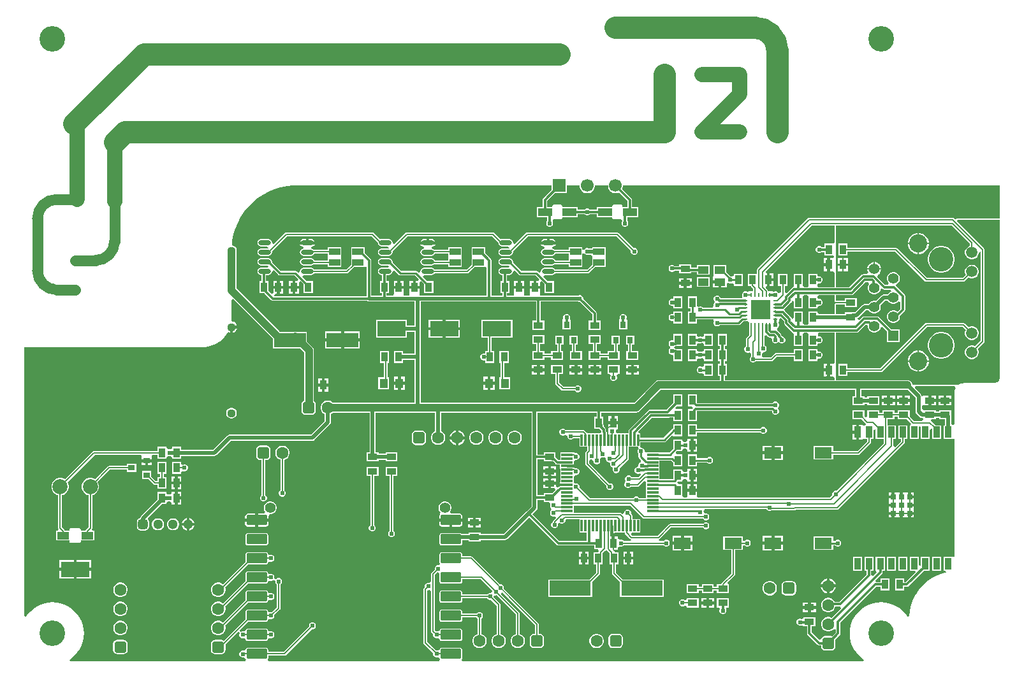
<source format=gbr>
%TF.GenerationSoftware,Altium Limited,Altium Designer,22.7.1 (60)*%
G04 Layer_Physical_Order=1*
G04 Layer_Color=255*
%FSLAX43Y43*%
%MOMM*%
%TF.SameCoordinates,78523E66-F16A-4A5C-AB3F-0B208B4BDBBB*%
%TF.FilePolarity,Positive*%
%TF.FileFunction,Copper,L1,Top,Signal*%
%TF.Part,Single*%
G01*
G75*
%TA.AperFunction,Conductor*%
%ADD10C,1.400*%
%ADD11C,3.000*%
%TA.AperFunction,SMDPad,CuDef*%
%ADD12R,5.500X2.000*%
%ADD13R,1.500X0.300*%
%ADD14R,0.300X1.500*%
%TA.AperFunction,BGAPad,CuDef*%
%ADD15R,0.700X0.700*%
%TA.AperFunction,SMDPad,CuDef*%
%ADD16R,0.900X1.500*%
%ADD17R,1.300X0.900*%
%ADD18R,0.900X1.300*%
G04:AMPARAMS|DCode=19|XSize=1.3mm|YSize=2.7mm|CornerRadius=0.13mm|HoleSize=0mm|Usage=FLASHONLY|Rotation=270.000|XOffset=0mm|YOffset=0mm|HoleType=Round|Shape=RoundedRectangle|*
%AMROUNDEDRECTD19*
21,1,1.300,2.440,0,0,270.0*
21,1,1.040,2.700,0,0,270.0*
1,1,0.260,-1.220,-0.520*
1,1,0.260,-1.220,0.520*
1,1,0.260,1.220,0.520*
1,1,0.260,1.220,-0.520*
%
%ADD19ROUNDEDRECTD19*%
%ADD20R,2.300X1.500*%
%ADD21R,0.900X0.800*%
%ADD22R,3.800X2.030*%
%ADD23R,1.100X1.300*%
%ADD24R,4.200X1.900*%
%ADD25R,0.800X0.900*%
%ADD26R,1.500X0.900*%
%ADD27O,1.650X0.650*%
%ADD28R,0.254X0.610*%
%ADD29R,0.610X0.254*%
%ADD30R,2.591X2.591*%
%ADD31R,1.905X1.041*%
%ADD32R,1.400X1.000*%
%ADD33R,1.600X0.991*%
%TA.AperFunction,Conductor*%
%ADD34C,1.000*%
%ADD35C,2.000*%
%ADD36C,0.300*%
%ADD37C,0.200*%
%ADD38C,0.250*%
%ADD39C,0.500*%
%TA.AperFunction,ComponentPad*%
%ADD40C,1.110*%
%ADD41R,1.110X1.110*%
G04:AMPARAMS|DCode=42|XSize=1.95mm|YSize=1.95mm|CornerRadius=0.488mm|HoleSize=0mm|Usage=FLASHONLY|Rotation=180.000|XOffset=0mm|YOffset=0mm|HoleType=Round|Shape=RoundedRectangle|*
%AMROUNDEDRECTD42*
21,1,1.950,0.975,0,0,180.0*
21,1,0.975,1.950,0,0,180.0*
1,1,0.975,-0.488,0.488*
1,1,0.975,0.488,0.488*
1,1,0.975,0.488,-0.488*
1,1,0.975,-0.488,-0.488*
%
%ADD42ROUNDEDRECTD42*%
%ADD43C,1.950*%
%ADD44R,1.700X1.700*%
%ADD45C,1.700*%
%ADD46R,1.408X1.408*%
%ADD47C,1.408*%
%ADD48C,3.250*%
%ADD49C,2.400*%
%ADD50C,1.508*%
%ADD51C,1.400*%
%ADD52C,1.600*%
G04:AMPARAMS|DCode=53|XSize=1.6mm|YSize=1.6mm|CornerRadius=0.4mm|HoleSize=0mm|Usage=FLASHONLY|Rotation=90.000|XOffset=0mm|YOffset=0mm|HoleType=Round|Shape=RoundedRectangle|*
%AMROUNDEDRECTD53*
21,1,1.600,0.800,0,0,90.0*
21,1,0.800,1.600,0,0,90.0*
1,1,0.800,0.400,0.400*
1,1,0.800,0.400,-0.400*
1,1,0.800,-0.400,-0.400*
1,1,0.800,-0.400,0.400*
%
%ADD53ROUNDEDRECTD53*%
G04:AMPARAMS|DCode=54|XSize=1.6mm|YSize=1.6mm|CornerRadius=0.4mm|HoleSize=0mm|Usage=FLASHONLY|Rotation=0.000|XOffset=0mm|YOffset=0mm|HoleType=Round|Shape=RoundedRectangle|*
%AMROUNDEDRECTD54*
21,1,1.600,0.800,0,0,0.0*
21,1,0.800,1.600,0,0,0.0*
1,1,0.800,0.400,-0.400*
1,1,0.800,-0.400,-0.400*
1,1,0.800,-0.400,0.400*
1,1,0.800,0.400,0.400*
%
%ADD54ROUNDEDRECTD54*%
%ADD55C,2.000*%
%TA.AperFunction,ViaPad*%
%ADD56C,3.400*%
%TA.AperFunction,ComponentPad*%
%ADD57C,1.300*%
G04:AMPARAMS|DCode=58|XSize=1.3mm|YSize=1.3mm|CornerRadius=0.325mm|HoleSize=0mm|Usage=FLASHONLY|Rotation=180.000|XOffset=0mm|YOffset=0mm|HoleType=Round|Shape=RoundedRectangle|*
%AMROUNDEDRECTD58*
21,1,1.300,0.650,0,0,180.0*
21,1,0.650,1.300,0,0,180.0*
1,1,0.650,-0.325,0.325*
1,1,0.650,0.325,0.325*
1,1,0.650,0.325,-0.325*
1,1,0.650,-0.325,-0.325*
%
%ADD58ROUNDEDRECTD58*%
%TA.AperFunction,ViaPad*%
%ADD59C,0.610*%
G36*
X93749Y67368D02*
X93817Y67114D01*
X93949Y66885D01*
X94135Y66699D01*
X94364Y66567D01*
X94618Y66499D01*
X94882D01*
X95136Y66567D01*
X95208Y66608D01*
X96324Y65492D01*
Y64672D01*
X95663D01*
Y64800D01*
X95616Y64916D01*
X95500Y64964D01*
X94500D01*
X94384Y64916D01*
X94337Y64800D01*
Y64672D01*
X92265D01*
Y64307D01*
X91338D01*
X91258Y64387D01*
X91091Y64456D01*
X90909D01*
X90742Y64387D01*
X90662Y64307D01*
X89735D01*
Y64672D01*
X87663D01*
Y64800D01*
X87616Y64916D01*
X87500Y64964D01*
X86500D01*
X86384Y64916D01*
X86337Y64800D01*
Y64672D01*
X85676D01*
Y65492D01*
X86683Y66499D01*
X88251D01*
Y67500D01*
X89999D01*
Y67368D01*
X90067Y67114D01*
X90199Y66885D01*
X90385Y66699D01*
X90614Y66567D01*
X90868Y66499D01*
X91132D01*
X91386Y66567D01*
X91615Y66699D01*
X91801Y66885D01*
X91933Y67114D01*
X92001Y67368D01*
Y67500D01*
X93749D01*
Y67368D01*
D02*
G37*
G36*
X145745Y63163D02*
X140189Y63163D01*
X140159Y63151D01*
X140126D01*
X140103Y63128D01*
X140073Y63116D01*
X139971Y63081D01*
X139791Y63071D01*
X139681Y63181D01*
X139598Y63236D01*
X139500Y63256D01*
X139500Y63256D01*
X120500D01*
X120500Y63256D01*
X120402Y63236D01*
X120319Y63181D01*
X120319Y63181D01*
X113569Y56431D01*
X113514Y56348D01*
X113494Y56250D01*
X113494Y56250D01*
Y55801D01*
X112349D01*
Y54199D01*
X112704D01*
X112714Y54152D01*
X112769Y54069D01*
X112994Y53844D01*
Y53462D01*
X112472D01*
X112472Y53462D01*
X112222Y53402D01*
X112091Y53456D01*
X111909D01*
X111742Y53387D01*
X111613Y53258D01*
X111544Y53091D01*
Y52909D01*
X111597Y52782D01*
X111534Y52626D01*
X111469Y52532D01*
X109347D01*
X109347Y52532D01*
X108690D01*
Y52553D01*
X108621Y52720D01*
X108493Y52849D01*
X108325Y52918D01*
X108144D01*
X107976Y52849D01*
X107848Y52720D01*
X107778Y52553D01*
Y52371D01*
X107848Y52204D01*
X107962Y52057D01*
X107848Y51910D01*
X107778Y51743D01*
Y51561D01*
X107791Y51531D01*
X107634Y51281D01*
X106363D01*
X106258Y51387D01*
X106091Y51456D01*
X105909D01*
X105801Y51411D01*
X105617Y51493D01*
X105551Y51549D01*
Y52801D01*
X104349D01*
Y51199D01*
X104669D01*
Y50801D01*
X104349D01*
Y49199D01*
X105551D01*
Y49719D01*
X107720D01*
X107785Y49623D01*
X107847Y49469D01*
X107794Y49341D01*
Y49159D01*
X107863Y48992D01*
X107992Y48863D01*
X108159Y48794D01*
X108341D01*
X108508Y48863D01*
X108613Y48969D01*
X111089D01*
X111196Y48990D01*
X111288Y49051D01*
X111705Y49469D01*
X111993D01*
X112011Y49472D01*
X112231D01*
X112451Y49451D01*
X112472Y49231D01*
Y48538D01*
X112494D01*
Y47656D01*
X112139Y47300D01*
X112083Y47217D01*
X112064Y47119D01*
X112064Y47119D01*
Y46157D01*
X112061Y46156D01*
X111933Y46028D01*
X111864Y45861D01*
Y45679D01*
X111933Y45512D01*
X112061Y45383D01*
X112229Y45314D01*
X112410D01*
X112528Y45363D01*
X112699Y45290D01*
X112778Y45230D01*
Y44832D01*
X112776Y44831D01*
X112647Y44703D01*
X112578Y44535D01*
Y44354D01*
X112647Y44186D01*
X112776Y44058D01*
X112943Y43988D01*
X113125D01*
X113292Y44058D01*
X113421Y44186D01*
X113422Y44189D01*
X115492D01*
X115492Y44189D01*
X115589Y44208D01*
X115673Y44263D01*
X116153Y44744D01*
X118449D01*
Y44199D01*
X119651D01*
Y45801D01*
X118449D01*
Y45256D01*
X116047D01*
X115949Y45236D01*
X115866Y45181D01*
X115866Y45181D01*
X115386Y44700D01*
X114289D01*
X114213Y44837D01*
X114172Y44950D01*
X114232Y45095D01*
Y45156D01*
X114257Y45289D01*
X114457Y45387D01*
X114624Y45457D01*
X114753Y45585D01*
X114822Y45753D01*
Y45934D01*
X114753Y46102D01*
X114624Y46230D01*
X114506Y46279D01*
Y47558D01*
X114756Y47662D01*
X114997Y47420D01*
X115097Y47354D01*
X115214Y47330D01*
X115373D01*
X115544Y47091D01*
Y46909D01*
X115613Y46742D01*
X115742Y46613D01*
X115909Y46544D01*
X116091D01*
X116258Y46613D01*
X116262Y46617D01*
X116425Y46718D01*
X116588Y46617D01*
X116592Y46613D01*
X116759Y46544D01*
X116941D01*
X117108Y46613D01*
X117237Y46742D01*
X117306Y46909D01*
Y47091D01*
X117237Y47258D01*
X117108Y47387D01*
X116941Y47456D01*
X116912D01*
X116752Y47616D01*
Y47648D01*
X116728Y47766D01*
X116662Y47865D01*
X116222Y48305D01*
X116201Y48319D01*
X116204Y48583D01*
X116207Y48592D01*
X116258Y48613D01*
X116387Y48742D01*
X116456Y48909D01*
Y49091D01*
X116402Y49222D01*
X116462Y49472D01*
X116462D01*
Y49786D01*
X116712Y49889D01*
X117115Y49487D01*
Y49254D01*
X117139Y49136D01*
X117205Y49037D01*
X118185Y48057D01*
X118284Y47990D01*
X118297Y47988D01*
X118449Y47801D01*
Y46199D01*
X119651D01*
Y47801D01*
X119832Y47967D01*
X120168D01*
X120349Y47801D01*
X120349Y47717D01*
Y46199D01*
X121551D01*
Y46438D01*
X121709Y46544D01*
X121891D01*
X122058Y46613D01*
X122187Y46742D01*
X122256Y46909D01*
Y47091D01*
X122187Y47258D01*
X122058Y47387D01*
X121891Y47456D01*
X121757D01*
X121619Y47580D01*
X121617Y47862D01*
X121732Y47967D01*
X123837D01*
Y44043D01*
X123700Y43850D01*
X123587Y43850D01*
X123250D01*
Y43000D01*
Y42150D01*
X123587D01*
X123700Y42150D01*
X123837Y41957D01*
Y41657D01*
X109257D01*
Y42199D01*
X109551D01*
Y43801D01*
X109257D01*
Y44199D01*
X109551D01*
Y45801D01*
X109257D01*
Y46199D01*
X109551D01*
Y47801D01*
X108349D01*
Y46199D01*
X108643D01*
Y45801D01*
X108349D01*
Y44199D01*
X108643D01*
Y43801D01*
X108349D01*
Y42199D01*
X108643D01*
Y41657D01*
X100500D01*
X100330Y41634D01*
X100172Y41569D01*
X100036Y41464D01*
X97228Y38657D01*
X68909D01*
Y44750D01*
Y48500D01*
Y52091D01*
X84193D01*
Y49551D01*
X83699D01*
Y48349D01*
X85301D01*
Y49551D01*
X84807D01*
Y52091D01*
X89795D01*
X89909Y52044D01*
X90022D01*
X91693Y50373D01*
Y49551D01*
X91199D01*
Y48349D01*
X92801D01*
Y49551D01*
X92307D01*
Y50500D01*
X92284Y50617D01*
X92217Y50717D01*
X90456Y52478D01*
Y52591D01*
X90387Y52758D01*
X90258Y52887D01*
X90091Y52956D01*
X89909D01*
X89795Y52909D01*
X84721D01*
X84700Y53150D01*
X84700Y53159D01*
Y53800D01*
X83400D01*
Y53159D01*
X83400Y53150D01*
X83379Y52909D01*
X82621D01*
X82600Y53150D01*
X82600Y53159D01*
Y53800D01*
X81950D01*
X81300D01*
Y53159D01*
X81300Y53150D01*
X81279Y52909D01*
X80357D01*
Y53199D01*
X80651D01*
Y54801D01*
X80357D01*
Y55610D01*
X80675D01*
X80861Y55647D01*
X81018Y55752D01*
X81123Y55909D01*
X81160Y56095D01*
X81152Y56136D01*
X81382Y56260D01*
X81948Y55694D01*
X82040Y55633D01*
X82147Y55611D01*
X84141D01*
X84652Y55100D01*
X84548Y54850D01*
X84250D01*
Y54200D01*
X84700D01*
Y54698D01*
X84950Y54802D01*
X85349Y54403D01*
Y53199D01*
X86551D01*
Y54801D01*
X85747D01*
X85160Y55388D01*
X85284Y55618D01*
X85325Y55610D01*
X86325D01*
X86511Y55647D01*
X86668Y55752D01*
X86726Y55839D01*
X91095D01*
X91095Y55839D01*
X91193Y55859D01*
X91276Y55914D01*
X92061Y56699D01*
X93451D01*
Y57849D01*
X93451Y57901D01*
Y58099D01*
X93451Y58151D01*
Y59301D01*
X91649D01*
Y59159D01*
X91205D01*
X91091Y59206D01*
X90909D01*
X90742Y59137D01*
X90613Y59008D01*
X90601Y58978D01*
X90351Y59028D01*
Y59301D01*
X88549D01*
Y58956D01*
X86683D01*
X86668Y58978D01*
X86511Y59083D01*
X86325Y59120D01*
Y59370D01*
X86530Y59410D01*
X86703Y59527D01*
X86820Y59700D01*
X86821Y59705D01*
X85825D01*
X84829D01*
X84830Y59700D01*
X84947Y59527D01*
X85120Y59410D01*
X85325Y59370D01*
Y59120D01*
X85139Y59083D01*
X84982Y58978D01*
X84877Y58821D01*
X84840Y58635D01*
X84877Y58449D01*
X84982Y58292D01*
X85139Y58187D01*
X85325Y58150D01*
X86325D01*
X86511Y58187D01*
X86668Y58292D01*
X86770Y58444D01*
X88549D01*
Y58151D01*
X88549Y58099D01*
Y57901D01*
X88549Y57849D01*
Y57556D01*
X86770D01*
X86668Y57708D01*
X86511Y57813D01*
X86325Y57850D01*
X85325D01*
X85139Y57813D01*
X84982Y57708D01*
X84877Y57551D01*
X84840Y57365D01*
X84877Y57179D01*
X84982Y57022D01*
X85139Y56917D01*
X85325Y56880D01*
X86325D01*
X86511Y56917D01*
X86668Y57022D01*
X86683Y57044D01*
X88549D01*
Y56699D01*
X90351D01*
Y57849D01*
X90351Y57901D01*
Y58099D01*
X90351Y58151D01*
Y58472D01*
X90601Y58522D01*
X90613Y58492D01*
X90742Y58363D01*
X90909Y58294D01*
X91091D01*
X91205Y58341D01*
X91504D01*
X91649Y58099D01*
Y57901D01*
X91649Y57849D01*
Y57011D01*
X90989Y56351D01*
X86726D01*
X86668Y56438D01*
X86511Y56543D01*
X86325Y56580D01*
X85325D01*
X85139Y56543D01*
X84982Y56438D01*
X84877Y56281D01*
X84840Y56095D01*
X84848Y56054D01*
X84618Y55930D01*
X84456Y56092D01*
X84365Y56153D01*
X84257Y56174D01*
X82264D01*
X81146Y57292D01*
X81160Y57365D01*
X81123Y57551D01*
X81018Y57708D01*
X80861Y57813D01*
X80675Y57850D01*
X79675D01*
X79489Y57813D01*
X79332Y57708D01*
X79227Y57551D01*
X79190Y57365D01*
X79227Y57179D01*
X79332Y57022D01*
X79489Y56917D01*
X79675Y56880D01*
X80597D01*
X80637Y56830D01*
X80521Y56588D01*
X80509Y56580D01*
X79675D01*
X79489Y56543D01*
X79332Y56438D01*
X79227Y56281D01*
X79190Y56095D01*
X79227Y55909D01*
X79332Y55752D01*
X79489Y55647D01*
X79675Y55610D01*
X79743D01*
Y54801D01*
X79449D01*
Y53199D01*
X79743D01*
Y52909D01*
X78271D01*
Y57586D01*
X78247Y57704D01*
X78181Y57803D01*
X77451Y58533D01*
Y59301D01*
X75649D01*
Y58151D01*
X75649Y58099D01*
X75649D01*
Y57901D01*
X75649D01*
Y57011D01*
X74989Y56351D01*
X70726D01*
X70668Y56438D01*
X70511Y56543D01*
X70325Y56580D01*
X69325D01*
X69139Y56543D01*
X68982Y56438D01*
X68877Y56281D01*
X68840Y56095D01*
X68848Y56054D01*
X68618Y55930D01*
X68456Y56092D01*
X68365Y56153D01*
X68257Y56174D01*
X66264D01*
X65146Y57292D01*
X65160Y57365D01*
X65123Y57551D01*
X65018Y57708D01*
X64861Y57813D01*
X64675Y57850D01*
X63675D01*
X63489Y57813D01*
X63332Y57708D01*
X63227Y57551D01*
X63190Y57365D01*
X63227Y57179D01*
X63332Y57022D01*
X63489Y56917D01*
X63675Y56880D01*
X64597D01*
X64637Y56830D01*
X64521Y56588D01*
X64509Y56580D01*
X63675D01*
X63489Y56543D01*
X63332Y56438D01*
X63227Y56281D01*
X63190Y56095D01*
X63227Y55909D01*
X63332Y55752D01*
X63489Y55647D01*
X63675Y55610D01*
X63743D01*
Y54801D01*
X63449D01*
Y53199D01*
X63743D01*
Y52909D01*
X62307D01*
Y57550D01*
X62284Y57667D01*
X62217Y57767D01*
X61451Y58533D01*
Y59301D01*
X59649D01*
Y58151D01*
X59649Y58099D01*
X59649D01*
Y57901D01*
X59649D01*
Y57011D01*
X58989Y56351D01*
X54726D01*
X54668Y56438D01*
X54511Y56543D01*
X54325Y56580D01*
X53325D01*
X53139Y56543D01*
X52982Y56438D01*
X52877Y56281D01*
X52840Y56095D01*
X52848Y56054D01*
X52618Y55930D01*
X52456Y56092D01*
X52365Y56153D01*
X52257Y56174D01*
X50264D01*
X49146Y57292D01*
X49160Y57365D01*
X49123Y57551D01*
X49018Y57708D01*
X48861Y57813D01*
X48675Y57850D01*
X47675D01*
X47489Y57813D01*
X47332Y57708D01*
X47227Y57551D01*
X47190Y57365D01*
X47227Y57179D01*
X47332Y57022D01*
X47489Y56917D01*
X47675Y56880D01*
X48597D01*
X48637Y56830D01*
X48521Y56588D01*
X48509Y56580D01*
X47675D01*
X47489Y56543D01*
X47332Y56438D01*
X47227Y56281D01*
X47190Y56095D01*
X47227Y55909D01*
X47332Y55752D01*
X47489Y55647D01*
X47675Y55610D01*
X47743D01*
Y54801D01*
X47449D01*
Y53199D01*
X48122D01*
X48133Y53183D01*
X49033Y52283D01*
X49133Y52216D01*
X49250Y52193D01*
X61738D01*
X61844Y52122D01*
X62000Y52091D01*
X68091D01*
Y48909D01*
X67051D01*
Y49666D01*
X62949D01*
Y47334D01*
X67051D01*
Y48091D01*
X68091D01*
Y45159D01*
X66551D01*
Y45551D01*
X65349D01*
Y43949D01*
X66551D01*
Y44341D01*
X68091D01*
Y38657D01*
X57228D01*
X57124Y38761D01*
X56907Y38886D01*
X56665Y38951D01*
X56415D01*
X56173Y38886D01*
X55956Y38761D01*
X55779Y38584D01*
X55654Y38367D01*
X55589Y38125D01*
Y37875D01*
X55654Y37633D01*
X55779Y37416D01*
X55956Y37239D01*
X56131Y37138D01*
Y36209D01*
X54331Y34409D01*
X43500D01*
X43344Y34378D01*
X43211Y34289D01*
X41331Y32409D01*
X37051D01*
Y32801D01*
X35849D01*
Y32591D01*
X35599Y32453D01*
X35591Y32456D01*
X35409D01*
X35401Y32453D01*
X35151Y32620D01*
Y32801D01*
X33949D01*
Y32256D01*
X25500D01*
X25500Y32256D01*
X25402Y32236D01*
X25319Y32181D01*
X21613Y28475D01*
X21444Y28573D01*
X21152Y28651D01*
X20848D01*
X20556Y28573D01*
X20293Y28421D01*
X20079Y28207D01*
X19927Y27944D01*
X19849Y27652D01*
Y27348D01*
X19927Y27056D01*
X20079Y26793D01*
X20293Y26579D01*
X20556Y26427D01*
X20744Y26377D01*
Y22015D01*
X20744Y22015D01*
X20764Y21917D01*
X20777Y21896D01*
X20684Y21646D01*
X20468D01*
Y20354D01*
X22237D01*
Y20200D01*
X22284Y20084D01*
X22400Y20036D01*
X23600D01*
X23716Y20084D01*
X23763Y20200D01*
Y20354D01*
X25532D01*
Y21646D01*
X25333D01*
X25301Y21686D01*
X25223Y21896D01*
X25236Y21917D01*
X25256Y22015D01*
X25256Y22015D01*
Y26377D01*
X25444Y26427D01*
X25707Y26579D01*
X25921Y26793D01*
X26073Y27056D01*
X26151Y27348D01*
Y27652D01*
X26073Y27944D01*
X25975Y28113D01*
X27606Y29744D01*
X29899D01*
Y29449D01*
X31101D01*
Y30551D01*
X29899D01*
Y30256D01*
X27500D01*
X27500Y30256D01*
X27402Y30236D01*
X27319Y30181D01*
X25613Y28475D01*
X25444Y28573D01*
X25152Y28651D01*
X24848D01*
X24556Y28573D01*
X24293Y28421D01*
X24079Y28207D01*
X23927Y27944D01*
X23849Y27652D01*
Y27348D01*
X23927Y27056D01*
X24079Y26793D01*
X24293Y26579D01*
X24556Y26427D01*
X24744Y26377D01*
Y22121D01*
X24400Y21776D01*
X24344Y21693D01*
X24335Y21646D01*
X23763D01*
Y21800D01*
X23716Y21916D01*
X23600Y21964D01*
X22400D01*
X22284Y21916D01*
X22237Y21800D01*
Y21646D01*
X21665D01*
X21656Y21693D01*
X21600Y21776D01*
X21600Y21776D01*
X21256Y22121D01*
Y26377D01*
X21444Y26427D01*
X21707Y26579D01*
X21921Y26793D01*
X22073Y27056D01*
X22151Y27348D01*
Y27652D01*
X22073Y27944D01*
X21975Y28113D01*
X25606Y31744D01*
X31715D01*
X31850Y31550D01*
X31850Y31494D01*
Y31150D01*
X32500D01*
X33150D01*
Y31494D01*
X33150Y31550D01*
X33285Y31744D01*
X33949D01*
Y31199D01*
X35151D01*
Y31380D01*
X35401Y31547D01*
X35409Y31544D01*
X35591D01*
X35599Y31547D01*
X35849Y31409D01*
Y31199D01*
X37051D01*
Y31591D01*
X41500D01*
X41656Y31622D01*
X41789Y31711D01*
X43669Y33591D01*
X54500D01*
X54656Y33622D01*
X54789Y33711D01*
X56829Y35751D01*
X56918Y35884D01*
X56949Y36040D01*
Y37138D01*
X57124Y37239D01*
X57228Y37343D01*
X62091D01*
Y32051D01*
X61699D01*
Y30849D01*
X63301D01*
Y31041D01*
X64199D01*
Y30849D01*
X65801D01*
Y32051D01*
X64199D01*
Y31859D01*
X63301D01*
Y32051D01*
X62909D01*
Y37343D01*
X70781D01*
Y34862D01*
X70606Y34761D01*
X70429Y34584D01*
X70304Y34367D01*
X70239Y34125D01*
Y33875D01*
X70304Y33633D01*
X70429Y33416D01*
X70606Y33239D01*
X70823Y33114D01*
X71065Y33049D01*
X71315D01*
X71557Y33114D01*
X71774Y33239D01*
X71951Y33416D01*
X72076Y33633D01*
X72141Y33875D01*
Y34125D01*
X72076Y34367D01*
X71951Y34584D01*
X71774Y34761D01*
X71599Y34862D01*
Y37343D01*
X83591D01*
Y31500D01*
Y26000D01*
Y24898D01*
X82919Y24226D01*
X79921Y21228D01*
X76818D01*
Y21420D01*
X75216D01*
Y21228D01*
X74307D01*
X74303Y21234D01*
X74210Y21296D01*
X74100Y21318D01*
X71660D01*
X71550Y21296D01*
X71457Y21234D01*
X71395Y21141D01*
X71373Y21032D01*
Y19992D01*
X71395Y19882D01*
X71457Y19789D01*
X71550Y19727D01*
X71660Y19705D01*
X74100D01*
X74210Y19727D01*
X74303Y19789D01*
X74365Y19882D01*
X74386Y19992D01*
Y20410D01*
X75216D01*
Y20218D01*
X75445D01*
X75510Y20205D01*
X75574Y20218D01*
X76818D01*
Y20410D01*
X80090D01*
X80247Y20441D01*
X80379Y20530D01*
X83280Y23431D01*
X86928Y19783D01*
X87028Y19716D01*
X87145Y19693D01*
X91949D01*
Y19199D01*
X92403D01*
X92517Y18951D01*
X92416Y18801D01*
X91849D01*
Y17199D01*
X92194D01*
Y16056D01*
X91289Y15151D01*
X85849D01*
Y12849D01*
X91651D01*
Y14789D01*
X92631Y15769D01*
X92631Y15769D01*
X92686Y15852D01*
X92706Y15950D01*
Y17199D01*
X93051D01*
Y18689D01*
X93270Y18908D01*
X93285Y18918D01*
X93333Y18966D01*
X93500Y19036D01*
X93667Y18966D01*
X93715Y18918D01*
X93715Y18918D01*
X93719Y18915D01*
X93949Y18686D01*
Y17199D01*
X94294D01*
Y15950D01*
X94294Y15950D01*
X94314Y15852D01*
X94369Y15769D01*
X95349Y14789D01*
Y12849D01*
X101151D01*
Y15151D01*
X95711D01*
X94806Y16056D01*
Y17199D01*
X95151D01*
Y18801D01*
X94661D01*
X94595Y18900D01*
X94729Y19150D01*
X95100D01*
Y19422D01*
X95108Y19433D01*
X95350Y19569D01*
X95409Y19544D01*
X95591D01*
X95758Y19613D01*
X95887Y19742D01*
X95888Y19744D01*
X101112D01*
X101113Y19742D01*
X101242Y19613D01*
X101409Y19544D01*
X101591D01*
X101758Y19613D01*
X101887Y19742D01*
X101956Y19909D01*
Y20091D01*
X101887Y20258D01*
X101758Y20387D01*
X101591Y20456D01*
X101409D01*
X101242Y20387D01*
X101113Y20258D01*
X101112Y20256D01*
X100528D01*
X100503Y20506D01*
X100560Y20517D01*
X100643Y20573D01*
X102114Y22044D01*
X106362D01*
X106363Y22042D01*
X106492Y21913D01*
X106659Y21844D01*
X106841D01*
X107008Y21913D01*
X107137Y22042D01*
X107206Y22209D01*
Y22391D01*
X107137Y22558D01*
X107008Y22687D01*
X106841Y22756D01*
X106659D01*
X106492Y22687D01*
X106363Y22558D01*
X106362Y22556D01*
X102008D01*
X102008Y22556D01*
X101910Y22536D01*
X101827Y22481D01*
X101827Y22481D01*
X100356Y21009D01*
X96971D01*
X96836Y21175D01*
X96932Y21399D01*
X98051D01*
Y23201D01*
X97006D01*
Y23605D01*
X97006Y23605D01*
X96986Y23703D01*
X96931Y23786D01*
X96931Y23786D01*
X96810Y23907D01*
X96811Y23909D01*
Y24091D01*
X96742Y24258D01*
X96613Y24387D01*
X96446Y24456D01*
X96264D01*
X96097Y24387D01*
X95968Y24258D01*
X95899Y24091D01*
Y23983D01*
X95679Y23862D01*
X95668Y23860D01*
X95596Y23932D01*
X95513Y23987D01*
X95415Y24007D01*
X95415Y24007D01*
X89201D01*
Y24994D01*
X96644D01*
X98319Y23319D01*
X98319Y23319D01*
X98402Y23264D01*
X98500Y23244D01*
X98500Y23244D01*
X106362D01*
X106363Y23242D01*
X106492Y23113D01*
X106659Y23044D01*
X106841D01*
X107008Y23113D01*
X107137Y23242D01*
X107206Y23409D01*
Y23591D01*
X107137Y23758D01*
X107008Y23887D01*
X106841Y23956D01*
X106702D01*
X106655Y23960D01*
X106471Y24149D01*
Y24157D01*
X106435Y24244D01*
X106540Y24455D01*
X106582Y24494D01*
X114779D01*
X114793Y24461D01*
X114921Y24333D01*
X115089Y24263D01*
X115270D01*
X115425Y24327D01*
X115427Y24327D01*
X115427Y24327D01*
X118412D01*
X118412Y24327D01*
X118509Y24347D01*
X118593Y24402D01*
X118654Y24463D01*
X124214D01*
X124214Y24463D01*
X124312Y24483D01*
X124395Y24538D01*
X133081Y33224D01*
X133081Y33224D01*
X133136Y33307D01*
X133156Y33405D01*
X133156Y33405D01*
Y33849D01*
X133501D01*
Y35651D01*
X132299D01*
Y33849D01*
X132644D01*
Y33511D01*
X131872Y32739D01*
X131650Y32871D01*
X131656Y32900D01*
Y33849D01*
X132001D01*
Y35651D01*
X130903D01*
Y36449D01*
X131801D01*
Y36794D01*
X132199D01*
Y36449D01*
X133439D01*
X133987Y35901D01*
X133884Y35651D01*
X133799D01*
Y33849D01*
X135001D01*
Y35439D01*
X135150Y35525D01*
X135299Y35439D01*
Y33849D01*
X136501D01*
Y35056D01*
X136751Y35190D01*
X136794Y35161D01*
Y35100D01*
X136794Y35100D01*
X136799Y35075D01*
Y33849D01*
X138001D01*
Y35651D01*
X137211D01*
X136681Y36181D01*
X136654Y36199D01*
X136713Y36449D01*
X137301D01*
Y36641D01*
X137699D01*
Y36449D01*
X138491D01*
Y35651D01*
X138299D01*
Y33849D01*
X139495D01*
X139745Y33835D01*
X139745Y18165D01*
X139501Y18151D01*
X139495Y18151D01*
X138299D01*
Y16349D01*
X138613D01*
X138637Y16099D01*
X138492Y16070D01*
X138481Y16065D01*
X138468Y16064D01*
X137905Y15893D01*
X137894Y15887D01*
X137881Y15885D01*
X137337Y15659D01*
X137327Y15652D01*
X137315Y15649D01*
X136795Y15371D01*
X136785Y15363D01*
X136774Y15358D01*
X136284Y15031D01*
X136275Y15022D01*
X136264Y15016D01*
X135809Y14643D01*
X135801Y14633D01*
X135790Y14626D01*
X135374Y14210D01*
X135367Y14199D01*
X135357Y14191D01*
X134984Y13736D01*
X134978Y13725D01*
X134969Y13716D01*
X134642Y13226D01*
X134637Y13215D01*
X134629Y13205D01*
X134351Y12685D01*
X134348Y12673D01*
X134341Y12663D01*
X134115Y12119D01*
X134113Y12106D01*
X134107Y12095D01*
X133936Y11532D01*
X133935Y11519D01*
X133930Y11508D01*
X133815Y10930D01*
Y10917D01*
X133811Y10905D01*
X133754Y10319D01*
X133755Y10310D01*
X133753Y10304D01*
X133743Y10298D01*
X133501Y10232D01*
X133300Y10532D01*
X132941Y10941D01*
X132532Y11300D01*
X132080Y11603D01*
X131592Y11843D01*
X131077Y12018D01*
X130543Y12124D01*
X130000Y12160D01*
X129457Y12124D01*
X128923Y12018D01*
X128408Y11843D01*
X127920Y11603D01*
X127468Y11300D01*
X127059Y10941D01*
X126700Y10532D01*
X126397Y10080D01*
X126157Y9592D01*
X125982Y9077D01*
X125876Y8543D01*
X125840Y8000D01*
X125876Y7457D01*
X125982Y6923D01*
X126157Y6408D01*
X126397Y5920D01*
X126700Y5468D01*
X127059Y5058D01*
X127468Y4700D01*
X127759Y4505D01*
X127683Y4255D01*
X74415D01*
X74380Y4300D01*
X74303Y4549D01*
X74365Y4642D01*
X74386Y4752D01*
Y5792D01*
X74365Y5901D01*
X74303Y5994D01*
X74210Y6056D01*
X74100Y6078D01*
X71660D01*
X71550Y6056D01*
X71457Y5994D01*
X71395Y5901D01*
X71386Y5857D01*
X71220Y5744D01*
X71123Y5714D01*
X71091Y5728D01*
X70909D01*
X70907Y5727D01*
X69756Y6878D01*
Y13563D01*
X69786Y13692D01*
X70048Y13758D01*
X70244Y13615D01*
Y8312D01*
X70244Y8312D01*
X70264Y8214D01*
X70319Y8131D01*
X70545Y7905D01*
X70544Y7903D01*
Y7721D01*
X70613Y7554D01*
X70742Y7425D01*
X70909Y7356D01*
X71091D01*
X71123Y7369D01*
X71220Y7339D01*
X71386Y7227D01*
X71395Y7182D01*
X71457Y7089D01*
X71550Y7027D01*
X71660Y7005D01*
X74100D01*
X74210Y7027D01*
X74303Y7089D01*
X74365Y7182D01*
X74386Y7292D01*
Y8332D01*
X74365Y8441D01*
X74303Y8534D01*
X74210Y8597D01*
X74100Y8618D01*
X71660D01*
X71550Y8597D01*
X71457Y8534D01*
X71395Y8441D01*
X71386Y8397D01*
X71220Y8284D01*
X71123Y8254D01*
X71091Y8268D01*
X70909D01*
X70756Y8442D01*
Y15804D01*
X71097Y16145D01*
X71099Y16144D01*
X71173D01*
X71348Y15976D01*
X71373Y15913D01*
Y14912D01*
X71395Y14802D01*
X71457Y14709D01*
X71550Y14647D01*
X71660Y14625D01*
X74100D01*
X74210Y14647D01*
X74303Y14709D01*
X74365Y14802D01*
X74386Y14912D01*
Y15176D01*
X76865D01*
X78392Y13649D01*
X78391Y13647D01*
Y13569D01*
X78233Y13404D01*
X78160Y13375D01*
X78025D01*
X77857Y13306D01*
X77729Y13177D01*
X77728Y13175D01*
X74386D01*
Y13412D01*
X74365Y13521D01*
X74303Y13614D01*
X74210Y13677D01*
X74100Y13698D01*
X71660D01*
X71550Y13677D01*
X71457Y13614D01*
X71395Y13521D01*
X71373Y13412D01*
Y12372D01*
X71395Y12262D01*
X71457Y12169D01*
X71550Y12107D01*
X71660Y12085D01*
X74100D01*
X74210Y12107D01*
X74303Y12169D01*
X74365Y12262D01*
X74386Y12372D01*
Y12663D01*
X77728D01*
X77729Y12661D01*
X77857Y12532D01*
X78025Y12463D01*
X78206D01*
X78208Y12464D01*
X78974Y11698D01*
Y7916D01*
X78863Y7886D01*
X78646Y7761D01*
X78469Y7584D01*
X78344Y7367D01*
X78279Y7125D01*
Y6875D01*
X78344Y6633D01*
X78469Y6416D01*
X78646Y6239D01*
X78863Y6114D01*
X79105Y6049D01*
X79355D01*
X79597Y6114D01*
X79814Y6239D01*
X79991Y6416D01*
X80116Y6633D01*
X80181Y6875D01*
Y7125D01*
X80116Y7367D01*
X79991Y7584D01*
X79814Y7761D01*
X79597Y7886D01*
X79486Y7916D01*
Y11804D01*
X79466Y11902D01*
X79411Y11985D01*
X79411Y11985D01*
X78570Y12826D01*
X78571Y12828D01*
Y12906D01*
X78711Y13052D01*
X78975Y13066D01*
X81514Y10527D01*
Y7916D01*
X81403Y7886D01*
X81186Y7761D01*
X81009Y7584D01*
X80884Y7367D01*
X80819Y7125D01*
Y6875D01*
X80884Y6633D01*
X81009Y6416D01*
X81186Y6239D01*
X81403Y6114D01*
X81645Y6049D01*
X81895D01*
X82137Y6114D01*
X82354Y6239D01*
X82531Y6416D01*
X82656Y6633D01*
X82721Y6875D01*
Y7125D01*
X82656Y7367D01*
X82531Y7584D01*
X82354Y7761D01*
X82137Y7886D01*
X82026Y7916D01*
Y10633D01*
X82026Y10633D01*
X82006Y10731D01*
X81951Y10814D01*
X81951Y10814D01*
X79601Y13164D01*
X79683Y13435D01*
X79725Y13444D01*
X84054Y9115D01*
Y7962D01*
X83910D01*
X83695Y7919D01*
X83513Y7797D01*
X83391Y7615D01*
X83348Y7400D01*
Y6600D01*
X83391Y6385D01*
X83513Y6203D01*
X83695Y6081D01*
X83910Y6038D01*
X84710D01*
X84925Y6081D01*
X85107Y6203D01*
X85229Y6385D01*
X85272Y6600D01*
Y7400D01*
X85229Y7615D01*
X85107Y7797D01*
X84925Y7919D01*
X84710Y7962D01*
X84566D01*
Y9221D01*
X84566Y9221D01*
X84546Y9319D01*
X84491Y9402D01*
X79931Y13962D01*
X79932Y13965D01*
Y14146D01*
X79862Y14314D01*
X79734Y14442D01*
X79566Y14511D01*
X79385D01*
X79383Y14510D01*
X75740Y18153D01*
X75657Y18208D01*
X75559Y18228D01*
X75559Y18228D01*
X74386D01*
Y18492D01*
X74365Y18601D01*
X74303Y18694D01*
X74210Y18757D01*
X74100Y18778D01*
X71660D01*
X71550Y18757D01*
X71457Y18694D01*
X71395Y18601D01*
X71373Y18492D01*
Y17452D01*
X71395Y17342D01*
X71457Y17249D01*
X71322Y17039D01*
X71281Y17056D01*
X71099D01*
X70932Y16987D01*
X70803Y16858D01*
X70734Y16691D01*
Y16509D01*
X70735Y16507D01*
X70319Y16091D01*
X70264Y16008D01*
X70244Y15910D01*
X70244Y15910D01*
Y14872D01*
X69994Y14705D01*
X69991Y14706D01*
X69809D01*
X69642Y14637D01*
X69513Y14508D01*
X69444Y14341D01*
Y14159D01*
X69445Y14157D01*
X69319Y14031D01*
X69264Y13948D01*
X69244Y13850D01*
X69244Y13850D01*
Y6772D01*
X69244Y6772D01*
X69264Y6674D01*
X69319Y6591D01*
X70545Y5365D01*
X70544Y5363D01*
Y5181D01*
X70613Y5014D01*
X70742Y4885D01*
X70909Y4816D01*
X71091D01*
X71123Y4829D01*
X71220Y4799D01*
X71386Y4687D01*
X71395Y4642D01*
X71457Y4549D01*
X71380Y4300D01*
X71345Y4255D01*
X48655D01*
X48620Y4300D01*
X48543Y4549D01*
X48605Y4642D01*
X48626Y4752D01*
Y5016D01*
X50772D01*
X50772Y5016D01*
X50870Y5036D01*
X50953Y5091D01*
X54407Y8545D01*
X54409Y8544D01*
X54591D01*
X54758Y8613D01*
X54887Y8742D01*
X54956Y8909D01*
Y9091D01*
X54887Y9258D01*
X54758Y9387D01*
X54591Y9456D01*
X54409D01*
X54242Y9387D01*
X54113Y9258D01*
X54044Y9091D01*
Y8909D01*
X54045Y8907D01*
X50666Y5528D01*
X48626D01*
Y5792D01*
X48605Y5901D01*
X48543Y5994D01*
X48450Y6056D01*
X48340Y6078D01*
X45900D01*
X45790Y6056D01*
X45697Y5994D01*
X45635Y5901D01*
X45624Y5847D01*
X45481Y5741D01*
X45363Y5697D01*
X45341Y5706D01*
X45159D01*
X44992Y5637D01*
X44863Y5508D01*
X44794Y5341D01*
Y5159D01*
X44863Y4992D01*
X44992Y4863D01*
X45159Y4794D01*
X45341D01*
X45363Y4803D01*
X45429Y4790D01*
X45617Y4669D01*
X45693Y4533D01*
X45620Y4300D01*
X45585Y4255D01*
X22317D01*
X22241Y4505D01*
X22532Y4700D01*
X22941Y5058D01*
X23300Y5468D01*
X23603Y5920D01*
X23843Y6408D01*
X24018Y6923D01*
X24124Y7457D01*
X24160Y8000D01*
X24124Y8543D01*
X24018Y9077D01*
X23843Y9592D01*
X23603Y10080D01*
X23300Y10532D01*
X22941Y10941D01*
X22532Y11300D01*
X22080Y11603D01*
X21592Y11843D01*
X21077Y12018D01*
X20543Y12124D01*
X20000Y12160D01*
X19457Y12124D01*
X18923Y12018D01*
X18408Y11843D01*
X17920Y11603D01*
X17468Y11300D01*
X17059Y10941D01*
X16700Y10532D01*
X16505Y10241D01*
X16255Y10317D01*
Y46050D01*
X39928Y46050D01*
X40179Y46058D01*
X40676Y46124D01*
X41160Y46253D01*
X41623Y46445D01*
X42057Y46696D01*
X42455Y47001D01*
X42809Y47355D01*
X43114Y47753D01*
X43308Y48089D01*
X43469Y47996D01*
X43560Y47972D01*
Y48700D01*
X43760D01*
Y48900D01*
X44488D01*
X44464Y48991D01*
X44364Y49164D01*
X44224Y49304D01*
X44051Y49404D01*
X43859Y49455D01*
X43754Y49705D01*
X43760Y49882D01*
X43760Y49882D01*
Y52335D01*
X43991Y52430D01*
X49249Y47172D01*
Y45899D01*
X52822D01*
X53393Y45328D01*
Y41200D01*
Y41000D01*
Y38921D01*
X53385Y38919D01*
X53203Y38797D01*
X53081Y38615D01*
X53038Y38400D01*
Y37600D01*
X53081Y37385D01*
X53203Y37203D01*
X53385Y37081D01*
X53600Y37038D01*
X54400D01*
X54615Y37081D01*
X54797Y37203D01*
X54919Y37385D01*
X54962Y37600D01*
Y38400D01*
X54919Y38615D01*
X54797Y38797D01*
X54707Y38858D01*
Y41000D01*
Y45600D01*
X54684Y45770D01*
X54619Y45928D01*
X54514Y46064D01*
X53751Y46828D01*
Y48101D01*
X52243D01*
X52200Y48107D01*
X52157Y48101D01*
X50178D01*
X44407Y53872D01*
Y58568D01*
X44418Y58588D01*
X44466Y58767D01*
Y58953D01*
X44418Y59133D01*
X44325Y59293D01*
X44193Y59425D01*
X44033Y59518D01*
X43853Y59566D01*
X43808Y59816D01*
X43843Y60172D01*
X44007Y61000D01*
X44252Y61807D01*
X44575Y62587D01*
X44973Y63331D01*
X45442Y64033D01*
X45978Y64686D01*
X46574Y65282D01*
X47227Y65818D01*
X47929Y66287D01*
X48673Y66685D01*
X49453Y67008D01*
X50260Y67253D01*
X51088Y67417D01*
X51928Y67500D01*
X52350D01*
X52350Y67500D01*
X86249Y67500D01*
Y66933D01*
X85152Y65836D01*
X85085Y65736D01*
X85062Y65619D01*
Y64672D01*
X84265D01*
Y63328D01*
X85693D01*
Y62838D01*
X85613Y62758D01*
X85544Y62591D01*
Y62409D01*
X85613Y62242D01*
X85742Y62113D01*
X85909Y62044D01*
X86091D01*
X86258Y62113D01*
X86387Y62242D01*
X86456Y62409D01*
Y62591D01*
X86387Y62758D01*
X86480Y63016D01*
X86500Y63036D01*
X87500D01*
X87616Y63084D01*
X87663Y63200D01*
Y63328D01*
X89735D01*
Y63693D01*
X90662D01*
X90742Y63613D01*
X90909Y63544D01*
X91091D01*
X91258Y63613D01*
X91338Y63693D01*
X92265D01*
Y63328D01*
X94337D01*
Y63200D01*
X94384Y63084D01*
X94500Y63036D01*
X95500D01*
X95520Y63016D01*
X95613Y62758D01*
X95544Y62591D01*
Y62409D01*
X95613Y62242D01*
X95742Y62113D01*
X95909Y62044D01*
X96091D01*
X96258Y62113D01*
X96387Y62242D01*
X96456Y62409D01*
Y62591D01*
X96387Y62758D01*
X96307Y62838D01*
Y63328D01*
X97735D01*
Y64672D01*
X96938D01*
Y65619D01*
X96915Y65736D01*
X96848Y65836D01*
X95642Y67042D01*
X95683Y67114D01*
X95751Y67368D01*
Y67500D01*
X145745Y67500D01*
Y63163D01*
D02*
G37*
G36*
X123837Y59957D02*
X123651Y59801D01*
X123587Y59801D01*
X122449D01*
Y59307D01*
X122138D01*
X122058Y59387D01*
X121891Y59456D01*
X121709D01*
X121542Y59387D01*
X121413Y59258D01*
X121344Y59091D01*
Y58909D01*
X121413Y58742D01*
X121542Y58613D01*
X121709Y58544D01*
X121891D01*
X122058Y58613D01*
X122138Y58693D01*
X122449D01*
Y58199D01*
X123587D01*
X123650Y58199D01*
X123782Y58059D01*
X123634Y57850D01*
X123250D01*
Y57000D01*
Y56150D01*
X123587D01*
X123700Y56150D01*
X123837Y55957D01*
Y54032D01*
X121732D01*
X121551Y54199D01*
X121551Y54282D01*
Y54438D01*
X121709Y54544D01*
X121891D01*
X122058Y54613D01*
X122187Y54742D01*
X122256Y54909D01*
Y55091D01*
X122187Y55258D01*
X122058Y55387D01*
X121891Y55456D01*
X121709D01*
X121551Y55562D01*
Y55801D01*
X120349D01*
Y54282D01*
X120349Y54199D01*
X120168Y54032D01*
X119832D01*
X119651Y54199D01*
Y55801D01*
X118449D01*
Y54199D01*
X118298Y54011D01*
X118283Y54009D01*
X118184Y53942D01*
X117456Y53214D01*
X117206Y53318D01*
Y54199D01*
X117551D01*
Y55801D01*
X116349D01*
Y54199D01*
X116694D01*
Y53373D01*
X116630Y53325D01*
X116387Y53258D01*
X116258Y53387D01*
X116091Y53456D01*
X115909D01*
X115778Y53402D01*
X115528Y53462D01*
Y53462D01*
X115251D01*
X115006Y53511D01*
X114986Y53609D01*
X114931Y53692D01*
X114931Y53692D01*
X114723Y53900D01*
X114827Y54150D01*
X114850D01*
Y55000D01*
Y55850D01*
X114815D01*
X114712Y56100D01*
X120856Y62244D01*
X123837D01*
Y59957D01*
D02*
G37*
G36*
X77657Y56592D02*
Y52909D01*
X68721D01*
X68700Y53150D01*
X68700Y53159D01*
Y53800D01*
X67400D01*
Y53159D01*
X67400Y53150D01*
X67379Y52909D01*
X66621D01*
X66600Y53150D01*
X66600Y53159D01*
Y53800D01*
X65950D01*
X65300D01*
Y53159D01*
X65300Y53150D01*
X65279Y52909D01*
X64357D01*
Y53199D01*
X64651D01*
Y54801D01*
X64357D01*
Y55610D01*
X64675D01*
X64861Y55647D01*
X65018Y55752D01*
X65123Y55909D01*
X65160Y56095D01*
X65152Y56136D01*
X65382Y56260D01*
X65948Y55694D01*
X66040Y55633D01*
X66147Y55611D01*
X68141D01*
X68652Y55100D01*
X68548Y54850D01*
X68250D01*
Y54200D01*
X68700D01*
Y54698D01*
X68950Y54802D01*
X69349Y54403D01*
Y53199D01*
X70551D01*
Y54801D01*
X69747D01*
X69160Y55388D01*
X69284Y55618D01*
X69325Y55610D01*
X70325D01*
X70511Y55647D01*
X70668Y55752D01*
X70726Y55839D01*
X75095D01*
X75095Y55839D01*
X75193Y55859D01*
X75276Y55914D01*
X76061Y56699D01*
X77451D01*
X77657Y56592D01*
D02*
G37*
G36*
X61451Y56699D02*
X61693Y56680D01*
Y52807D01*
X49500D01*
X49433Y52900D01*
X49507Y53088D01*
X49562Y53150D01*
X49750D01*
Y53800D01*
X49300D01*
Y53382D01*
X49300Y53238D01*
X49061Y53123D01*
X48657Y53527D01*
Y53700D01*
X48651Y53730D01*
Y54801D01*
X48357D01*
Y55610D01*
X48675D01*
X48861Y55647D01*
X49018Y55752D01*
X49123Y55909D01*
X49160Y56095D01*
X49152Y56136D01*
X49382Y56260D01*
X49948Y55694D01*
X50040Y55633D01*
X50147Y55611D01*
X52141D01*
X52652Y55100D01*
X52548Y54850D01*
X52525Y54850D01*
X52525Y54850D01*
X52513Y54850D01*
X52250D01*
Y54200D01*
X52700D01*
X52700Y54663D01*
Y54675D01*
Y54675D01*
X52700Y54698D01*
X52950Y54802D01*
X53349Y54403D01*
Y53199D01*
X54551D01*
Y54801D01*
X53747D01*
X53160Y55388D01*
X53284Y55618D01*
X53325Y55610D01*
X54325D01*
X54511Y55647D01*
X54668Y55752D01*
X54726Y55839D01*
X59095D01*
X59095Y55839D01*
X59193Y55859D01*
X59276Y55914D01*
X60061Y56699D01*
X61451D01*
Y56699D01*
D02*
G37*
G36*
X128429Y54433D02*
X128426Y54430D01*
X128313Y54235D01*
X128255Y54018D01*
Y53792D01*
X128313Y53575D01*
X128426Y53380D01*
X128585Y53221D01*
X128780Y53108D01*
X128997Y53050D01*
X129223D01*
X129440Y53108D01*
X129635Y53221D01*
X129794Y53380D01*
X129907Y53575D01*
X129943Y53710D01*
X130149Y53792D01*
X130215Y53791D01*
X130223Y53783D01*
X130322Y53716D01*
X130440Y53693D01*
X131329D01*
X131362Y53443D01*
X131320Y53432D01*
X131125Y53319D01*
X130966Y53160D01*
X130899Y53044D01*
X130380D01*
X130224Y53013D01*
X130091Y52924D01*
X129352Y52185D01*
X129223Y52220D01*
X128997D01*
X128780Y52162D01*
X128585Y52049D01*
X128426Y51890D01*
X128359Y51774D01*
X127824D01*
X127668Y51743D01*
X127535Y51654D01*
X126540Y50659D01*
X126200D01*
X126160Y50651D01*
X125199D01*
Y50409D01*
X124000D01*
Y51694D01*
X125199D01*
Y51349D01*
X126801D01*
Y52551D01*
X125199D01*
Y52206D01*
X124000D01*
Y52967D01*
X126125D01*
X126243Y52990D01*
X126342Y53057D01*
X127969Y54683D01*
X128325D01*
X128429Y54433D01*
D02*
G37*
G36*
X123837Y52206D02*
X123884Y52090D01*
X123897Y52085D01*
Y51815D01*
X123884Y51810D01*
X123837Y51694D01*
Y50409D01*
X122005D01*
X121891Y50456D01*
X121709D01*
X121551Y50661D01*
Y50801D01*
X120349D01*
Y49199D01*
X120168Y49032D01*
X119832D01*
X119651Y49199D01*
Y50801D01*
X118449D01*
Y49905D01*
X118199Y49772D01*
X118180Y49784D01*
Y49801D01*
X118157Y49918D01*
X118090Y50018D01*
X117277Y50830D01*
X117193Y50999D01*
X117277Y51168D01*
X118090Y51980D01*
X118156Y52080D01*
X118180Y52197D01*
Y52216D01*
X118199Y52229D01*
X118449Y52095D01*
Y51199D01*
X119651D01*
Y52801D01*
X119832Y52967D01*
X120168D01*
X120349Y52801D01*
X120349Y52717D01*
Y51199D01*
X121551D01*
Y51339D01*
X121709Y51544D01*
X121891D01*
X122058Y51613D01*
X122187Y51742D01*
X122256Y51909D01*
Y52091D01*
X122187Y52258D01*
X122058Y52387D01*
X121891Y52456D01*
X121709D01*
X121551Y52661D01*
X121551Y52801D01*
X121732Y52967D01*
X123837D01*
Y52206D01*
D02*
G37*
G36*
X145745Y63000D02*
Y42000D01*
Y41927D01*
X145716Y41783D01*
X145660Y41647D01*
X145579Y41525D01*
X145475Y41421D01*
X145353Y41340D01*
X145217Y41284D01*
X145073Y41255D01*
X141000D01*
X140994Y41254D01*
X140987Y41255D01*
X140889Y41250D01*
X140871Y41245D01*
X140852D01*
X140660Y41207D01*
X140637Y41197D01*
X140612Y41192D01*
X140431Y41117D01*
X140410Y41103D01*
X140387Y41094D01*
X140247Y41000D01*
X134157D01*
X134134Y41170D01*
X134069Y41328D01*
X133964Y41464D01*
X133828Y41569D01*
X133670Y41634D01*
X133500Y41657D01*
X124000D01*
Y47967D01*
X126818D01*
X126936Y47990D01*
X127035Y48057D01*
X128026Y49047D01*
X128109Y49034D01*
X128255Y48938D01*
Y48712D01*
X128313Y48495D01*
X128426Y48300D01*
X128585Y48141D01*
X128780Y48028D01*
X128997Y47970D01*
X129223D01*
X129440Y48028D01*
X129635Y48141D01*
X129794Y48300D01*
X129907Y48495D01*
X129942Y48626D01*
X130156Y48709D01*
X130213Y48708D01*
X130789Y48132D01*
Y48109D01*
X130795Y48079D01*
Y46700D01*
X132505D01*
Y48410D01*
X131357D01*
X131313Y48476D01*
X130531Y49258D01*
X130528Y49262D01*
X129743Y50047D01*
X129644Y50114D01*
X129526Y50137D01*
X127737D01*
X127619Y50114D01*
X127520Y50047D01*
X127164Y49692D01*
X127045Y49704D01*
X126906Y49787D01*
X126915Y49905D01*
X126998Y49961D01*
X127994Y50956D01*
X128359D01*
X128426Y50840D01*
X128585Y50681D01*
X128780Y50568D01*
X128997Y50510D01*
X129223D01*
X129440Y50568D01*
X129635Y50681D01*
X129794Y50840D01*
X129907Y51035D01*
X129965Y51252D01*
Y51478D01*
X129930Y51607D01*
X130549Y52226D01*
X130899D01*
X130966Y52110D01*
X131125Y51951D01*
X131320Y51838D01*
X131537Y51780D01*
X131763D01*
X131980Y51838D01*
X132175Y51951D01*
X132334Y52110D01*
X132343Y52125D01*
X132593Y52058D01*
Y51156D01*
X132196Y50758D01*
X132175Y50779D01*
X131980Y50892D01*
X131763Y50950D01*
X131537D01*
X131320Y50892D01*
X131125Y50779D01*
X130966Y50620D01*
X130853Y50425D01*
X130795Y50208D01*
Y49982D01*
X130853Y49765D01*
X130966Y49570D01*
X131125Y49411D01*
X131320Y49298D01*
X131537Y49240D01*
X131763D01*
X131980Y49298D01*
X132175Y49411D01*
X132334Y49570D01*
X132447Y49765D01*
X132505Y49982D01*
Y50208D01*
X132504Y50211D01*
X132541Y50236D01*
X133117Y50811D01*
X133184Y50911D01*
X133207Y51028D01*
Y52825D01*
X133184Y52942D01*
X133117Y53042D01*
X132027Y54132D01*
X132016Y54189D01*
X132049Y54394D01*
X132072Y54431D01*
X132175Y54491D01*
X132334Y54650D01*
X132447Y54845D01*
X132505Y55062D01*
Y55288D01*
X132447Y55505D01*
X132334Y55700D01*
X132175Y55859D01*
X131980Y55972D01*
X131763Y56030D01*
X131537D01*
X131320Y55972D01*
X131125Y55859D01*
X130966Y55700D01*
X130853Y55505D01*
X130795Y55288D01*
Y55062D01*
X130853Y54845D01*
X130966Y54650D01*
X131059Y54557D01*
X130966Y54307D01*
X130567D01*
X130305Y54569D01*
X130294Y54576D01*
X129496Y55375D01*
X129562Y55662D01*
X129665Y55722D01*
X129833Y55890D01*
X129952Y56096D01*
X130014Y56326D01*
Y56345D01*
X129110D01*
X128206D01*
Y56326D01*
X128268Y56096D01*
X128324Y55998D01*
X128192Y55748D01*
X127655D01*
X127537Y55725D01*
X127438Y55658D01*
X125811Y54032D01*
X124000D01*
Y62244D01*
X139394D01*
X141804Y59834D01*
Y59498D01*
X141711Y59473D01*
X141504Y59354D01*
X141336Y59186D01*
X141217Y58979D01*
X141155Y58749D01*
Y58511D01*
X141217Y58281D01*
X141336Y58074D01*
X141504Y57906D01*
X141711Y57787D01*
X141941Y57725D01*
X142179D01*
X142409Y57787D01*
X142616Y57906D01*
X142784Y58074D01*
X142903Y58281D01*
X142965Y58511D01*
Y58605D01*
X143215Y58749D01*
X143244Y58733D01*
Y46916D01*
X142493Y46165D01*
X142409Y46213D01*
X142179Y46275D01*
X141941D01*
X141711Y46213D01*
X141504Y46094D01*
X141336Y45926D01*
X141217Y45719D01*
X141155Y45489D01*
Y45251D01*
X141217Y45021D01*
X141336Y44814D01*
X141504Y44646D01*
X141711Y44527D01*
X141941Y44465D01*
X142179D01*
X142409Y44527D01*
X142616Y44646D01*
X142784Y44814D01*
X142903Y45021D01*
X142965Y45251D01*
Y45489D01*
X142903Y45719D01*
X142855Y45803D01*
X143681Y46629D01*
X143681Y46629D01*
X143736Y46712D01*
X143756Y46810D01*
X143756Y46810D01*
Y59000D01*
X143756Y59000D01*
X143736Y59098D01*
X143681Y59181D01*
X143681Y59181D01*
X140093Y62769D01*
X140189Y63000D01*
X145745Y63000D01*
D02*
G37*
G36*
X134591Y39331D02*
Y37500D01*
X134622Y37344D01*
X134711Y37211D01*
X135161Y36761D01*
X135294Y36672D01*
X135450Y36641D01*
X135522D01*
X135597Y36567D01*
X135627Y36479D01*
X135469Y36256D01*
X134356D01*
X133801Y36811D01*
Y37651D01*
X132199D01*
Y37306D01*
X131801D01*
Y37651D01*
X130199D01*
Y37306D01*
X129801D01*
Y37651D01*
X128199D01*
Y36797D01*
X127976Y36701D01*
X127801Y36842D01*
Y37651D01*
X126199D01*
Y36449D01*
X127439D01*
X127987Y35901D01*
X127964Y35771D01*
X127895Y35651D01*
X127800D01*
X127799Y35651D01*
X127550Y35653D01*
Y35700D01*
X127100D01*
Y34750D01*
Y33800D01*
X127550D01*
Y33847D01*
X127799Y33849D01*
X127800Y33849D01*
X128144D01*
Y33506D01*
X126894Y32256D01*
X123651D01*
Y32901D01*
X121049D01*
Y31099D01*
X123651D01*
Y31744D01*
X127000D01*
X127000Y31744D01*
X127098Y31764D01*
X127181Y31819D01*
X128581Y33219D01*
X128581Y33219D01*
X128636Y33302D01*
X128656Y33400D01*
X128656Y33400D01*
Y33849D01*
X129001D01*
Y35012D01*
X129251Y35145D01*
X129299Y35113D01*
Y33849D01*
X130391D01*
Y33253D01*
X124093Y26955D01*
X124091Y26956D01*
X123909D01*
X123742Y26887D01*
X123613Y26758D01*
X123544Y26591D01*
Y26409D01*
X123545Y26407D01*
X123190Y26052D01*
X105809D01*
X105600Y26150D01*
X105600Y26302D01*
Y26800D01*
X104950D01*
X104300D01*
Y26302D01*
X104300Y26150D01*
X104091Y26052D01*
X103840D01*
X103651Y26199D01*
Y27801D01*
X103070D01*
X102964Y28051D01*
X103109Y28199D01*
X103651D01*
Y28380D01*
X103901Y28547D01*
X103909Y28544D01*
X104091D01*
X104300Y28360D01*
Y28150D01*
X104750D01*
Y29000D01*
Y29850D01*
X104300D01*
Y29640D01*
X104091Y29456D01*
X103909D01*
X103901Y29453D01*
X103651Y29620D01*
Y29801D01*
X102449D01*
Y28702D01*
X102444Y28675D01*
Y28531D01*
X100601D01*
Y28949D01*
Y29949D01*
Y30969D01*
X102133D01*
X102301Y30801D01*
X102392Y30740D01*
X102449Y30729D01*
Y30199D01*
X103651D01*
Y31801D01*
X102833D01*
X102737Y32024D01*
X102878Y32199D01*
X103651D01*
Y32380D01*
X103901Y32547D01*
X103909Y32544D01*
X104091D01*
X104300Y32360D01*
Y32150D01*
X104750D01*
Y33000D01*
Y33850D01*
X104300D01*
Y33640D01*
X104091Y33456D01*
X103909D01*
X103901Y33453D01*
X103651Y33620D01*
Y33801D01*
X102449D01*
Y32597D01*
X101883Y32031D01*
X100601D01*
Y32051D01*
X98804D01*
X98765Y32059D01*
X98573Y32108D01*
Y32284D01*
X98503Y32451D01*
X98375Y32580D01*
X98234Y32638D01*
X98051Y32799D01*
Y33419D01*
X101200D01*
X101308Y33440D01*
X101399Y33501D01*
X102218Y34320D01*
X102449Y34224D01*
Y34199D01*
X103651D01*
Y35801D01*
X102449D01*
Y35271D01*
X102392Y35260D01*
X102301Y35199D01*
X101083Y33981D01*
X98051D01*
Y34601D01*
X97863D01*
X97767Y34832D01*
X99613Y36678D01*
X101872D01*
X101950Y36693D01*
X102449D01*
Y36199D01*
X103651D01*
Y37801D01*
X102812D01*
X102716Y38032D01*
X102883Y38199D01*
X103651D01*
Y39801D01*
X102449D01*
Y38633D01*
X101558Y37742D01*
X99299D01*
X99182Y37719D01*
X99082Y37653D01*
X96557Y35128D01*
X96491Y35028D01*
X96468Y34911D01*
Y34601D01*
X94954D01*
X94769Y34792D01*
X94777Y35025D01*
X94922Y35150D01*
X95100D01*
Y35800D01*
X94450D01*
X93800D01*
Y35150D01*
X93800Y35150D01*
X93800D01*
X93806Y35012D01*
X93719Y34870D01*
X93701Y34855D01*
X93562Y34792D01*
X93514Y34803D01*
X93467Y34874D01*
X93465Y34876D01*
Y35092D01*
X93442Y35209D01*
X93375Y35309D01*
X93157Y35527D01*
Y35700D01*
X93151Y35730D01*
Y36801D01*
X92857D01*
Y37343D01*
X97500D01*
X97670Y37366D01*
X97828Y37431D01*
X97964Y37536D01*
X100772Y40343D01*
X126591D01*
Y39551D01*
X126199D01*
Y38349D01*
X127801D01*
Y38541D01*
X128199D01*
Y38349D01*
X129801D01*
Y39551D01*
X128199D01*
Y39359D01*
X127801D01*
Y39551D01*
X127409D01*
Y40343D01*
X133500D01*
X133569Y40353D01*
X134591Y39331D01*
D02*
G37*
G36*
X139864Y40675D02*
X139897Y40590D01*
X139883Y40569D01*
X139808Y40388D01*
X139803Y40363D01*
X139793Y40340D01*
X139755Y40148D01*
Y40129D01*
X139750Y40111D01*
X139745Y40013D01*
X139746Y40006D01*
X139745Y40000D01*
Y35791D01*
X139495Y35692D01*
X139309Y35802D01*
Y36850D01*
X139301Y36889D01*
Y37651D01*
X137699D01*
Y37459D01*
X137301D01*
Y37651D01*
X135699D01*
Y37651D01*
X135649Y37647D01*
X135409Y37869D01*
Y38279D01*
X135650Y38300D01*
X135659Y38300D01*
X136300D01*
Y38950D01*
Y39600D01*
X135650D01*
Y39569D01*
X135400Y39545D01*
X135378Y39656D01*
X135289Y39789D01*
X134473Y40606D01*
X134568Y40837D01*
X139755D01*
X139864Y40675D01*
D02*
G37*
G36*
X92243Y36801D02*
X91949D01*
Y35199D01*
X92622D01*
X92633Y35183D01*
X92835Y34980D01*
X92820Y34728D01*
X92626Y34601D01*
X90996D01*
X90986Y34648D01*
X90931Y34731D01*
X90681Y34981D01*
X90598Y35036D01*
X90500Y35056D01*
X90500Y35056D01*
X88089D01*
X88008Y35137D01*
X87841Y35206D01*
X87659D01*
X87492Y35137D01*
X87363Y35008D01*
X87294Y34841D01*
Y34659D01*
X87363Y34492D01*
X87492Y34363D01*
X87659Y34294D01*
X87841D01*
X88008Y34363D01*
X88113Y34353D01*
X88344Y34291D01*
Y34109D01*
X88413Y33942D01*
X88542Y33813D01*
X88709Y33744D01*
X88891D01*
X89058Y33813D01*
X89187Y33942D01*
X89188Y33944D01*
X89949D01*
Y32799D01*
X90994D01*
Y32356D01*
X90786Y32148D01*
X90730Y32065D01*
X90711Y31967D01*
X90711Y31967D01*
Y30528D01*
X90711Y30528D01*
X90730Y30430D01*
X90786Y30347D01*
X93544Y27589D01*
Y27409D01*
X93613Y27242D01*
X93742Y27113D01*
X93909Y27044D01*
X94091D01*
X94258Y27113D01*
X94387Y27242D01*
X94456Y27409D01*
Y27591D01*
X94387Y27758D01*
X94258Y27887D01*
X94091Y27956D01*
X93909D01*
X93903Y27954D01*
X91223Y30634D01*
Y30966D01*
X91473Y31122D01*
X91504Y31109D01*
X91575D01*
X91713Y31058D01*
X91806Y30888D01*
Y30843D01*
X91876Y30675D01*
X92004Y30547D01*
X92172Y30478D01*
X92353D01*
X92521Y30547D01*
X92649Y30675D01*
X92718Y30843D01*
Y31024D01*
X92649Y31192D01*
X92666Y31254D01*
X92667Y31257D01*
X92959Y31383D01*
X92968Y31379D01*
X93149D01*
X93273Y31430D01*
X93431Y31328D01*
X93486Y31268D01*
Y31110D01*
X93555Y30942D01*
X93684Y30814D01*
X93851Y30745D01*
X94040Y30594D01*
X94044Y30514D01*
Y30409D01*
X94113Y30242D01*
X94242Y30113D01*
X94407Y30033D01*
X94371Y29850D01*
Y29668D01*
X94440Y29501D01*
X94569Y29372D01*
X94736Y29303D01*
X94918D01*
X95085Y29372D01*
X95214Y29501D01*
X95283Y29668D01*
Y29850D01*
X95262Y29900D01*
X96431Y31069D01*
X96431Y31069D01*
X96486Y31152D01*
X96506Y31250D01*
Y32799D01*
X97751D01*
X97803Y32693D01*
X97828Y32549D01*
X97730Y32451D01*
X97661Y32284D01*
Y32102D01*
X97730Y31935D01*
X97806Y31858D01*
Y31462D01*
X97828Y31354D01*
X97889Y31263D01*
X98143Y31009D01*
X98144Y30940D01*
X98070Y30729D01*
X97977Y30690D01*
X97849Y30562D01*
X97780Y30394D01*
Y30213D01*
X97566Y30077D01*
X97477Y30040D01*
X97349Y29912D01*
X97280Y29744D01*
Y29563D01*
X97349Y29395D01*
X97477Y29267D01*
X97645Y29198D01*
X97826D01*
X97994Y29267D01*
X98139Y29077D01*
X97842Y28780D01*
X96854D01*
X96853Y28782D01*
X96725Y28910D01*
X96558Y28980D01*
X96376D01*
X96209Y28910D01*
X96080Y28782D01*
X96011Y28614D01*
Y28433D01*
X96080Y28265D01*
X96001Y28021D01*
X95932Y27853D01*
Y27671D01*
X96001Y27504D01*
X96130Y27376D01*
X96297Y27306D01*
X96479D01*
X96646Y27376D01*
X96765Y27494D01*
X97670D01*
X97671Y27494D01*
X97768Y27514D01*
X97851Y27569D01*
X98549Y28267D01*
X98799Y28163D01*
Y26949D01*
Y26006D01*
X97888D01*
X97887Y26008D01*
X97758Y26137D01*
X97591Y26206D01*
X97409D01*
X97242Y26137D01*
X97113Y26008D01*
X97112Y26006D01*
X91356D01*
X89955Y27407D01*
X89956Y27409D01*
Y27591D01*
X89887Y27758D01*
X89758Y27887D01*
X89591Y27956D01*
X89409D01*
X89324Y28013D01*
X89250Y28090D01*
Y28100D01*
X89240D01*
X89201Y28140D01*
Y28860D01*
X89409Y29044D01*
X89591D01*
X89758Y29113D01*
X89887Y29242D01*
X89956Y29409D01*
Y29591D01*
X89887Y29758D01*
X89758Y29887D01*
X89591Y29956D01*
X89409D01*
X89323Y30050D01*
X89201D01*
Y30051D01*
X88300D01*
Y30443D01*
X88330Y30449D01*
X89201D01*
Y30450D01*
X89250D01*
Y30600D01*
X89201D01*
Y30860D01*
X89409Y31044D01*
X89591D01*
X89758Y31113D01*
X89887Y31242D01*
X89956Y31409D01*
Y31591D01*
X89887Y31758D01*
X89758Y31887D01*
X89591Y31956D01*
X89409D01*
X89353Y31982D01*
X89346Y31986D01*
X89201Y32051D01*
X89201Y32051D01*
X87399D01*
Y31057D01*
X87127D01*
X86817Y31367D01*
X86801Y31378D01*
Y32051D01*
X85199D01*
Y31757D01*
X84409D01*
Y37343D01*
X92243D01*
Y36801D01*
D02*
G37*
G36*
X85199Y30849D02*
X86270D01*
X86300Y30843D01*
X86473D01*
X86783Y30533D01*
X86883Y30466D01*
X87000Y30443D01*
X87350D01*
Y29900D01*
X87399D01*
Y28949D01*
Y28100D01*
X87350D01*
Y27950D01*
X87399D01*
Y27949D01*
X88300D01*
Y27557D01*
X87400D01*
X87365Y27550D01*
X87350D01*
Y27547D01*
X87283Y27534D01*
X87183Y27467D01*
X87100Y27384D01*
X86850Y27488D01*
Y27750D01*
X86200D01*
Y27300D01*
X86662D01*
X86766Y27050D01*
X86367Y26651D01*
X85199D01*
Y26357D01*
X84409D01*
Y31143D01*
X85199D01*
Y30849D01*
D02*
G37*
G36*
Y25449D02*
X85951D01*
X86007Y25383D01*
X86089Y25199D01*
X86044Y25091D01*
Y24909D01*
X86113Y24742D01*
X86211Y24644D01*
X86228Y24500D01*
X86211Y24356D01*
X86113Y24258D01*
X86044Y24091D01*
Y23909D01*
X86113Y23742D01*
X86242Y23613D01*
X86409Y23544D01*
X86591D01*
X86703Y23590D01*
X86844Y23379D01*
X86496Y23030D01*
X86441Y22947D01*
X86421Y22849D01*
X86421Y22849D01*
Y22824D01*
X86389Y22811D01*
X86260Y22682D01*
X86191Y22515D01*
Y22333D01*
X86260Y22166D01*
X86389Y22037D01*
X86556Y21968D01*
X86738D01*
X86905Y22037D01*
X87034Y22166D01*
X87103Y22333D01*
Y22515D01*
X87068Y22599D01*
X87281Y22738D01*
X87381Y22638D01*
X87548Y22569D01*
X87730D01*
X87897Y22638D01*
X88025Y22766D01*
X88095Y22934D01*
Y23115D01*
X88326Y23144D01*
X89949D01*
Y21399D01*
X90943D01*
Y20307D01*
X87272D01*
X83715Y23865D01*
X84289Y24439D01*
X84378Y24572D01*
X84409Y24728D01*
Y25743D01*
X85199D01*
Y25449D01*
D02*
G37*
G36*
X94449Y21399D02*
X94450D01*
Y21350D01*
X94600D01*
Y21399D01*
X95751D01*
X95994Y21359D01*
X96014Y21261D01*
X96069Y21178D01*
X96675Y20573D01*
X96758Y20517D01*
X96814Y20506D01*
X96789Y20256D01*
X95888D01*
X95887Y20258D01*
X95758Y20387D01*
X95591Y20456D01*
X95409D01*
X95350Y20431D01*
X95108Y20567D01*
X95100Y20578D01*
Y20850D01*
X94650D01*
Y20000D01*
X94250D01*
Y20850D01*
X94006D01*
Y21350D01*
X94050D01*
Y21399D01*
X94051D01*
Y22300D01*
X94449D01*
Y21399D01*
D02*
G37*
%LPC*%
G36*
X54325Y60440D02*
X54025D01*
Y60105D01*
X54821D01*
X54820Y60110D01*
X54704Y60284D01*
X54530Y60400D01*
X54325Y60440D01*
D02*
G37*
G36*
X53625D02*
X53325D01*
X53120Y60400D01*
X52946Y60284D01*
X52830Y60110D01*
X52829Y60105D01*
X53625D01*
Y60440D01*
D02*
G37*
G36*
X86325Y60440D02*
X86025D01*
Y60105D01*
X86821D01*
X86820Y60110D01*
X86703Y60284D01*
X86530Y60400D01*
X86325Y60440D01*
D02*
G37*
G36*
X85625D02*
X85325D01*
X85120Y60400D01*
X84947Y60284D01*
X84830Y60110D01*
X84829Y60105D01*
X85625D01*
Y60440D01*
D02*
G37*
G36*
X70325Y60440D02*
X70025D01*
Y60105D01*
X70821D01*
X70820Y60110D01*
X70703Y60284D01*
X70530Y60400D01*
X70325Y60440D01*
D02*
G37*
G36*
X69625D02*
X69325D01*
X69120Y60400D01*
X68947Y60284D01*
X68830Y60110D01*
X68829Y60105D01*
X69625D01*
Y60440D01*
D02*
G37*
G36*
X95000Y61256D02*
X95000Y61256D01*
X83000D01*
X82902Y61236D01*
X82819Y61181D01*
X82819Y61181D01*
X81383Y59745D01*
X81153Y59869D01*
X81160Y59905D01*
X81123Y60091D01*
X81018Y60248D01*
X80861Y60353D01*
X80675Y60390D01*
X79675D01*
X79505Y60357D01*
X78681Y61181D01*
X78598Y61236D01*
X78500Y61256D01*
X78500Y61256D01*
X67000D01*
X66902Y61236D01*
X66819Y61181D01*
X66819Y61181D01*
X65383Y59745D01*
X65153Y59869D01*
X65160Y59905D01*
X65123Y60091D01*
X65018Y60248D01*
X64861Y60353D01*
X64675Y60390D01*
X63675D01*
X63505Y60357D01*
X62681Y61181D01*
X62598Y61236D01*
X62500Y61256D01*
X62500Y61256D01*
X51000D01*
X50902Y61236D01*
X50819Y61181D01*
X50819Y61181D01*
X49383Y59745D01*
X49153Y59869D01*
X49160Y59905D01*
X49123Y60091D01*
X49018Y60248D01*
X48861Y60353D01*
X48675Y60390D01*
X47675D01*
X47489Y60353D01*
X47332Y60248D01*
X47227Y60091D01*
X47190Y59905D01*
X47227Y59719D01*
X47332Y59562D01*
X47489Y59457D01*
X47675Y59420D01*
X48503D01*
X48512Y59415D01*
X48631Y59170D01*
X48592Y59120D01*
X47675D01*
X47489Y59083D01*
X47332Y58978D01*
X47227Y58821D01*
X47190Y58635D01*
X47227Y58449D01*
X47332Y58292D01*
X47489Y58187D01*
X47675Y58150D01*
X48675D01*
X48861Y58187D01*
X49018Y58292D01*
X49123Y58449D01*
X49160Y58635D01*
X49133Y58771D01*
X51106Y60744D01*
X62394D01*
X63197Y59941D01*
X63190Y59905D01*
X63227Y59719D01*
X63332Y59562D01*
X63489Y59457D01*
X63675Y59420D01*
X64503D01*
X64512Y59415D01*
X64631Y59170D01*
X64592Y59120D01*
X63675D01*
X63489Y59083D01*
X63332Y58978D01*
X63227Y58821D01*
X63190Y58635D01*
X63227Y58449D01*
X63332Y58292D01*
X63489Y58187D01*
X63675Y58150D01*
X64675D01*
X64861Y58187D01*
X65018Y58292D01*
X65123Y58449D01*
X65160Y58635D01*
X65133Y58771D01*
X67106Y60744D01*
X78394D01*
X79197Y59941D01*
X79190Y59905D01*
X79227Y59719D01*
X79332Y59562D01*
X79489Y59457D01*
X79675Y59420D01*
X80503D01*
X80512Y59415D01*
X80631Y59170D01*
X80592Y59120D01*
X79675D01*
X79489Y59083D01*
X79332Y58978D01*
X79227Y58821D01*
X79190Y58635D01*
X79227Y58449D01*
X79332Y58292D01*
X79489Y58187D01*
X79675Y58150D01*
X80675D01*
X80861Y58187D01*
X81018Y58292D01*
X81123Y58449D01*
X81160Y58635D01*
X81133Y58771D01*
X83106Y60744D01*
X94894D01*
X96795Y58843D01*
X96794Y58841D01*
Y58659D01*
X96863Y58492D01*
X96992Y58363D01*
X97159Y58294D01*
X97341D01*
X97508Y58363D01*
X97637Y58492D01*
X97706Y58659D01*
Y58841D01*
X97637Y59008D01*
X97508Y59137D01*
X97341Y59206D01*
X97159D01*
X97157Y59205D01*
X95181Y61181D01*
X95098Y61236D01*
X95000Y61256D01*
D02*
G37*
G36*
X70821Y59705D02*
X69825D01*
X68829D01*
X68830Y59700D01*
X68947Y59527D01*
X69120Y59410D01*
X69325Y59370D01*
Y59120D01*
X69139Y59083D01*
X68982Y58978D01*
X68877Y58821D01*
X68840Y58635D01*
X68877Y58449D01*
X68982Y58292D01*
X69139Y58187D01*
X69325Y58150D01*
X70325D01*
X70511Y58187D01*
X70668Y58292D01*
X70770Y58444D01*
X72549D01*
Y58151D01*
X72549Y58099D01*
Y57901D01*
X72549Y57849D01*
Y57556D01*
X70770D01*
X70668Y57708D01*
X70511Y57813D01*
X70325Y57850D01*
X69325D01*
X69139Y57813D01*
X68982Y57708D01*
X68877Y57551D01*
X68840Y57365D01*
X68877Y57179D01*
X68982Y57022D01*
X69139Y56917D01*
X69325Y56880D01*
X70325D01*
X70511Y56917D01*
X70668Y57022D01*
X70683Y57044D01*
X72549D01*
Y56699D01*
X74351D01*
Y57849D01*
X74351Y57901D01*
Y58099D01*
X74351Y58151D01*
Y59301D01*
X72549D01*
Y58956D01*
X70683D01*
X70668Y58978D01*
X70511Y59083D01*
X70325Y59120D01*
Y59370D01*
X70530Y59410D01*
X70703Y59527D01*
X70820Y59700D01*
X70821Y59705D01*
D02*
G37*
G36*
X54820Y59705D02*
X53825D01*
X52829D01*
X52830Y59700D01*
X52946Y59527D01*
X53120Y59410D01*
X53325Y59370D01*
Y59120D01*
X53139Y59083D01*
X52982Y58978D01*
X52877Y58821D01*
X52840Y58635D01*
X52877Y58449D01*
X52982Y58292D01*
X53139Y58187D01*
X53325Y58150D01*
X54325D01*
X54511Y58187D01*
X54668Y58292D01*
X54770Y58444D01*
X56549D01*
Y58151D01*
X56549Y58099D01*
Y57901D01*
X56549Y57849D01*
Y57556D01*
X54770D01*
X54668Y57708D01*
X54511Y57813D01*
X54325Y57850D01*
X53325D01*
X53139Y57813D01*
X52982Y57708D01*
X52877Y57551D01*
X52840Y57365D01*
X52877Y57179D01*
X52982Y57022D01*
X53139Y56917D01*
X53325Y56880D01*
X54325D01*
X54511Y56917D01*
X54668Y57022D01*
X54683Y57044D01*
X56549D01*
Y56699D01*
X58351D01*
Y57849D01*
X58351Y57901D01*
Y58099D01*
X58351Y58151D01*
Y59301D01*
X56549D01*
Y58956D01*
X54683D01*
X54668Y58978D01*
X54511Y59083D01*
X54325Y59120D01*
Y59370D01*
X54530Y59410D01*
X54704Y59527D01*
X54820Y59700D01*
X54820Y59705D01*
D02*
G37*
G36*
X104801Y57051D02*
X103199D01*
Y56807D01*
X102588D01*
X102508Y56887D01*
X102341Y56956D01*
X102159D01*
X101992Y56887D01*
X101863Y56758D01*
X101794Y56591D01*
Y56409D01*
X101863Y56242D01*
X101992Y56113D01*
X102159Y56044D01*
X102341D01*
X102508Y56113D01*
X102588Y56193D01*
X103199D01*
Y55849D01*
X104801D01*
Y55993D01*
X105549D01*
Y55649D01*
X107251D01*
Y56951D01*
X105549D01*
Y56607D01*
X104801D01*
Y57051D01*
D02*
G37*
G36*
X104850Y55200D02*
X104200D01*
Y54750D01*
X104850D01*
Y55200D01*
D02*
G37*
G36*
X103800D02*
X103150D01*
Y54750D01*
X103800D01*
Y55200D01*
D02*
G37*
G36*
X82600Y54850D02*
X82150D01*
Y54200D01*
X82600D01*
Y54850D01*
D02*
G37*
G36*
X83850D02*
X83400D01*
Y54200D01*
X83850D01*
Y54850D01*
D02*
G37*
G36*
X81750D02*
X81300D01*
Y54200D01*
X81750D01*
Y54850D01*
D02*
G37*
G36*
X109451Y56951D02*
X107749D01*
Y55649D01*
X107749D01*
X107747Y55400D01*
X107700D01*
Y54900D01*
X108600D01*
Y54700D01*
X108800D01*
Y54000D01*
X109500D01*
Y54502D01*
X109742Y54613D01*
X109909Y54544D01*
X110091D01*
X110199Y54589D01*
X110383Y54507D01*
X110449Y54451D01*
Y54199D01*
X111651D01*
Y55801D01*
X110449D01*
Y55549D01*
X110383Y55493D01*
X110199Y55411D01*
X110091Y55456D01*
X110042D01*
X109451Y56047D01*
Y56951D01*
D02*
G37*
G36*
X107251Y55351D02*
X105549D01*
Y54049D01*
X107251D01*
Y55351D01*
D02*
G37*
G36*
X108400Y54500D02*
X107700D01*
Y54000D01*
X108400D01*
Y54500D01*
D02*
G37*
G36*
X104850Y54350D02*
X104200D01*
Y53900D01*
X104850D01*
Y54350D01*
D02*
G37*
G36*
X103800D02*
X103150D01*
Y53900D01*
X103800D01*
Y54350D01*
D02*
G37*
G36*
X103651Y52801D02*
X102449D01*
Y52528D01*
X102341Y52456D01*
X102159D01*
X101992Y52387D01*
X101863Y52258D01*
X101794Y52091D01*
Y51909D01*
X101863Y51742D01*
X101992Y51613D01*
X102159Y51544D01*
X102341D01*
X102449Y51472D01*
Y51199D01*
X103651D01*
Y52801D01*
D02*
G37*
G36*
Y50801D02*
X102449D01*
Y50528D01*
X102341Y50456D01*
X102159D01*
X101992Y50387D01*
X101863Y50258D01*
X101794Y50091D01*
Y49909D01*
X101863Y49742D01*
X101992Y49613D01*
X102159Y49544D01*
X102341D01*
X102449Y49472D01*
Y49199D01*
X103651D01*
Y50801D01*
D02*
G37*
G36*
X74100Y49715D02*
X72200D01*
Y48700D01*
X74100D01*
Y49715D01*
D02*
G37*
G36*
X71800D02*
X69900D01*
Y48700D01*
X71800D01*
Y49715D01*
D02*
G37*
G36*
X95841Y50456D02*
X95659D01*
X95492Y50387D01*
X95363Y50258D01*
X95294Y50091D01*
Y49909D01*
X95318Y49851D01*
X95199Y49601D01*
X95199D01*
Y48399D01*
X96301D01*
Y49601D01*
X96301Y49601D01*
X96182Y49851D01*
X96206Y49909D01*
Y50091D01*
X96137Y50258D01*
X96008Y50387D01*
X95841Y50456D01*
D02*
G37*
G36*
X88341D02*
X88159D01*
X87992Y50387D01*
X87863Y50258D01*
X87794Y50091D01*
Y49909D01*
X87818Y49851D01*
X87699Y49601D01*
X87699D01*
Y48399D01*
X88801D01*
Y49601D01*
X88801Y49601D01*
X88682Y49851D01*
X88706Y49909D01*
Y50091D01*
X88637Y50258D01*
X88508Y50387D01*
X88341Y50456D01*
D02*
G37*
G36*
X44488Y48500D02*
X43960D01*
Y47972D01*
X44051Y47996D01*
X44224Y48096D01*
X44364Y48236D01*
X44464Y48409D01*
X44488Y48500D01*
D02*
G37*
G36*
X107651Y47801D02*
X106449D01*
Y47549D01*
X106383Y47493D01*
X106199Y47411D01*
X106091Y47456D01*
X105909D01*
X105801Y47411D01*
X105617Y47493D01*
X105551Y47549D01*
Y47801D01*
X104349D01*
Y46199D01*
X105551D01*
Y46451D01*
X105617Y46507D01*
X105801Y46589D01*
X105909Y46544D01*
X106091D01*
X106199Y46589D01*
X106383Y46507D01*
X106449Y46451D01*
Y46199D01*
X107651D01*
Y47801D01*
D02*
G37*
G36*
X74100Y48300D02*
X72200D01*
Y47285D01*
X74100D01*
Y48300D01*
D02*
G37*
G36*
X71800D02*
X69900D01*
Y47285D01*
X71800D01*
Y48300D01*
D02*
G37*
G36*
X60800Y48150D02*
X58700D01*
Y47200D01*
X60800D01*
Y48150D01*
D02*
G37*
G36*
X58300D02*
X56200D01*
Y47200D01*
X58300D01*
Y48150D01*
D02*
G37*
G36*
X60800Y46800D02*
X58700D01*
Y45850D01*
X60800D01*
Y46800D01*
D02*
G37*
G36*
X58300D02*
X56200D01*
Y45850D01*
X58300D01*
Y46800D01*
D02*
G37*
G36*
X107651Y45801D02*
X106449D01*
Y45549D01*
X106383Y45493D01*
X106199Y45411D01*
X106091Y45456D01*
X105909D01*
X105801Y45411D01*
X105617Y45493D01*
X105551Y45549D01*
Y45801D01*
X104349D01*
Y44199D01*
X105551D01*
Y44451D01*
X105617Y44507D01*
X105801Y44589D01*
X105909Y44544D01*
X106091D01*
X106199Y44589D01*
X106383Y44507D01*
X106449Y44451D01*
Y44199D01*
X107651D01*
Y45801D01*
D02*
G37*
G36*
X85301Y47651D02*
X83699D01*
Y46449D01*
X84244D01*
Y45551D01*
X83699D01*
Y44349D01*
X85301D01*
Y44694D01*
X86199D01*
Y44349D01*
X87801D01*
Y45551D01*
X87556D01*
Y46399D01*
X87851D01*
Y47601D01*
X86749D01*
Y46399D01*
X87044D01*
Y45551D01*
X86199D01*
Y45206D01*
X85301D01*
Y45551D01*
X84756D01*
Y46449D01*
X85301D01*
Y47651D01*
D02*
G37*
G36*
X97251Y47601D02*
X96149D01*
Y46399D01*
X96444D01*
Y45551D01*
X96199D01*
Y44349D01*
X97801D01*
Y45551D01*
X96956D01*
Y46399D01*
X97251D01*
Y47601D01*
D02*
G37*
G36*
X92801Y47651D02*
X91199D01*
Y46449D01*
X91744D01*
Y45551D01*
X91199D01*
Y44349D01*
X92801D01*
Y44694D01*
X93699D01*
Y44349D01*
X95301D01*
Y45551D01*
X95056D01*
Y46399D01*
X95351D01*
Y47601D01*
X94249D01*
Y46399D01*
X94544D01*
Y45551D01*
X93699D01*
Y45206D01*
X92801D01*
Y45551D01*
X92256D01*
Y46449D01*
X92801D01*
Y47651D01*
D02*
G37*
G36*
X89751Y47601D02*
X88649D01*
Y46399D01*
X88944D01*
Y45551D01*
X88699D01*
Y44349D01*
X90301D01*
Y45551D01*
X89456D01*
Y46399D01*
X89751D01*
Y47601D01*
D02*
G37*
G36*
X121551Y45801D02*
X120349D01*
Y44199D01*
X121551D01*
Y44438D01*
X121709Y44544D01*
X121891D01*
X122058Y44613D01*
X122187Y44742D01*
X122256Y44909D01*
Y45091D01*
X122187Y45258D01*
X122058Y45387D01*
X121891Y45456D01*
X121709D01*
X121551Y45562D01*
Y45801D01*
D02*
G37*
G36*
X103651Y47801D02*
X102449D01*
Y47028D01*
X102341Y46956D01*
X102159D01*
X101992Y46887D01*
X101863Y46758D01*
X101794Y46591D01*
Y46409D01*
X101863Y46242D01*
X101961Y46144D01*
X101978Y46000D01*
X101961Y45856D01*
X101863Y45758D01*
X101794Y45591D01*
Y45409D01*
X101863Y45242D01*
X101992Y45113D01*
X102159Y45044D01*
X102341D01*
X102449Y44972D01*
Y44199D01*
X103651D01*
Y45801D01*
X102780D01*
X102750Y45807D01*
X102678D01*
X102547Y46000D01*
X102678Y46193D01*
X102750D01*
X102780Y46199D01*
X103651D01*
Y47801D01*
D02*
G37*
G36*
X81051Y49666D02*
X76949D01*
Y47334D01*
X77794D01*
Y45551D01*
X77449D01*
Y45278D01*
X77341Y45206D01*
X77159D01*
X76992Y45137D01*
X76863Y45008D01*
X76794Y44841D01*
Y44659D01*
X76863Y44492D01*
X76992Y44363D01*
X77159Y44294D01*
X77341D01*
X77449Y44222D01*
Y43949D01*
X78651D01*
Y45551D01*
X78306D01*
Y47334D01*
X81051D01*
Y49666D01*
D02*
G37*
G36*
X107651Y43801D02*
X106449D01*
Y43549D01*
X106383Y43493D01*
X106199Y43411D01*
X106091Y43456D01*
X105909D01*
X105742Y43387D01*
X105613Y43258D01*
X105544Y43091D01*
Y42909D01*
X105613Y42742D01*
X105742Y42613D01*
X105909Y42544D01*
X106091D01*
X106199Y42589D01*
X106383Y42507D01*
X106449Y42451D01*
Y42199D01*
X107651D01*
Y43801D01*
D02*
G37*
G36*
X92850Y43700D02*
X92200D01*
Y43250D01*
X92850D01*
Y43700D01*
D02*
G37*
G36*
X91800D02*
X91150D01*
Y43250D01*
X91800D01*
Y43700D01*
D02*
G37*
G36*
X90350D02*
X89700D01*
Y43250D01*
X90350D01*
Y43700D01*
D02*
G37*
G36*
X85350D02*
X84700D01*
Y43250D01*
X85350D01*
Y43700D01*
D02*
G37*
G36*
X89300D02*
X88650D01*
Y43250D01*
X89300D01*
Y43700D01*
D02*
G37*
G36*
X84300D02*
X83650D01*
Y43250D01*
X84300D01*
Y43700D01*
D02*
G37*
G36*
X97850D02*
X97200D01*
Y43250D01*
X97850D01*
Y43700D01*
D02*
G37*
G36*
X96800D02*
X96150D01*
Y43250D01*
X96800D01*
Y43700D01*
D02*
G37*
G36*
X122850Y43850D02*
X122400D01*
Y43200D01*
X122850D01*
Y43850D01*
D02*
G37*
G36*
X97850Y42850D02*
X97200D01*
Y42400D01*
X97850D01*
Y42850D01*
D02*
G37*
G36*
X96800D02*
X96150D01*
Y42400D01*
X96800D01*
Y42850D01*
D02*
G37*
G36*
X92850Y42850D02*
X92200D01*
Y42400D01*
X92850D01*
Y42850D01*
D02*
G37*
G36*
X91800D02*
X91150D01*
Y42400D01*
X91800D01*
Y42850D01*
D02*
G37*
G36*
X90350Y42850D02*
X89700D01*
Y42400D01*
X90350D01*
Y42850D01*
D02*
G37*
G36*
X89300D02*
X88650D01*
Y42400D01*
X89300D01*
Y42850D01*
D02*
G37*
G36*
X85350D02*
X84700D01*
Y42400D01*
X85350D01*
Y42850D01*
D02*
G37*
G36*
X84300D02*
X83650D01*
Y42400D01*
X84300D01*
Y42850D01*
D02*
G37*
G36*
X122850Y42800D02*
X122400D01*
Y42150D01*
X122850D01*
Y42800D01*
D02*
G37*
G36*
X95301Y43651D02*
X93699D01*
Y42449D01*
X93951D01*
X94007Y42383D01*
X94089Y42199D01*
X94044Y42091D01*
Y41909D01*
X94113Y41742D01*
X94242Y41613D01*
X94409Y41544D01*
X94591D01*
X94758Y41613D01*
X94887Y41742D01*
X94956Y41909D01*
Y42091D01*
X94911Y42199D01*
X94993Y42383D01*
X95049Y42449D01*
X95301D01*
Y43651D01*
D02*
G37*
G36*
X78700Y42100D02*
X78150D01*
Y41450D01*
X78700D01*
Y42100D01*
D02*
G37*
G36*
X77750D02*
X77200D01*
Y41450D01*
X77750D01*
Y42100D01*
D02*
G37*
G36*
X66800D02*
X66250D01*
Y41450D01*
X66800D01*
Y42100D01*
D02*
G37*
G36*
X65850D02*
X65300D01*
Y41450D01*
X65850D01*
Y42100D01*
D02*
G37*
G36*
X56600Y41850D02*
X56150D01*
Y41200D01*
X56600D01*
Y41850D01*
D02*
G37*
G36*
X55750D02*
X55300D01*
Y41200D01*
X55750D01*
Y41850D01*
D02*
G37*
G36*
X80551Y45551D02*
X79349D01*
Y43949D01*
X79494D01*
Y42051D01*
X79349D01*
Y40449D01*
X80751D01*
Y42051D01*
X80006D01*
Y43949D01*
X80551D01*
Y45551D01*
D02*
G37*
G36*
X64651D02*
X63449D01*
Y43949D01*
X63994D01*
Y42051D01*
X63249D01*
Y40449D01*
X64651D01*
Y42051D01*
X64506D01*
Y43949D01*
X64651D01*
Y45551D01*
D02*
G37*
G36*
X78700Y41050D02*
X78150D01*
Y40400D01*
X78700D01*
Y41050D01*
D02*
G37*
G36*
X77750D02*
X77200D01*
Y40400D01*
X77750D01*
Y41050D01*
D02*
G37*
G36*
X66800Y41050D02*
X66250D01*
Y40400D01*
X66800D01*
Y41050D01*
D02*
G37*
G36*
X65850D02*
X65300D01*
Y40400D01*
X65850D01*
Y41050D01*
D02*
G37*
G36*
X56600Y40800D02*
X56150D01*
Y40150D01*
X56600D01*
Y40800D01*
D02*
G37*
G36*
X55750D02*
X55300D01*
Y40150D01*
X55750D01*
Y40800D01*
D02*
G37*
G36*
X87801Y43651D02*
X86199D01*
Y42449D01*
X86744D01*
Y41250D01*
X86744Y41250D01*
X86764Y41152D01*
X86819Y41069D01*
X87569Y40319D01*
X87569Y40319D01*
X87652Y40264D01*
X87750Y40244D01*
X87750Y40244D01*
X89362D01*
X89363Y40242D01*
X89492Y40113D01*
X89659Y40044D01*
X89841D01*
X90008Y40113D01*
X90137Y40242D01*
X90206Y40409D01*
Y40591D01*
X90137Y40758D01*
X90008Y40887D01*
X89841Y40956D01*
X89659D01*
X89492Y40887D01*
X89363Y40758D01*
X89362Y40756D01*
X87856D01*
X87256Y41356D01*
Y42449D01*
X87801D01*
Y43651D01*
D02*
G37*
G36*
X43853Y37976D02*
X43667D01*
X43487Y37928D01*
X43326Y37835D01*
X43195Y37703D01*
X43102Y37543D01*
X43054Y37363D01*
Y37177D01*
X43102Y36998D01*
X43195Y36837D01*
X43326Y36705D01*
X43487Y36612D01*
X43667Y36564D01*
X43853D01*
X44033Y36612D01*
X44193Y36705D01*
X44325Y36837D01*
X44418Y36998D01*
X44466Y37177D01*
Y37363D01*
X44418Y37543D01*
X44325Y37703D01*
X44193Y37835D01*
X44033Y37928D01*
X43853Y37976D01*
D02*
G37*
G36*
X73930Y34982D02*
Y34200D01*
X74712D01*
X74662Y34386D01*
X74530Y34614D01*
X74344Y34800D01*
X74116Y34932D01*
X73930Y34982D01*
D02*
G37*
G36*
X73530D02*
X73344Y34932D01*
X73116Y34800D01*
X72930Y34614D01*
X72798Y34386D01*
X72748Y34200D01*
X73530D01*
Y34982D01*
D02*
G37*
G36*
X81475Y34951D02*
X81225D01*
X80983Y34886D01*
X80766Y34761D01*
X80589Y34584D01*
X80464Y34367D01*
X80399Y34125D01*
Y33875D01*
X80464Y33633D01*
X80589Y33416D01*
X80766Y33239D01*
X80983Y33114D01*
X81225Y33049D01*
X81475D01*
X81717Y33114D01*
X81934Y33239D01*
X82111Y33416D01*
X82236Y33633D01*
X82301Y33875D01*
Y34125D01*
X82236Y34367D01*
X82111Y34584D01*
X81934Y34761D01*
X81717Y34886D01*
X81475Y34951D01*
D02*
G37*
G36*
X78935D02*
X78685D01*
X78443Y34886D01*
X78226Y34761D01*
X78049Y34584D01*
X77924Y34367D01*
X77859Y34125D01*
Y33875D01*
X77924Y33633D01*
X78049Y33416D01*
X78226Y33239D01*
X78443Y33114D01*
X78685Y33049D01*
X78935D01*
X79177Y33114D01*
X79394Y33239D01*
X79571Y33416D01*
X79696Y33633D01*
X79761Y33875D01*
Y34125D01*
X79696Y34367D01*
X79571Y34584D01*
X79394Y34761D01*
X79177Y34886D01*
X78935Y34951D01*
D02*
G37*
G36*
X76395D02*
X76145D01*
X75903Y34886D01*
X75686Y34761D01*
X75509Y34584D01*
X75384Y34367D01*
X75319Y34125D01*
Y33875D01*
X75384Y33633D01*
X75509Y33416D01*
X75686Y33239D01*
X75903Y33114D01*
X76145Y33049D01*
X76395D01*
X76637Y33114D01*
X76854Y33239D01*
X77031Y33416D01*
X77156Y33633D01*
X77221Y33875D01*
Y34125D01*
X77156Y34367D01*
X77031Y34584D01*
X76854Y34761D01*
X76637Y34886D01*
X76395Y34951D01*
D02*
G37*
G36*
X69050Y34962D02*
X68250D01*
X68035Y34919D01*
X67853Y34797D01*
X67731Y34615D01*
X67688Y34400D01*
Y33600D01*
X67731Y33385D01*
X67853Y33203D01*
X68035Y33081D01*
X68250Y33038D01*
X69050D01*
X69265Y33081D01*
X69447Y33203D01*
X69569Y33385D01*
X69612Y33600D01*
Y34400D01*
X69569Y34615D01*
X69447Y34797D01*
X69265Y34919D01*
X69050Y34962D01*
D02*
G37*
G36*
X74712Y33800D02*
X73930D01*
Y33018D01*
X74116Y33068D01*
X74344Y33200D01*
X74530Y33386D01*
X74662Y33614D01*
X74712Y33800D01*
D02*
G37*
G36*
X73530D02*
X72748D01*
X72798Y33614D01*
X72930Y33386D01*
X73116Y33200D01*
X73344Y33068D01*
X73530Y33018D01*
Y33800D01*
D02*
G37*
G36*
X33150Y30750D02*
X32700D01*
Y30350D01*
X33150D01*
Y30750D01*
D02*
G37*
G36*
X32300D02*
X31850D01*
Y30350D01*
X32300D01*
Y30750D01*
D02*
G37*
G36*
X37051Y30801D02*
X35849D01*
Y29199D01*
X37051D01*
Y29451D01*
X37117Y29507D01*
X37301Y29589D01*
X37409Y29544D01*
X37591D01*
X37758Y29613D01*
X37887Y29742D01*
X37956Y29909D01*
Y30091D01*
X37887Y30258D01*
X37758Y30387D01*
X37591Y30456D01*
X37409D01*
X37301Y30411D01*
X37117Y30493D01*
X37051Y30549D01*
Y30801D01*
D02*
G37*
G36*
X35151D02*
X33949D01*
Y29199D01*
X34294D01*
Y28801D01*
X33949D01*
Y28273D01*
X33699Y28263D01*
X33101Y28861D01*
Y29601D01*
X31899D01*
Y28499D01*
X32739D01*
X33419Y27819D01*
X33419Y27819D01*
X33502Y27764D01*
X33600Y27744D01*
X33949D01*
Y27199D01*
X35151D01*
Y28801D01*
X34806D01*
Y29199D01*
X35151D01*
Y30801D01*
D02*
G37*
G36*
X37100Y28850D02*
X36650D01*
Y28200D01*
X37100D01*
Y28850D01*
D02*
G37*
G36*
X36250D02*
X35800D01*
Y28200D01*
X36250D01*
Y28850D01*
D02*
G37*
G36*
X37100Y27800D02*
X36650D01*
Y27150D01*
X37100D01*
Y27800D01*
D02*
G37*
G36*
X36250D02*
X35800D01*
Y27150D01*
X36250D01*
Y27800D01*
D02*
G37*
G36*
X133250Y26690D02*
X133000Y26690D01*
X132900D01*
Y26140D01*
X132500D01*
Y26690D01*
X132150D01*
X131900Y26690D01*
X131800D01*
Y26140D01*
X131600D01*
Y25940D01*
X131050D01*
Y25840D01*
X131050Y25590D01*
X131050Y25340D01*
Y25240D01*
X131600D01*
Y24840D01*
X131050D01*
Y24490D01*
X131050Y24240D01*
Y24140D01*
X131600D01*
Y23940D01*
X131800D01*
Y23390D01*
X131900D01*
X132150Y23390D01*
X132400Y23390D01*
X132500D01*
Y23940D01*
X132900D01*
Y23390D01*
X133250D01*
X133500Y23390D01*
X133600D01*
Y23940D01*
X133800D01*
Y24140D01*
X134350D01*
Y24240D01*
X134350Y24490D01*
X134350Y24740D01*
Y24840D01*
X133800D01*
Y25240D01*
X134350D01*
Y25590D01*
X134350Y25840D01*
Y25940D01*
X133800D01*
Y26140D01*
X133600D01*
Y26690D01*
X133250D01*
D02*
G37*
G36*
X36250Y26850D02*
X35800D01*
Y26640D01*
X35591Y26456D01*
X35409D01*
X35401Y26453D01*
X35151Y26591D01*
Y26801D01*
X33949D01*
Y25777D01*
X31711Y23539D01*
X31622Y23406D01*
X31600Y23295D01*
X31489Y23273D01*
X31332Y23168D01*
X31227Y23011D01*
X31190Y22825D01*
Y22175D01*
X31227Y21989D01*
X31332Y21832D01*
X31489Y21727D01*
X31675Y21690D01*
X32325D01*
X32511Y21727D01*
X32668Y21832D01*
X32773Y21989D01*
X32810Y22175D01*
Y22825D01*
X32773Y23011D01*
X32668Y23168D01*
X32653Y23325D01*
X34527Y25199D01*
X35151D01*
Y25409D01*
X35401Y25547D01*
X35409Y25544D01*
X35591D01*
X35800Y25360D01*
Y25150D01*
X36250D01*
Y26000D01*
Y26850D01*
D02*
G37*
G36*
X134000Y26690D02*
Y26340D01*
X134350D01*
Y26690D01*
X134000D01*
D02*
G37*
G36*
X131400D02*
X131050D01*
Y26340D01*
X131400D01*
Y26690D01*
D02*
G37*
G36*
X37100Y26850D02*
X36650D01*
Y26200D01*
X37100D01*
Y26850D01*
D02*
G37*
G36*
X50645Y32951D02*
X50395D01*
X50153Y32886D01*
X49936Y32761D01*
X49759Y32584D01*
X49634Y32367D01*
X49569Y32125D01*
Y31875D01*
X49634Y31633D01*
X49759Y31416D01*
X49936Y31239D01*
X50153Y31114D01*
X50235Y31092D01*
Y27007D01*
X50232Y27006D01*
X50104Y26877D01*
X50035Y26710D01*
Y26528D01*
X50104Y26361D01*
X50232Y26232D01*
X50400Y26163D01*
X50581D01*
X50749Y26232D01*
X50877Y26361D01*
X50947Y26528D01*
Y26710D01*
X50877Y26877D01*
X50749Y27006D01*
X50747Y27007D01*
Y31076D01*
X50887Y31114D01*
X51104Y31239D01*
X51281Y31416D01*
X51406Y31633D01*
X51471Y31875D01*
Y32125D01*
X51406Y32367D01*
X51281Y32584D01*
X51104Y32761D01*
X50887Y32886D01*
X50645Y32951D01*
D02*
G37*
G36*
X48380Y32962D02*
X47580D01*
X47365Y32919D01*
X47183Y32797D01*
X47061Y32615D01*
X47018Y32400D01*
Y31600D01*
X47061Y31385D01*
X47183Y31203D01*
X47365Y31081D01*
X47580Y31038D01*
X47744D01*
Y26388D01*
X47742Y26387D01*
X47613Y26258D01*
X47544Y26091D01*
Y25909D01*
X47613Y25742D01*
X47742Y25613D01*
X47909Y25544D01*
X48091D01*
X48258Y25613D01*
X48387Y25742D01*
X48456Y25909D01*
Y26091D01*
X48387Y26258D01*
X48258Y26387D01*
X48256Y26388D01*
Y31038D01*
X48380D01*
X48595Y31081D01*
X48777Y31203D01*
X48899Y31385D01*
X48942Y31600D01*
Y32400D01*
X48899Y32615D01*
X48777Y32797D01*
X48595Y32919D01*
X48380Y32962D01*
D02*
G37*
G36*
X37100Y25800D02*
X36650D01*
Y25150D01*
X37100D01*
Y25800D01*
D02*
G37*
G36*
X134350Y23740D02*
X134000D01*
Y23390D01*
X134350D01*
Y23740D01*
D02*
G37*
G36*
X131400Y23740D02*
X131050D01*
Y23390D01*
X131400D01*
Y23740D01*
D02*
G37*
G36*
X72206Y25554D02*
X71982D01*
X71766Y25496D01*
X71572Y25384D01*
X71413Y25225D01*
X71301Y25031D01*
X71243Y24815D01*
Y24591D01*
X71301Y24374D01*
X71413Y24180D01*
X71473Y24121D01*
X71481Y24085D01*
X71446Y23833D01*
X71436Y23819D01*
X71422Y23810D01*
X71349Y23701D01*
X71324Y23572D01*
Y23252D01*
X72880D01*
X74436D01*
Y23572D01*
X74411Y23701D01*
X74338Y23810D01*
X74229Y23883D01*
X74100Y23908D01*
X72857D01*
X72753Y24158D01*
X72775Y24180D01*
X72887Y24374D01*
X72945Y24591D01*
Y24815D01*
X72887Y25031D01*
X72775Y25225D01*
X72617Y25384D01*
X72423Y25496D01*
X72206Y25554D01*
D02*
G37*
G36*
X49006D02*
X48782D01*
X48566Y25496D01*
X48372Y25384D01*
X48213Y25225D01*
X48101Y25031D01*
X48043Y24815D01*
Y24591D01*
X48101Y24374D01*
X48213Y24180D01*
X48235Y24158D01*
X48132Y23908D01*
X47320D01*
Y23252D01*
X48676D01*
Y23572D01*
X48666Y23624D01*
X48712Y23713D01*
X48788Y23804D01*
X48850Y23852D01*
X49006D01*
X49223Y23910D01*
X49417Y24022D01*
X49575Y24180D01*
X49687Y24374D01*
X49745Y24591D01*
Y24815D01*
X49687Y25031D01*
X49575Y25225D01*
X49417Y25384D01*
X49223Y25496D01*
X49006Y25554D01*
D02*
G37*
G36*
X46920Y23908D02*
X45900D01*
X45771Y23883D01*
X45662Y23810D01*
X45589Y23701D01*
X45564Y23572D01*
Y23252D01*
X46920D01*
Y23908D01*
D02*
G37*
G36*
X76867Y23369D02*
X76217D01*
Y22919D01*
X76867D01*
Y23369D01*
D02*
G37*
G36*
X75817D02*
X75167D01*
Y22919D01*
X75817D01*
Y23369D01*
D02*
G37*
G36*
X38200Y23326D02*
Y22700D01*
X38826D01*
X38792Y22828D01*
X38680Y23022D01*
X38522Y23180D01*
X38328Y23292D01*
X38200Y23326D01*
D02*
G37*
G36*
X37800Y23326D02*
X37672Y23292D01*
X37478Y23180D01*
X37320Y23022D01*
X37208Y22828D01*
X37174Y22700D01*
X37800D01*
Y23326D01*
D02*
G37*
G36*
X74436Y22852D02*
X73080D01*
Y22195D01*
X74100D01*
X74229Y22221D01*
X74338Y22294D01*
X74411Y22403D01*
X74436Y22532D01*
Y22852D01*
D02*
G37*
G36*
X72680D02*
X71324D01*
Y22532D01*
X71349Y22403D01*
X71422Y22294D01*
X71531Y22221D01*
X71660Y22195D01*
X72680D01*
Y22852D01*
D02*
G37*
G36*
X48676Y22852D02*
X47320D01*
Y22195D01*
X48340D01*
X48469Y22221D01*
X48578Y22294D01*
X48651Y22403D01*
X48676Y22532D01*
Y22852D01*
D02*
G37*
G36*
X46920D02*
X45564D01*
Y22532D01*
X45589Y22403D01*
X45662Y22294D01*
X45771Y22221D01*
X45900Y22195D01*
X46920D01*
Y22852D01*
D02*
G37*
G36*
X76867Y22519D02*
X76217D01*
Y22069D01*
X76867D01*
Y22519D01*
D02*
G37*
G36*
X75817D02*
X75167D01*
Y22069D01*
X75817D01*
Y22519D01*
D02*
G37*
G36*
X36105Y23301D02*
X35895D01*
X35691Y23246D01*
X35508Y23141D01*
X35359Y22992D01*
X35254Y22809D01*
X35199Y22605D01*
Y22395D01*
X35254Y22191D01*
X35359Y22008D01*
X35508Y21859D01*
X35691Y21754D01*
X35895Y21699D01*
X36105D01*
X36309Y21754D01*
X36492Y21859D01*
X36641Y22008D01*
X36746Y22191D01*
X36801Y22395D01*
Y22605D01*
X36746Y22809D01*
X36641Y22992D01*
X36492Y23141D01*
X36309Y23246D01*
X36105Y23301D01*
D02*
G37*
G36*
X34105D02*
X33895D01*
X33691Y23246D01*
X33508Y23141D01*
X33359Y22992D01*
X33254Y22809D01*
X33199Y22605D01*
Y22395D01*
X33254Y22191D01*
X33359Y22008D01*
X33508Y21859D01*
X33691Y21754D01*
X33895Y21699D01*
X34105D01*
X34309Y21754D01*
X34492Y21859D01*
X34641Y22008D01*
X34746Y22191D01*
X34801Y22395D01*
Y22605D01*
X34746Y22809D01*
X34641Y22992D01*
X34492Y23141D01*
X34309Y23246D01*
X34105Y23301D01*
D02*
G37*
G36*
X37800Y22300D02*
X37174D01*
X37208Y22172D01*
X37320Y21978D01*
X37478Y21820D01*
X37672Y21708D01*
X37800Y21674D01*
Y22300D01*
D02*
G37*
G36*
X38826D02*
X38200D01*
Y21674D01*
X38328Y21708D01*
X38522Y21820D01*
X38680Y21978D01*
X38792Y22172D01*
X38826Y22300D01*
D02*
G37*
G36*
X63301Y30151D02*
X61699D01*
Y28949D01*
X62176D01*
Y22388D01*
X62174Y22387D01*
X62045Y22258D01*
X61976Y22091D01*
Y21909D01*
X62045Y21742D01*
X62174Y21613D01*
X62341Y21544D01*
X62523D01*
X62690Y21613D01*
X62819Y21742D01*
X62888Y21909D01*
Y22091D01*
X62819Y22258D01*
X62690Y22387D01*
X62688Y22388D01*
Y28949D01*
X63301D01*
Y30151D01*
D02*
G37*
G36*
X65801Y30151D02*
X64199D01*
Y28949D01*
X64744D01*
Y21638D01*
X64742Y21637D01*
X64613Y21508D01*
X64544Y21341D01*
Y21159D01*
X64613Y20992D01*
X64742Y20863D01*
X64909Y20794D01*
X65091D01*
X65258Y20863D01*
X65387Y20992D01*
X65456Y21159D01*
Y21341D01*
X65387Y21508D01*
X65258Y21637D01*
X65256Y21638D01*
Y28949D01*
X65801D01*
Y30151D01*
D02*
G37*
G36*
X117000Y20950D02*
X115850D01*
Y20200D01*
X117000D01*
Y20950D01*
D02*
G37*
G36*
X115450D02*
X114300D01*
Y20200D01*
X115450D01*
Y20950D01*
D02*
G37*
G36*
X105000D02*
X103850D01*
Y20200D01*
X105000D01*
Y20950D01*
D02*
G37*
G36*
X103450D02*
X102300D01*
Y20200D01*
X103450D01*
Y20950D01*
D02*
G37*
G36*
X48340Y21318D02*
X45900D01*
X45790Y21296D01*
X45697Y21234D01*
X45635Y21141D01*
X45613Y21032D01*
Y19992D01*
X45635Y19882D01*
X45697Y19789D01*
X45790Y19727D01*
X45900Y19705D01*
X48340D01*
X48450Y19727D01*
X48543Y19789D01*
X48605Y19882D01*
X48626Y19992D01*
Y21032D01*
X48605Y21141D01*
X48543Y21234D01*
X48450Y21296D01*
X48340Y21318D01*
D02*
G37*
G36*
X123651Y20901D02*
X121049D01*
Y19099D01*
X123651D01*
Y19684D01*
X123901Y19704D01*
X123992Y19613D01*
X124159Y19544D01*
X124341D01*
X124508Y19613D01*
X124637Y19742D01*
X124706Y19909D01*
Y20091D01*
X124637Y20258D01*
X124508Y20387D01*
X124341Y20456D01*
X124159D01*
X123992Y20387D01*
X123901Y20296D01*
X123651Y20316D01*
Y20901D01*
D02*
G37*
G36*
X111651D02*
X109049D01*
Y19099D01*
X110094D01*
Y15956D01*
X108819Y14681D01*
X108764Y14598D01*
X108754Y14551D01*
X108199D01*
Y14206D01*
X107801D01*
Y14551D01*
X106199D01*
Y14206D01*
X105801D01*
Y14551D01*
X104199D01*
Y13349D01*
X105801D01*
Y13694D01*
X106199D01*
Y13349D01*
X107801D01*
Y13694D01*
X108199D01*
Y13349D01*
X109801D01*
Y14551D01*
X109740D01*
X109644Y14782D01*
X110531Y15669D01*
X110531Y15669D01*
X110586Y15752D01*
X110606Y15850D01*
X110606Y15850D01*
Y19099D01*
X111651D01*
Y19627D01*
X111723Y19666D01*
X111901Y19704D01*
X111992Y19613D01*
X112159Y19544D01*
X112341D01*
X112508Y19613D01*
X112637Y19742D01*
X112706Y19909D01*
Y20091D01*
X112637Y20258D01*
X112508Y20387D01*
X112341Y20456D01*
X112159D01*
X111992Y20387D01*
X111901Y20296D01*
X111723Y20334D01*
X111651Y20373D01*
Y20901D01*
D02*
G37*
G36*
X117000Y19800D02*
X115850D01*
Y19050D01*
X117000D01*
Y19800D01*
D02*
G37*
G36*
X115450D02*
X114300D01*
Y19050D01*
X115450D01*
Y19800D01*
D02*
G37*
G36*
X105000D02*
X103850D01*
Y19050D01*
X105000D01*
Y19800D01*
D02*
G37*
G36*
X103450D02*
X102300D01*
Y19050D01*
X103450D01*
Y19800D01*
D02*
G37*
G36*
X97100Y18850D02*
X96650D01*
Y18200D01*
X97100D01*
Y18850D01*
D02*
G37*
G36*
X96250D02*
X95800D01*
Y18200D01*
X96250D01*
Y18850D01*
D02*
G37*
G36*
X91200D02*
X90750D01*
Y18200D01*
X91200D01*
Y18850D01*
D02*
G37*
G36*
X90350D02*
X89900D01*
Y18200D01*
X90350D01*
Y18850D01*
D02*
G37*
G36*
X48340Y18778D02*
X45900D01*
X45790Y18757D01*
X45697Y18694D01*
X45635Y18601D01*
X45613Y18492D01*
Y17527D01*
X42621Y14534D01*
X42584Y14571D01*
X42367Y14696D01*
X42125Y14761D01*
X41875D01*
X41633Y14696D01*
X41416Y14571D01*
X41239Y14394D01*
X41114Y14177D01*
X41049Y13935D01*
Y13685D01*
X41114Y13443D01*
X41239Y13226D01*
X41416Y13049D01*
X41633Y12924D01*
X41875Y12859D01*
X42125D01*
X42367Y12924D01*
X42584Y13049D01*
X42761Y13226D01*
X42886Y13443D01*
X42951Y13685D01*
Y13935D01*
X42908Y14097D01*
X45975Y17165D01*
X48340D01*
X48450Y17187D01*
X48543Y17249D01*
X48605Y17342D01*
X48614Y17387D01*
X48779Y17499D01*
X48876Y17530D01*
X48909Y17516D01*
X49091D01*
X49258Y17585D01*
X49387Y17714D01*
X49456Y17881D01*
Y18063D01*
X49387Y18230D01*
X49258Y18359D01*
X49091Y18428D01*
X48909D01*
X48876Y18414D01*
X48780Y18444D01*
X48614Y18557D01*
X48605Y18601D01*
X48543Y18694D01*
X48450Y18757D01*
X48340Y18778D01*
D02*
G37*
G36*
X97100Y17800D02*
X96650D01*
Y17150D01*
X97100D01*
Y17800D01*
D02*
G37*
G36*
X96250D02*
X95800D01*
Y17150D01*
X96250D01*
Y17800D01*
D02*
G37*
G36*
X91200D02*
X90750D01*
Y17150D01*
X91200D01*
Y17800D01*
D02*
G37*
G36*
X90350D02*
X89900D01*
Y17150D01*
X90350D01*
Y17800D01*
D02*
G37*
G36*
X136501Y18151D02*
X135299D01*
Y16959D01*
X135251Y16927D01*
X135001Y17060D01*
Y18151D01*
X133799D01*
Y16349D01*
X134538D01*
X134634Y16118D01*
X133323Y14807D01*
X133051D01*
Y15301D01*
X131849D01*
Y13699D01*
X133051D01*
Y14193D01*
X133450D01*
X133567Y14216D01*
X133667Y14283D01*
X135733Y16349D01*
X136501D01*
Y18151D01*
D02*
G37*
G36*
X25100Y17715D02*
X23200D01*
Y16700D01*
X25100D01*
Y17715D01*
D02*
G37*
G36*
X22800D02*
X20900D01*
Y16700D01*
X22800D01*
Y17715D01*
D02*
G37*
G36*
X138001Y18151D02*
X136799D01*
Y16349D01*
X138001D01*
Y18151D01*
D02*
G37*
G36*
X133501D02*
X132299D01*
Y16349D01*
X133501D01*
Y18151D01*
D02*
G37*
G36*
X132001D02*
X130799D01*
Y16349D01*
X132001D01*
Y18151D01*
D02*
G37*
G36*
X127501D02*
X126299D01*
Y16349D01*
X127501D01*
Y18151D01*
D02*
G37*
G36*
X130501D02*
X129299D01*
Y16349D01*
X129331D01*
X129435Y16099D01*
X128941Y15605D01*
X128744Y15692D01*
X128707Y15724D01*
Y16349D01*
X129001D01*
Y18151D01*
X127799D01*
Y16349D01*
X128093D01*
Y15835D01*
X124465Y12207D01*
X123846D01*
X123761Y12354D01*
X123584Y12531D01*
X123367Y12656D01*
X123125Y12721D01*
X122875D01*
X122633Y12656D01*
X122416Y12531D01*
X122239Y12354D01*
X122114Y12137D01*
X122049Y11895D01*
Y11645D01*
X122114Y11403D01*
X122239Y11186D01*
X122416Y11009D01*
X122633Y10884D01*
X122875Y10819D01*
X123125D01*
X123367Y10884D01*
X123584Y11009D01*
X123761Y11186D01*
X123886Y11403D01*
X123937Y11593D01*
X124576D01*
X124608Y11556D01*
X124695Y11359D01*
X123421Y10085D01*
X123367Y10116D01*
X123125Y10181D01*
X122875D01*
X122633Y10116D01*
X122416Y9991D01*
X122239Y9814D01*
X122114Y9597D01*
X122049Y9355D01*
Y9105D01*
X122114Y8863D01*
X122239Y8646D01*
X122416Y8469D01*
X122633Y8344D01*
X122875Y8279D01*
X123125D01*
X123367Y8344D01*
X123584Y8469D01*
X123753Y8638D01*
X123790Y8637D01*
X124003Y8565D01*
Y8127D01*
X123507Y7631D01*
X123400Y7652D01*
X122600D01*
X122385Y7609D01*
X122203Y7487D01*
X122081Y7305D01*
X122065Y7223D01*
X121793Y7141D01*
X120807Y8127D01*
Y8949D01*
X121301D01*
Y10151D01*
X119699D01*
Y10049D01*
X119633Y9993D01*
X119449Y9911D01*
X119341Y9956D01*
X119159D01*
X118992Y9887D01*
X118863Y9758D01*
X118794Y9591D01*
Y9409D01*
X118863Y9242D01*
X118992Y9113D01*
X119159Y9044D01*
X119341D01*
X119449Y9089D01*
X119633Y9007D01*
X119699Y8951D01*
Y8949D01*
X120193D01*
Y8000D01*
X120216Y7883D01*
X120283Y7783D01*
X121593Y6473D01*
X121693Y6406D01*
X121810Y6383D01*
X122038D01*
Y6290D01*
X122081Y6075D01*
X122203Y5893D01*
X122385Y5771D01*
X122600Y5728D01*
X123400D01*
X123615Y5771D01*
X123797Y5893D01*
X123919Y6075D01*
X123962Y6290D01*
Y7090D01*
X123941Y7197D01*
X124527Y7783D01*
X124594Y7883D01*
X124617Y8000D01*
Y9433D01*
X129377Y14193D01*
X129949D01*
Y13699D01*
X131151D01*
Y15301D01*
X129949D01*
Y14807D01*
X129364D01*
X129261Y15057D01*
X130117Y15913D01*
X130184Y16013D01*
X130207Y16130D01*
Y16349D01*
X130501D01*
Y18151D01*
D02*
G37*
G36*
X25100Y16300D02*
X23200D01*
Y15285D01*
X25100D01*
Y16300D01*
D02*
G37*
G36*
X22800D02*
X20900D01*
Y15285D01*
X22800D01*
Y16300D01*
D02*
G37*
G36*
X123200Y15292D02*
Y14510D01*
X123982D01*
X123932Y14696D01*
X123800Y14924D01*
X123614Y15110D01*
X123386Y15242D01*
X123200Y15292D01*
D02*
G37*
G36*
X122800Y15292D02*
X122614Y15242D01*
X122386Y15110D01*
X122200Y14924D01*
X122068Y14696D01*
X122018Y14510D01*
X122800D01*
Y15292D01*
D02*
G37*
G36*
X123982Y14110D02*
X123200D01*
Y13328D01*
X123386Y13378D01*
X123614Y13510D01*
X123800Y13696D01*
X123932Y13924D01*
X123982Y14110D01*
D02*
G37*
G36*
X122800D02*
X122018D01*
X122068Y13924D01*
X122200Y13696D01*
X122386Y13510D01*
X122614Y13378D01*
X122800Y13328D01*
Y14110D01*
D02*
G37*
G36*
X115355Y14951D02*
X115105D01*
X114863Y14886D01*
X114646Y14761D01*
X114469Y14584D01*
X114344Y14367D01*
X114279Y14125D01*
Y13875D01*
X114344Y13633D01*
X114469Y13416D01*
X114646Y13239D01*
X114863Y13114D01*
X115105Y13049D01*
X115355D01*
X115597Y13114D01*
X115814Y13239D01*
X115991Y13416D01*
X116116Y13633D01*
X116181Y13875D01*
Y14125D01*
X116116Y14367D01*
X115991Y14584D01*
X115814Y14761D01*
X115597Y14886D01*
X115355Y14951D01*
D02*
G37*
G36*
X118170Y14962D02*
X117370D01*
X117155Y14919D01*
X116973Y14797D01*
X116851Y14615D01*
X116808Y14400D01*
Y13600D01*
X116851Y13385D01*
X116973Y13203D01*
X117155Y13081D01*
X117370Y13038D01*
X118170D01*
X118385Y13081D01*
X118567Y13203D01*
X118689Y13385D01*
X118732Y13600D01*
Y14400D01*
X118689Y14615D01*
X118567Y14797D01*
X118385Y14919D01*
X118170Y14962D01*
D02*
G37*
G36*
X29125Y14761D02*
X28875D01*
X28633Y14696D01*
X28416Y14571D01*
X28239Y14394D01*
X28114Y14177D01*
X28049Y13935D01*
Y13685D01*
X28114Y13443D01*
X28239Y13226D01*
X28416Y13049D01*
X28633Y12924D01*
X28875Y12859D01*
X29125D01*
X29367Y12924D01*
X29584Y13049D01*
X29761Y13226D01*
X29886Y13443D01*
X29951Y13685D01*
Y13935D01*
X29886Y14177D01*
X29761Y14394D01*
X29584Y14571D01*
X29367Y14696D01*
X29125Y14761D01*
D02*
G37*
G36*
X48340Y13698D02*
X45900D01*
X45790Y13677D01*
X45697Y13614D01*
X45635Y13521D01*
X45613Y13412D01*
Y12447D01*
X42621Y9454D01*
X42584Y9491D01*
X42367Y9616D01*
X42125Y9681D01*
X41875D01*
X41633Y9616D01*
X41416Y9491D01*
X41239Y9314D01*
X41114Y9097D01*
X41049Y8855D01*
Y8605D01*
X41114Y8363D01*
X41239Y8146D01*
X41416Y7969D01*
X41633Y7844D01*
X41875Y7779D01*
X42125D01*
X42367Y7844D01*
X42584Y7969D01*
X42761Y8146D01*
X42886Y8363D01*
X42951Y8605D01*
Y8855D01*
X42908Y9017D01*
X45975Y12085D01*
X48340D01*
X48450Y12107D01*
X48543Y12169D01*
X48605Y12262D01*
X48614Y12307D01*
X48779Y12419D01*
X48876Y12450D01*
X48909Y12436D01*
X49091D01*
X49258Y12505D01*
X49387Y12634D01*
X49456Y12801D01*
Y12983D01*
X49387Y13150D01*
X49258Y13279D01*
X49091Y13348D01*
X48909D01*
X48876Y13334D01*
X48780Y13364D01*
X48614Y13477D01*
X48605Y13521D01*
X48543Y13614D01*
X48450Y13677D01*
X48340Y13698D01*
D02*
G37*
G36*
X105801Y12651D02*
X104199D01*
Y12499D01*
X103949Y12396D01*
X103908Y12437D01*
X103741Y12506D01*
X103559D01*
X103392Y12437D01*
X103263Y12308D01*
X103194Y12141D01*
Y11959D01*
X103263Y11792D01*
X103392Y11663D01*
X103559Y11594D01*
X103741D01*
X103908Y11663D01*
X103949Y11704D01*
X104199Y11601D01*
Y11449D01*
X105801D01*
Y12651D01*
D02*
G37*
G36*
X107850Y12700D02*
X107200D01*
Y12250D01*
X107850D01*
Y12700D01*
D02*
G37*
G36*
X106800D02*
X106150D01*
Y12250D01*
X106800D01*
Y12700D01*
D02*
G37*
G36*
X121350Y12100D02*
X120700D01*
Y11650D01*
X121350D01*
Y12100D01*
D02*
G37*
G36*
X120300D02*
X119650D01*
Y11650D01*
X120300D01*
Y12100D01*
D02*
G37*
G36*
X107850Y11850D02*
X107200D01*
Y11400D01*
X107850D01*
Y11850D01*
D02*
G37*
G36*
X106800D02*
X106150D01*
Y11400D01*
X106800D01*
Y11850D01*
D02*
G37*
G36*
X48340Y16238D02*
X45900D01*
X45790Y16216D01*
X45697Y16154D01*
X45635Y16061D01*
X45613Y15952D01*
Y14987D01*
X42621Y11994D01*
X42584Y12031D01*
X42367Y12156D01*
X42125Y12221D01*
X41875D01*
X41633Y12156D01*
X41416Y12031D01*
X41239Y11854D01*
X41114Y11637D01*
X41049Y11395D01*
Y11145D01*
X41114Y10903D01*
X41239Y10686D01*
X41416Y10509D01*
X41633Y10384D01*
X41875Y10319D01*
X42125D01*
X42367Y10384D01*
X42584Y10509D01*
X42761Y10686D01*
X42886Y10903D01*
X42951Y11145D01*
Y11395D01*
X42908Y11557D01*
X45975Y14625D01*
X48340D01*
X48450Y14647D01*
X48543Y14709D01*
X48605Y14802D01*
X48614Y14847D01*
X48779Y14959D01*
X48876Y14990D01*
X48909Y14976D01*
X49091D01*
X49258Y15045D01*
X49322Y15109D01*
X49351Y15138D01*
X49561Y14998D01*
X49556Y14981D01*
X49556Y14981D01*
X49556Y14969D01*
Y14799D01*
X49626Y14632D01*
X49754Y14503D01*
X49756Y14502D01*
Y11470D01*
X49093Y10807D01*
X49091Y10808D01*
X48909D01*
X48876Y10794D01*
X48780Y10824D01*
X48614Y10937D01*
X48605Y10981D01*
X48543Y11074D01*
X48450Y11137D01*
X48340Y11158D01*
X45900D01*
X45790Y11137D01*
X45697Y11074D01*
X45635Y10981D01*
X45613Y10872D01*
Y9907D01*
X42735Y7029D01*
X42615Y7109D01*
X42400Y7152D01*
X41600D01*
X41385Y7109D01*
X41203Y6987D01*
X41081Y6805D01*
X41038Y6590D01*
Y5790D01*
X41081Y5575D01*
X41203Y5393D01*
X41385Y5271D01*
X41600Y5228D01*
X42400D01*
X42615Y5271D01*
X42797Y5393D01*
X42919Y5575D01*
X42962Y5790D01*
Y6532D01*
X44673Y8243D01*
X44852Y8072D01*
X44829Y8015D01*
X44783Y7904D01*
Y7723D01*
X44852Y7555D01*
X44981Y7427D01*
X45148Y7357D01*
X45330D01*
X45363Y7371D01*
X45464Y7340D01*
X45626Y7229D01*
X45635Y7182D01*
X45697Y7089D01*
X45790Y7027D01*
X45900Y7005D01*
X48340D01*
X48450Y7027D01*
X48543Y7089D01*
X48605Y7182D01*
X48614Y7227D01*
X48779Y7339D01*
X48876Y7370D01*
X48909Y7356D01*
X49091D01*
X49258Y7425D01*
X49387Y7554D01*
X49456Y7721D01*
Y7903D01*
X49387Y8070D01*
X49258Y8199D01*
X49091Y8268D01*
X48909D01*
X48876Y8254D01*
X48780Y8284D01*
X48614Y8397D01*
X48605Y8441D01*
X48543Y8534D01*
X48450Y8597D01*
X48340Y8618D01*
X45900D01*
X45790Y8597D01*
X45697Y8534D01*
X45635Y8441D01*
X45627Y8397D01*
X45459Y8285D01*
X45363Y8255D01*
X45330Y8269D01*
X45148D01*
X45038Y8224D01*
X44981Y8200D01*
X44809Y8379D01*
X45975Y9545D01*
X48340D01*
X48450Y9567D01*
X48543Y9629D01*
X48605Y9722D01*
X48614Y9767D01*
X48780Y9879D01*
X48876Y9909D01*
X48909Y9896D01*
X49091D01*
X49258Y9965D01*
X49387Y10094D01*
X49456Y10261D01*
Y10443D01*
X49455Y10445D01*
X50193Y11183D01*
X50193Y11183D01*
X50249Y11266D01*
X50268Y11364D01*
X50268Y11364D01*
Y14502D01*
X50271Y14503D01*
X50399Y14632D01*
X50468Y14799D01*
Y14981D01*
X50399Y15148D01*
X50271Y15276D01*
X50103Y15346D01*
X49922D01*
X49754Y15276D01*
X49690Y15212D01*
X49661Y15184D01*
X49451Y15324D01*
X49456Y15341D01*
X49456Y15341D01*
X49456Y15353D01*
Y15523D01*
X49387Y15690D01*
X49258Y15819D01*
X49091Y15888D01*
X48909D01*
X48876Y15874D01*
X48780Y15904D01*
X48614Y16017D01*
X48605Y16061D01*
X48543Y16154D01*
X48450Y16216D01*
X48340Y16238D01*
D02*
G37*
G36*
X121350Y11250D02*
X120700D01*
Y10800D01*
X121350D01*
Y11250D01*
D02*
G37*
G36*
X120300D02*
X119650D01*
Y10800D01*
X120300D01*
Y11250D01*
D02*
G37*
G36*
X109801Y12651D02*
X108199D01*
Y11449D01*
X108451D01*
X108507Y11383D01*
X108589Y11199D01*
X108544Y11091D01*
Y10909D01*
X108613Y10742D01*
X108742Y10613D01*
X108909Y10544D01*
X109091D01*
X109258Y10613D01*
X109387Y10742D01*
X109456Y10909D01*
Y11091D01*
X109411Y11199D01*
X109493Y11383D01*
X109549Y11449D01*
X109801D01*
Y12651D01*
D02*
G37*
G36*
X29125Y12221D02*
X28875D01*
X28633Y12156D01*
X28416Y12031D01*
X28239Y11854D01*
X28114Y11637D01*
X28049Y11395D01*
Y11145D01*
X28114Y10903D01*
X28239Y10686D01*
X28416Y10509D01*
X28633Y10384D01*
X28875Y10319D01*
X29125D01*
X29367Y10384D01*
X29584Y10509D01*
X29761Y10686D01*
X29886Y10903D01*
X29951Y11145D01*
Y11395D01*
X29886Y11637D01*
X29761Y11854D01*
X29584Y12031D01*
X29367Y12156D01*
X29125Y12221D01*
D02*
G37*
G36*
Y9681D02*
X28875D01*
X28633Y9616D01*
X28416Y9491D01*
X28239Y9314D01*
X28114Y9097D01*
X28049Y8855D01*
Y8605D01*
X28114Y8363D01*
X28239Y8146D01*
X28416Y7969D01*
X28633Y7844D01*
X28875Y7779D01*
X29125D01*
X29367Y7844D01*
X29584Y7969D01*
X29761Y8146D01*
X29886Y8363D01*
X29951Y8605D01*
Y8855D01*
X29886Y9097D01*
X29761Y9314D01*
X29584Y9491D01*
X29367Y9616D01*
X29125Y9681D01*
D02*
G37*
G36*
X92355Y7951D02*
X92105D01*
X91863Y7886D01*
X91646Y7761D01*
X91469Y7584D01*
X91344Y7367D01*
X91279Y7125D01*
Y6875D01*
X91344Y6633D01*
X91469Y6416D01*
X91646Y6239D01*
X91863Y6114D01*
X92105Y6049D01*
X92355D01*
X92597Y6114D01*
X92814Y6239D01*
X92991Y6416D01*
X93116Y6633D01*
X93181Y6875D01*
Y7125D01*
X93116Y7367D01*
X92991Y7584D01*
X92814Y7761D01*
X92597Y7886D01*
X92355Y7951D01*
D02*
G37*
G36*
X74100Y11158D02*
X71660D01*
X71550Y11137D01*
X71457Y11074D01*
X71395Y10981D01*
X71373Y10872D01*
Y9832D01*
X71395Y9722D01*
X71457Y9629D01*
X71550Y9567D01*
X71660Y9545D01*
X74100D01*
X74210Y9567D01*
X74303Y9629D01*
X74365Y9722D01*
X74386Y9832D01*
Y10096D01*
X76302D01*
X76303Y10094D01*
X76432Y9965D01*
X76434Y9964D01*
Y7916D01*
X76323Y7886D01*
X76106Y7761D01*
X75929Y7584D01*
X75804Y7367D01*
X75739Y7125D01*
Y6875D01*
X75804Y6633D01*
X75929Y6416D01*
X76106Y6239D01*
X76323Y6114D01*
X76565Y6049D01*
X76815D01*
X77057Y6114D01*
X77274Y6239D01*
X77451Y6416D01*
X77576Y6633D01*
X77641Y6875D01*
Y7125D01*
X77576Y7367D01*
X77451Y7584D01*
X77274Y7761D01*
X77057Y7886D01*
X76946Y7916D01*
Y9964D01*
X76948Y9965D01*
X77077Y10094D01*
X77146Y10261D01*
Y10443D01*
X77077Y10610D01*
X76948Y10738D01*
X76781Y10808D01*
X76599D01*
X76432Y10738D01*
X76303Y10610D01*
X76302Y10608D01*
X74386D01*
Y10872D01*
X74365Y10981D01*
X74303Y11074D01*
X74210Y11137D01*
X74100Y11158D01*
D02*
G37*
G36*
X95170Y7962D02*
X94370D01*
X94155Y7919D01*
X93973Y7797D01*
X93851Y7615D01*
X93808Y7400D01*
Y6600D01*
X93851Y6385D01*
X93973Y6203D01*
X94155Y6081D01*
X94370Y6038D01*
X95170D01*
X95385Y6081D01*
X95567Y6203D01*
X95689Y6385D01*
X95732Y6600D01*
Y7400D01*
X95689Y7615D01*
X95567Y7797D01*
X95385Y7919D01*
X95170Y7962D01*
D02*
G37*
G36*
X29400Y7152D02*
X28600D01*
X28385Y7109D01*
X28203Y6987D01*
X28081Y6805D01*
X28038Y6590D01*
Y5790D01*
X28081Y5575D01*
X28203Y5393D01*
X28385Y5271D01*
X28600Y5228D01*
X29400D01*
X29615Y5271D01*
X29797Y5393D01*
X29919Y5575D01*
X29962Y5790D01*
Y6590D01*
X29919Y6805D01*
X29797Y6987D01*
X29615Y7109D01*
X29400Y7152D01*
D02*
G37*
G36*
X122850Y57850D02*
X122400D01*
Y57200D01*
X122850D01*
Y57850D01*
D02*
G37*
G36*
Y56800D02*
X122400D01*
Y56150D01*
X122850D01*
Y56800D01*
D02*
G37*
G36*
X115700Y55850D02*
X115250D01*
Y55200D01*
X115700D01*
Y55850D01*
D02*
G37*
G36*
Y54800D02*
X115250D01*
Y54150D01*
X115700D01*
Y54800D01*
D02*
G37*
G36*
X66600Y54850D02*
X66150D01*
Y54200D01*
X66600D01*
Y54850D01*
D02*
G37*
G36*
X67850D02*
X67400D01*
Y54200D01*
X67850D01*
Y54850D01*
D02*
G37*
G36*
X65750D02*
X65300D01*
Y54200D01*
X65750D01*
Y54850D01*
D02*
G37*
G36*
X50600D02*
X50150D01*
Y54200D01*
X50600D01*
Y54850D01*
D02*
G37*
G36*
X51850D02*
X51400D01*
Y54200D01*
X51850D01*
Y54850D01*
D02*
G37*
G36*
X49750D02*
X49300D01*
Y54200D01*
X49750D01*
Y54850D01*
D02*
G37*
G36*
X52700Y53800D02*
X52250D01*
Y53150D01*
X52700D01*
Y53800D01*
D02*
G37*
G36*
X51850D02*
X51400D01*
Y53150D01*
X51850D01*
Y53800D01*
D02*
G37*
G36*
X50600D02*
X50150D01*
Y53150D01*
X50600D01*
Y53800D01*
D02*
G37*
G36*
X135134Y61215D02*
X135050D01*
Y59915D01*
X136350D01*
Y59999D01*
X136255Y60355D01*
X136070Y60675D01*
X135810Y60935D01*
X135490Y61120D01*
X135134Y61215D01*
D02*
G37*
G36*
X134850D02*
X134766D01*
X134410Y61120D01*
X134090Y60935D01*
X133830Y60675D01*
X133645Y60355D01*
X133550Y59999D01*
Y59915D01*
X134850D01*
Y61215D01*
D02*
G37*
G36*
X136350Y59715D02*
X135050D01*
Y58415D01*
X135134D01*
X135490Y58510D01*
X135810Y58695D01*
X136070Y58955D01*
X136255Y59275D01*
X136350Y59631D01*
Y59715D01*
D02*
G37*
G36*
X134850D02*
X133550D01*
Y59631D01*
X133645Y59275D01*
X133830Y58955D01*
X134090Y58695D01*
X134410Y58510D01*
X134766Y58415D01*
X134850D01*
Y59715D01*
D02*
G37*
G36*
X125600Y57850D02*
X125050D01*
Y57100D01*
X125600D01*
Y57850D01*
D02*
G37*
G36*
X124850D02*
X124300D01*
Y57100D01*
X124850D01*
Y57850D01*
D02*
G37*
G36*
X129229Y57349D02*
X129210D01*
Y56545D01*
X130014D01*
Y56564D01*
X129952Y56794D01*
X129833Y57000D01*
X129665Y57168D01*
X129459Y57287D01*
X129229Y57349D01*
D02*
G37*
G36*
X129010D02*
X128991D01*
X128761Y57287D01*
X128555Y57168D01*
X128387Y57000D01*
X128268Y56794D01*
X128206Y56564D01*
Y56545D01*
X129010D01*
Y57349D01*
D02*
G37*
G36*
X125600Y56900D02*
X125050D01*
Y56150D01*
X125600D01*
Y56900D01*
D02*
G37*
G36*
X124850D02*
X124300D01*
Y56150D01*
X124850D01*
Y56900D01*
D02*
G37*
G36*
X138175Y59491D02*
X137825D01*
X137482Y59423D01*
X137159Y59289D01*
X136868Y59095D01*
X136620Y58847D01*
X136426Y58556D01*
X136292Y58233D01*
X136224Y57890D01*
Y57540D01*
X136292Y57197D01*
X136426Y56874D01*
X136620Y56583D01*
X136868Y56335D01*
X137159Y56141D01*
X137482Y56007D01*
X137825Y55939D01*
X138175D01*
X138518Y56007D01*
X138841Y56141D01*
X139132Y56335D01*
X139380Y56583D01*
X139574Y56874D01*
X139708Y57197D01*
X139776Y57540D01*
Y57890D01*
X139708Y58233D01*
X139574Y58556D01*
X139380Y58847D01*
X139132Y59095D01*
X138841Y59289D01*
X138518Y59423D01*
X138175Y59491D01*
D02*
G37*
G36*
X125551Y59801D02*
X124349D01*
Y58199D01*
X125551D01*
Y58744D01*
X131894D01*
X135819Y54819D01*
X135819Y54819D01*
X135902Y54764D01*
X136000Y54744D01*
X136000Y54744D01*
X140970D01*
X140970Y54744D01*
X141068Y54764D01*
X141151Y54819D01*
X141627Y55295D01*
X141711Y55247D01*
X141941Y55185D01*
X142179D01*
X142409Y55247D01*
X142616Y55366D01*
X142784Y55534D01*
X142903Y55741D01*
X142965Y55971D01*
Y56209D01*
X142903Y56439D01*
X142784Y56646D01*
X142616Y56814D01*
X142409Y56933D01*
X142179Y56995D01*
X141941D01*
X141711Y56933D01*
X141504Y56814D01*
X141336Y56646D01*
X141217Y56439D01*
X141155Y56209D01*
Y55971D01*
X141217Y55741D01*
X141265Y55657D01*
X140864Y55256D01*
X136106D01*
X132181Y59181D01*
X132098Y59236D01*
X132000Y59256D01*
X132000Y59256D01*
X125551D01*
Y59801D01*
D02*
G37*
G36*
X140970Y49256D02*
X140970Y49256D01*
X136000D01*
X135902Y49236D01*
X135819Y49181D01*
X135819Y49181D01*
X129894Y43256D01*
X125551D01*
Y43801D01*
X124349D01*
Y42199D01*
X125551D01*
Y42744D01*
X130000D01*
X130000Y42744D01*
X130098Y42764D01*
X130181Y42819D01*
X136106Y48744D01*
X140864D01*
X141265Y48343D01*
X141217Y48259D01*
X141155Y48029D01*
Y47791D01*
X141217Y47561D01*
X141336Y47354D01*
X141504Y47186D01*
X141711Y47067D01*
X141941Y47005D01*
X142179D01*
X142409Y47067D01*
X142616Y47186D01*
X142784Y47354D01*
X142903Y47561D01*
X142965Y47791D01*
Y48029D01*
X142903Y48259D01*
X142784Y48466D01*
X142616Y48634D01*
X142409Y48753D01*
X142179Y48815D01*
X141941D01*
X141711Y48753D01*
X141627Y48705D01*
X141151Y49181D01*
X141068Y49236D01*
X140970Y49256D01*
D02*
G37*
G36*
X138175Y48061D02*
X137825D01*
X137482Y47993D01*
X137159Y47859D01*
X136868Y47665D01*
X136620Y47417D01*
X136426Y47126D01*
X136292Y46803D01*
X136224Y46460D01*
Y46110D01*
X136292Y45767D01*
X136426Y45444D01*
X136620Y45153D01*
X136868Y44905D01*
X137159Y44711D01*
X137482Y44577D01*
X137825Y44509D01*
X138175D01*
X138518Y44577D01*
X138841Y44711D01*
X139132Y44905D01*
X139380Y45153D01*
X139574Y45444D01*
X139708Y45767D01*
X139776Y46110D01*
Y46460D01*
X139708Y46803D01*
X139574Y47126D01*
X139380Y47417D01*
X139132Y47665D01*
X138841Y47859D01*
X138518Y47993D01*
X138175Y48061D01*
D02*
G37*
G36*
X135134Y45585D02*
X135050D01*
Y44285D01*
X136350D01*
Y44369D01*
X136255Y44725D01*
X136070Y45045D01*
X135810Y45305D01*
X135490Y45490D01*
X135134Y45585D01*
D02*
G37*
G36*
X134850D02*
X134766D01*
X134410Y45490D01*
X134090Y45305D01*
X133830Y45045D01*
X133645Y44725D01*
X133550Y44369D01*
Y44285D01*
X134850D01*
Y45585D01*
D02*
G37*
G36*
X136350Y44085D02*
X135050D01*
Y42785D01*
X135134D01*
X135490Y42880D01*
X135810Y43065D01*
X136070Y43325D01*
X136255Y43645D01*
X136350Y44001D01*
Y44085D01*
D02*
G37*
G36*
X134850D02*
X133550D01*
Y44001D01*
X133645Y43645D01*
X133830Y43325D01*
X134090Y43065D01*
X134410Y42880D01*
X134766Y42785D01*
X134850D01*
Y44085D01*
D02*
G37*
G36*
X131850Y39600D02*
X131200D01*
Y39150D01*
X131850D01*
Y39600D01*
D02*
G37*
G36*
X130800D02*
X130150D01*
Y39150D01*
X130800D01*
Y39600D01*
D02*
G37*
G36*
X133850Y39600D02*
X133200D01*
Y39150D01*
X133850D01*
Y39600D01*
D02*
G37*
G36*
X132800D02*
X132150D01*
Y39150D01*
X132800D01*
Y39600D01*
D02*
G37*
G36*
X131850Y38750D02*
X131200D01*
Y38300D01*
X131850D01*
Y38750D01*
D02*
G37*
G36*
X130800D02*
X130150D01*
Y38300D01*
X130800D01*
Y38750D01*
D02*
G37*
G36*
X133850Y38750D02*
X133200D01*
Y38300D01*
X133850D01*
Y38750D01*
D02*
G37*
G36*
X132800D02*
X132150D01*
Y38300D01*
X132800D01*
Y38750D01*
D02*
G37*
G36*
X105551Y39801D02*
X104349D01*
Y38199D01*
X104918D01*
X105025Y37967D01*
X104907Y37801D01*
X104349D01*
Y36199D01*
X105551D01*
Y37270D01*
X105557Y37300D01*
Y37549D01*
X115507D01*
X115544Y37512D01*
Y37409D01*
X115613Y37242D01*
X115742Y37113D01*
X115909Y37044D01*
X116091D01*
X116258Y37113D01*
X116387Y37242D01*
X116456Y37409D01*
Y37591D01*
X116387Y37758D01*
X116385Y37760D01*
X116282Y37923D01*
X116385Y38087D01*
X116387Y38088D01*
X116456Y38256D01*
Y38437D01*
X116387Y38605D01*
X116258Y38733D01*
X116091Y38803D01*
X115909D01*
X115742Y38733D01*
X115622Y38613D01*
X105571D01*
X105551Y38633D01*
Y39801D01*
D02*
G37*
G36*
X95100Y36850D02*
X94650D01*
Y36200D01*
X95100D01*
Y36850D01*
D02*
G37*
G36*
X94250D02*
X93800D01*
Y36200D01*
X94250D01*
Y36850D01*
D02*
G37*
G36*
X126700Y35700D02*
X126250D01*
Y34950D01*
X126700D01*
Y35700D01*
D02*
G37*
G36*
X105551Y35801D02*
X104349D01*
Y34199D01*
X105551D01*
Y34710D01*
X113993D01*
X113994Y34708D01*
X114122Y34579D01*
X114290Y34510D01*
X114471D01*
X114639Y34579D01*
X114767Y34708D01*
X114837Y34875D01*
Y35057D01*
X114767Y35224D01*
X114639Y35352D01*
X114471Y35422D01*
X114290D01*
X114122Y35352D01*
X113994Y35224D01*
X113993Y35222D01*
X105551D01*
Y35801D01*
D02*
G37*
G36*
X126700Y34550D02*
X126250D01*
Y33800D01*
X126700D01*
Y34550D01*
D02*
G37*
G36*
X105600Y33850D02*
X105150D01*
Y33200D01*
X105600D01*
Y33850D01*
D02*
G37*
G36*
X117000Y32950D02*
X115850D01*
Y32200D01*
X117000D01*
Y32950D01*
D02*
G37*
G36*
X115450D02*
X114300D01*
Y32200D01*
X115450D01*
Y32950D01*
D02*
G37*
G36*
X105600Y32800D02*
X105150D01*
Y32150D01*
X105600D01*
Y32800D01*
D02*
G37*
G36*
X117000Y31800D02*
X115850D01*
Y31050D01*
X117000D01*
Y31800D01*
D02*
G37*
G36*
X115450D02*
X114300D01*
Y31050D01*
X115450D01*
Y31800D01*
D02*
G37*
G36*
X105551Y31801D02*
X104349D01*
Y30199D01*
X105551D01*
Y30719D01*
X106887D01*
X106992Y30613D01*
X107159Y30544D01*
X107341D01*
X107508Y30613D01*
X107637Y30742D01*
X107706Y30909D01*
Y31091D01*
X107637Y31258D01*
X107508Y31387D01*
X107341Y31456D01*
X107159D01*
X106992Y31387D01*
X106887Y31281D01*
X105551D01*
Y31801D01*
D02*
G37*
G36*
X105600Y29850D02*
X105150D01*
Y29200D01*
X105600D01*
Y29850D01*
D02*
G37*
G36*
Y28800D02*
X105150D01*
Y28150D01*
X105600D01*
Y28800D01*
D02*
G37*
G36*
Y27850D02*
X105150D01*
Y27200D01*
X105600D01*
Y27850D01*
D02*
G37*
G36*
X104750D02*
X104300D01*
Y27200D01*
X104750D01*
Y27850D01*
D02*
G37*
G36*
X137350Y39600D02*
X136700D01*
Y39150D01*
X137350D01*
Y39600D01*
D02*
G37*
G36*
X139350D02*
X138700D01*
Y39150D01*
X139350D01*
Y39600D01*
D02*
G37*
G36*
X138300D02*
X137650D01*
Y39150D01*
X138300D01*
Y39600D01*
D02*
G37*
G36*
X139350Y38750D02*
X138700D01*
Y38300D01*
X139350D01*
Y38750D01*
D02*
G37*
G36*
X138300D02*
X137650D01*
Y38300D01*
X138300D01*
Y38750D01*
D02*
G37*
G36*
X137350Y38750D02*
X136700D01*
Y38300D01*
X137350D01*
Y38750D01*
D02*
G37*
G36*
X86850Y30200D02*
X86200D01*
Y29750D01*
X86850D01*
Y30200D01*
D02*
G37*
G36*
X85800D02*
X85150D01*
Y29750D01*
X85800D01*
Y30200D01*
D02*
G37*
G36*
X86850Y29350D02*
X86200D01*
Y28900D01*
X86850D01*
Y29350D01*
D02*
G37*
G36*
X85800D02*
X85150D01*
Y28900D01*
X85800D01*
Y29350D01*
D02*
G37*
G36*
X86850Y28600D02*
X86200D01*
Y28150D01*
X86850D01*
Y28600D01*
D02*
G37*
G36*
X85800D02*
X85150D01*
Y28150D01*
X85800D01*
Y28600D01*
D02*
G37*
G36*
Y27750D02*
X85150D01*
Y27300D01*
X85800D01*
Y27750D01*
D02*
G37*
%LPD*%
D10*
X25690Y57570D02*
G03*
X28230Y60110I0J2540D01*
G01*
X20540Y65680D02*
G03*
X18000Y63140I0J-2540D01*
G01*
Y56210D02*
G03*
X20540Y53670I2540J0D01*
G01*
X28230Y60110D02*
Y65680D01*
X23000Y57570D02*
X25690D01*
X20540Y53670D02*
X23000D01*
X18000Y56210D02*
Y63140D01*
X20540Y65680D02*
X23230D01*
D11*
X116230Y85500D02*
G03*
X113230Y88500I-3000J0D01*
G01*
X94750Y88500D02*
X113230D01*
X116230Y74680D02*
Y85500D01*
X101230Y74680D02*
Y82300D01*
X28230Y73300D02*
X29610Y74680D01*
X101230D01*
X22876Y75725D02*
X32152Y85000D01*
X87250D01*
D12*
X98250Y14000D02*
D03*
X88750D02*
D03*
D13*
X99700Y24750D02*
D03*
Y25250D02*
D03*
Y26250D02*
D03*
Y31750D02*
D03*
Y31250D02*
D03*
Y30750D02*
D03*
Y30250D02*
D03*
Y29750D02*
D03*
Y29250D02*
D03*
Y28750D02*
D03*
Y28250D02*
D03*
Y27750D02*
D03*
Y27250D02*
D03*
Y26750D02*
D03*
Y25750D02*
D03*
Y24250D02*
D03*
X88300D02*
D03*
Y24750D02*
D03*
Y25250D02*
D03*
Y25750D02*
D03*
Y26250D02*
D03*
Y26750D02*
D03*
Y27250D02*
D03*
Y27750D02*
D03*
Y28250D02*
D03*
Y28750D02*
D03*
Y29250D02*
D03*
Y30250D02*
D03*
Y30750D02*
D03*
Y31250D02*
D03*
Y31750D02*
D03*
Y29750D02*
D03*
D14*
X97750Y22300D02*
D03*
X97250D02*
D03*
X96750D02*
D03*
X96250D02*
D03*
X95750D02*
D03*
X95250D02*
D03*
X94750D02*
D03*
X94250D02*
D03*
X93750D02*
D03*
X93250D02*
D03*
X92750D02*
D03*
X92250D02*
D03*
X91750D02*
D03*
X91250D02*
D03*
X90750D02*
D03*
X90250D02*
D03*
Y33700D02*
D03*
X90750D02*
D03*
X93250D02*
D03*
X93750D02*
D03*
X94750D02*
D03*
X96750D02*
D03*
X97250D02*
D03*
X97750D02*
D03*
X96250D02*
D03*
X92250D02*
D03*
X91750D02*
D03*
X91250D02*
D03*
X92750D02*
D03*
X94250D02*
D03*
X95250D02*
D03*
X95750D02*
D03*
D15*
X131600Y23940D02*
D03*
Y25040D02*
D03*
Y26140D02*
D03*
X132700D02*
D03*
X133800D02*
D03*
Y25040D02*
D03*
Y23940D02*
D03*
X132700D02*
D03*
Y25040D02*
D03*
D16*
X138900Y17250D02*
D03*
X137400D02*
D03*
X135900D02*
D03*
X134400D02*
D03*
X132900D02*
D03*
X131400D02*
D03*
X129900D02*
D03*
X128400D02*
D03*
X126900D02*
D03*
Y34750D02*
D03*
X128400D02*
D03*
X129900D02*
D03*
X131400D02*
D03*
X132900D02*
D03*
X134400D02*
D03*
X135900D02*
D03*
X137400D02*
D03*
X138900D02*
D03*
D17*
X138500Y37050D02*
D03*
Y38950D02*
D03*
X131000Y37050D02*
D03*
Y38950D02*
D03*
X136500D02*
D03*
Y37050D02*
D03*
X127000Y38950D02*
D03*
Y37050D02*
D03*
X109000Y12050D02*
D03*
Y13950D02*
D03*
X107000Y13950D02*
D03*
Y12050D02*
D03*
X105000Y13950D02*
D03*
Y12050D02*
D03*
X84500Y48950D02*
D03*
Y47050D02*
D03*
X92000D02*
D03*
Y48950D02*
D03*
X87000Y44950D02*
D03*
Y43050D02*
D03*
X94500Y44950D02*
D03*
Y43050D02*
D03*
X84500D02*
D03*
Y44950D02*
D03*
X89500D02*
D03*
Y43050D02*
D03*
X97000D02*
D03*
Y44950D02*
D03*
X92000D02*
D03*
Y43050D02*
D03*
X62500Y29550D02*
D03*
Y31450D02*
D03*
X65000Y29550D02*
D03*
Y31450D02*
D03*
X129000Y37050D02*
D03*
Y38950D02*
D03*
X86000Y31450D02*
D03*
Y29550D02*
D03*
X120500Y9550D02*
D03*
Y11450D02*
D03*
X133000Y38950D02*
D03*
Y37050D02*
D03*
X104000Y56450D02*
D03*
Y54550D02*
D03*
X126000Y50050D02*
D03*
Y51950D02*
D03*
X86000Y27950D02*
D03*
Y26050D02*
D03*
X76017Y22719D02*
D03*
Y20819D02*
D03*
D18*
X49950Y54000D02*
D03*
X48050D02*
D03*
X36450Y30000D02*
D03*
X34550D02*
D03*
Y28000D02*
D03*
X36450D02*
D03*
X79950Y44750D02*
D03*
X78050D02*
D03*
X65950D02*
D03*
X64050D02*
D03*
X54050Y41000D02*
D03*
X55950D02*
D03*
X124950Y43000D02*
D03*
X123050D02*
D03*
X103050Y47000D02*
D03*
X104950D02*
D03*
X120950Y55000D02*
D03*
X119050D02*
D03*
X119050Y52000D02*
D03*
X120950D02*
D03*
Y50000D02*
D03*
X119050D02*
D03*
X108950Y43000D02*
D03*
X107050D02*
D03*
X119050Y47000D02*
D03*
X120950D02*
D03*
X103050Y39000D02*
D03*
X104950D02*
D03*
X120950Y45000D02*
D03*
X119050D02*
D03*
X104950Y52000D02*
D03*
X103050D02*
D03*
X108950Y47000D02*
D03*
X107050D02*
D03*
Y45000D02*
D03*
X108950D02*
D03*
X103050Y37000D02*
D03*
X104950D02*
D03*
X103050Y45000D02*
D03*
X104950D02*
D03*
X103050Y50000D02*
D03*
X104950D02*
D03*
Y35000D02*
D03*
X103050D02*
D03*
X123050Y59000D02*
D03*
X124950D02*
D03*
X103050Y33000D02*
D03*
X104950D02*
D03*
X115050Y55000D02*
D03*
X116950D02*
D03*
X123050Y57000D02*
D03*
X124950D02*
D03*
X112950Y55000D02*
D03*
X111050D02*
D03*
X104950Y31000D02*
D03*
X103050D02*
D03*
X130550Y14500D02*
D03*
X132450D02*
D03*
X36450Y32000D02*
D03*
X34550D02*
D03*
X84050Y54000D02*
D03*
X85950D02*
D03*
X69950D02*
D03*
X68050D02*
D03*
X52050D02*
D03*
X53950D02*
D03*
X92550Y36000D02*
D03*
X94450D02*
D03*
X64050Y54000D02*
D03*
X65950D02*
D03*
X80050D02*
D03*
X81950D02*
D03*
X94550Y18000D02*
D03*
X96450D02*
D03*
X90550D02*
D03*
X92450D02*
D03*
X103050Y27000D02*
D03*
X104950D02*
D03*
X94450Y20000D02*
D03*
X92550D02*
D03*
X104950Y29000D02*
D03*
X103050D02*
D03*
X36450Y26000D02*
D03*
X34550D02*
D03*
D19*
X47120Y23052D02*
D03*
Y20512D02*
D03*
Y17972D02*
D03*
Y15432D02*
D03*
Y12892D02*
D03*
Y10352D02*
D03*
Y7812D02*
D03*
Y5272D02*
D03*
X72880Y23052D02*
D03*
Y7812D02*
D03*
Y12892D02*
D03*
Y17972D02*
D03*
Y5272D02*
D03*
Y15432D02*
D03*
Y10352D02*
D03*
Y20512D02*
D03*
D20*
X115650Y32000D02*
D03*
X122350D02*
D03*
Y20000D02*
D03*
X115650D02*
D03*
X103650D02*
D03*
X110350D02*
D03*
D21*
X32500Y29050D02*
D03*
Y30950D02*
D03*
X30500Y30000D02*
D03*
D22*
X79000Y48500D02*
D03*
X72000D02*
D03*
X65000D02*
D03*
X23000Y16500D02*
D03*
D23*
X80050Y41250D02*
D03*
X77950D02*
D03*
X63950D02*
D03*
X66050D02*
D03*
D24*
X51500Y47000D02*
D03*
X58500D02*
D03*
D25*
X95750Y49000D02*
D03*
X96700Y47000D02*
D03*
X94800D02*
D03*
X87300D02*
D03*
X89200D02*
D03*
X88250Y49000D02*
D03*
D26*
X92550Y58700D02*
D03*
Y57300D02*
D03*
X89450Y58700D02*
D03*
Y57300D02*
D03*
X57450D02*
D03*
Y58700D02*
D03*
X60550Y57300D02*
D03*
Y58700D02*
D03*
X76550D02*
D03*
Y57300D02*
D03*
X73450Y58700D02*
D03*
Y57300D02*
D03*
D27*
X53825Y56095D02*
D03*
Y57365D02*
D03*
Y58635D02*
D03*
Y59905D02*
D03*
X48175D02*
D03*
Y58635D02*
D03*
Y57365D02*
D03*
Y56095D02*
D03*
X69825D02*
D03*
Y57365D02*
D03*
Y58635D02*
D03*
Y59905D02*
D03*
X64175D02*
D03*
Y58635D02*
D03*
Y57365D02*
D03*
Y56095D02*
D03*
X85825Y56095D02*
D03*
Y57365D02*
D03*
Y58635D02*
D03*
Y59905D02*
D03*
X80175Y56095D02*
D03*
Y58635D02*
D03*
Y59905D02*
D03*
Y57365D02*
D03*
D28*
X114250Y53007D02*
D03*
X114750D02*
D03*
X113750D02*
D03*
X115250D02*
D03*
X113250D02*
D03*
X112750D02*
D03*
Y48993D02*
D03*
X113250D02*
D03*
X113750D02*
D03*
X114250D02*
D03*
X114750D02*
D03*
X115250D02*
D03*
D29*
X111993Y51250D02*
D03*
X116007Y49750D02*
D03*
Y50250D02*
D03*
Y50750D02*
D03*
Y51250D02*
D03*
Y52250D02*
D03*
Y51750D02*
D03*
X111993Y52250D02*
D03*
Y50750D02*
D03*
Y50250D02*
D03*
Y49750D02*
D03*
Y51750D02*
D03*
D30*
X114000Y51000D02*
D03*
D31*
X96631Y64000D02*
D03*
X93369D02*
D03*
X85369D02*
D03*
X88631D02*
D03*
D32*
X106400Y56300D02*
D03*
X108600D02*
D03*
Y54700D02*
D03*
X106400D02*
D03*
D33*
X21420Y21000D02*
D03*
X24580D02*
D03*
D34*
X43750Y53600D02*
X50350Y47000D01*
X43750Y53600D02*
Y58860D01*
X50350Y47000D02*
X51500D01*
X121750Y41000D02*
X127000D01*
X115000D02*
X121750D01*
X127000D02*
X133500D01*
X71250Y38000D02*
X84000D01*
X68500D02*
X71250D01*
X62500D02*
X68500D01*
X56540D02*
X62500D01*
X54050Y41000D02*
Y41200D01*
Y38050D02*
Y41000D01*
X54000Y38000D02*
X54050Y38050D01*
X52200Y47450D02*
X54050Y45600D01*
Y41000D02*
Y45600D01*
X92750Y38000D02*
X97500D01*
X84000D02*
X92750D01*
X100500Y41000D02*
X103000D01*
X97500Y38000D02*
X100500Y41000D01*
X103000D02*
X109000D01*
X110000D01*
X115000D01*
D35*
X106230Y74680D02*
X111230D01*
Y79680D02*
Y82300D01*
X106230Y74680D02*
X111230Y79680D01*
X106230Y82300D02*
X111230D01*
X28230Y65680D02*
Y73300D01*
X23230Y65680D02*
Y73300D01*
X22876Y75725D02*
X23230Y75371D01*
Y73300D02*
Y75371D01*
D36*
X120950Y45000D02*
X121750D01*
X92850Y35400D02*
X93158Y35092D01*
Y34748D02*
X93250Y34657D01*
X93158Y34748D02*
Y35092D01*
X93250Y33700D02*
Y34657D01*
X87145Y20000D02*
X91250D01*
X83208Y23937D02*
X87145Y20000D01*
X98295Y30244D02*
X99006D01*
X99012Y30250D02*
X99700D01*
X99006Y30244D02*
X99012Y30250D01*
X98236Y30304D02*
X98295Y30244D01*
X99100Y29750D02*
X99700D01*
X99076Y29774D02*
X99100Y29750D01*
X98544Y29654D02*
X98665Y29774D01*
X99076D01*
X97736Y29654D02*
X98544D01*
X96774Y34325D02*
Y34911D01*
X97250Y33700D02*
Y34300D01*
X97226Y34325D02*
X97250Y34300D01*
X96774Y34911D02*
X99299Y37436D01*
X97226Y34724D02*
X99486Y36985D01*
X97226Y34325D02*
Y34724D01*
X91250Y20000D02*
Y22300D01*
X87000Y30750D02*
X88300D01*
X87250Y27750D02*
X88300D01*
X92750Y20200D02*
Y22300D01*
X87400Y27250D02*
X88300D01*
X86200Y26050D02*
X87400Y27250D01*
X96750Y33700D02*
Y34300D01*
X96774Y34325D01*
X86000Y26050D02*
X86200D01*
X92850Y35400D02*
Y35700D01*
X92550Y36000D02*
X92850Y35700D01*
X92550Y20000D02*
X92650Y20100D01*
X87050Y27950D02*
X87250Y27750D01*
X86000Y27950D02*
X87050D01*
X86600Y31150D02*
X87000Y30750D01*
X86300Y31150D02*
X86600D01*
X86000Y31450D02*
X86300Y31150D01*
X101888Y37000D02*
X103050D01*
X101872Y36985D02*
X101888Y37000D01*
X99486Y36985D02*
X101872D01*
X103050Y38800D02*
Y39000D01*
X101686Y37436D02*
X103050Y38800D01*
X99299Y37436D02*
X101686D01*
X115999Y37596D02*
X116000Y37597D01*
X105426Y37856D02*
X115634D01*
X115894Y37596D02*
X115999D01*
X115634Y37856D02*
X115894Y37596D01*
X105443Y38307D02*
X115960D01*
X105250Y37680D02*
X105426Y37856D01*
X115960Y38307D02*
X116000Y38347D01*
X105250Y37300D02*
Y37680D01*
X104950Y38800D02*
X105443Y38307D01*
X104950Y37000D02*
X105250Y37300D01*
X114774Y48077D02*
X115214Y47637D01*
X115818D02*
X115994Y47461D01*
Y47006D02*
X116000Y47000D01*
X115401Y48088D02*
X116005D01*
X116445Y47648D01*
Y47489D02*
Y47648D01*
X116791Y47041D02*
Y47143D01*
X116445Y47489D02*
X116791Y47143D01*
X115994Y47006D02*
Y47461D01*
X115226Y48264D02*
X115401Y48088D01*
X115214Y47637D02*
X115818D01*
X109347Y52225D02*
X111791D01*
X108234Y52462D02*
X108318D01*
X109347Y52225D02*
X109347Y52225D01*
X108551Y51711D02*
X108615Y51775D01*
X109152D01*
X109152Y51775D02*
X111791D01*
X109152Y51775D02*
X109152Y51775D01*
X108318Y52462D02*
X108555Y52225D01*
X109347D01*
X108234Y51652D02*
X108294Y51711D01*
X108551D01*
X132324Y50453D02*
X132900Y51028D01*
X131725Y54000D02*
X132900Y52825D01*
Y51028D02*
Y52825D01*
X117873Y49440D02*
Y49801D01*
X116209Y50725D02*
X116948D01*
X117422Y49254D02*
Y49614D01*
X116948Y50725D02*
X117873Y49801D01*
X119050Y48274D02*
X126818D01*
X116209Y50275D02*
X116761D01*
X130311Y49044D02*
X131096Y48259D01*
X127923Y49379D02*
X128380D01*
X128934Y48825D01*
X127737Y49830D02*
X129526D01*
X117422Y49254D02*
X118402Y48274D01*
X130311Y49044D02*
Y49045D01*
X116207Y50727D02*
X116209Y50725D01*
X117873Y49440D02*
X118589Y48725D01*
X129526Y49830D02*
X130311Y49045D01*
X126632Y48725D02*
X127737Y49830D01*
X119050Y48725D02*
X126632D01*
X116207Y50273D02*
X116209Y50275D01*
X128934Y48825D02*
X129110D01*
X119050Y47000D02*
Y48274D01*
X116761Y50275D02*
X117422Y49614D01*
X118402Y48274D02*
X119050D01*
X126818D02*
X127923Y49379D01*
X119050Y48725D02*
Y50000D01*
X118589Y48725D02*
X119050D01*
X126125Y53274D02*
X127841Y54990D01*
X117873Y52559D02*
X118588Y53274D01*
X119050D02*
X126125D01*
X130088Y54352D02*
X130440Y54000D01*
X130085Y54352D02*
X130088D01*
X119050Y53725D02*
X125939D01*
X127655Y55441D02*
X128995D01*
X116207Y51727D02*
X116210Y51724D01*
X128995Y55441D02*
X130085Y54352D01*
X116007Y51750D02*
X116030Y51727D01*
X117873Y52197D02*
Y52559D01*
X116948Y51273D02*
X117873Y52197D01*
X116761Y51724D02*
X117422Y52384D01*
X116207Y51273D02*
X116948D01*
X116030Y51727D02*
X116207D01*
X128808Y54990D02*
X128986Y54813D01*
X116210Y51724D02*
X116761D01*
X117422Y52746D02*
X118401Y53725D01*
X116007Y51250D02*
X116030Y51273D01*
X127841Y54990D02*
X128808D01*
X128986Y54029D02*
X129110Y53905D01*
X118588Y53274D02*
X119050D01*
X128986Y54029D02*
Y54813D01*
X118401Y53725D02*
X119050D01*
X116207Y51273D02*
X116207Y51273D01*
X125939Y53725D02*
X127655Y55441D01*
X116030Y51273D02*
X116207D01*
X119050Y52000D02*
Y53274D01*
X117422Y52384D02*
Y52746D01*
X115227Y48539D02*
Y48970D01*
X115250Y48993D01*
X114750D02*
X114773Y48970D01*
X115226Y48537D02*
X115227Y48539D01*
X114773Y48793D02*
X114774Y48791D01*
Y48077D02*
Y48791D01*
X114773Y48793D02*
Y48970D01*
X115226Y48264D02*
Y48537D01*
X111791Y52225D02*
X111793Y52227D01*
X111970D02*
X111993Y52250D01*
X111793Y52227D02*
X111970D01*
X111791Y51775D02*
X111793Y51773D01*
X111970D01*
X111993Y51750D01*
X123025Y42975D02*
X123050Y43000D01*
X123025Y42000D02*
Y42975D01*
X130440Y54000D02*
X131725D01*
X131862Y50307D02*
X132162D01*
X132308Y50453D02*
X132324D01*
X132162Y50307D02*
X132308Y50453D01*
X131650Y50095D02*
X131862Y50307D01*
X125500Y34750D02*
X126900D01*
X124592Y11900D02*
X128400Y15708D01*
X123130Y11900D02*
X124592D01*
X128400Y15708D02*
Y17250D01*
X124310Y9560D02*
X129250Y14500D01*
X123000Y6690D02*
X124310Y8000D01*
Y9560D01*
X123000Y11770D02*
X123130Y11900D01*
X129900Y16130D02*
Y17250D01*
X123000Y9230D02*
X129900Y16130D01*
X132450Y14500D02*
X133450D01*
X135900Y16950D01*
Y17250D01*
X129250Y14500D02*
X130550D01*
X104000Y56450D02*
X104150Y56300D01*
X103950Y56500D02*
X104000Y56450D01*
X75510Y20512D02*
X75817Y20819D01*
X90000Y52500D02*
X92000Y50500D01*
Y48950D02*
Y50500D01*
X84500Y48950D02*
Y52500D01*
X88631Y64000D02*
X91000D01*
X93369D01*
X85369D02*
Y65619D01*
X87250Y67500D01*
X96631Y64000D02*
Y65619D01*
X94750Y67500D02*
X96631Y65619D01*
X95750Y49000D02*
Y50000D01*
X85629Y64000D02*
X86000Y63629D01*
Y62500D02*
Y63629D01*
X85369Y64000D02*
X85629D01*
X96371D02*
X96631D01*
X96000Y63629D02*
X96371Y64000D01*
X96000Y62500D02*
Y63629D01*
X88250Y49000D02*
Y50000D01*
X92550Y36000D02*
Y37800D01*
X80050Y55970D02*
X80175Y56095D01*
X48050Y55970D02*
X48175Y56095D01*
X71190Y37940D02*
X71250Y38000D01*
X104150Y56300D02*
X106400D01*
X120500Y8000D02*
X121810Y6690D01*
X123000D01*
X120500Y8000D02*
Y9550D01*
X120395Y9445D02*
X120500Y9550D01*
X119362Y9445D02*
X120395D01*
X119250Y9500D02*
X119307D01*
X119362Y9445D01*
X109000Y11000D02*
Y12050D01*
X49250Y52500D02*
X62000D01*
X48050Y54000D02*
X48350Y53700D01*
Y53400D02*
Y53700D01*
Y53400D02*
X49250Y52500D01*
X48050Y54000D02*
Y55970D01*
X62000Y52500D02*
Y57550D01*
X84000Y26000D02*
X84050Y26050D01*
X86000D01*
X84000Y31500D02*
X84050Y31450D01*
X86000D01*
X108950Y43000D02*
Y45000D01*
X119050Y55000D02*
X119050Y55000D01*
X119050Y53725D02*
Y55000D01*
X131096Y48109D02*
X131650Y47555D01*
X131096Y48109D02*
Y48259D01*
X116030Y50273D02*
X116207D01*
X116007Y50250D02*
X116030Y50273D01*
Y50727D02*
X116207D01*
X116007Y50750D02*
X116030Y50727D01*
X80050Y52581D02*
Y54000D01*
Y52581D02*
X80131Y52500D01*
X77964Y52668D02*
X78131Y52500D01*
X77964Y52668D02*
Y57586D01*
X76850Y58700D02*
X77964Y57586D01*
X76550Y58700D02*
X76850D01*
X64050Y52500D02*
Y54000D01*
X60850Y58700D02*
X62000Y57550D01*
X60550Y58700D02*
X60850D01*
X80050Y54000D02*
Y55970D01*
X83000Y54000D02*
X84050D01*
X84257Y59905D02*
X85825D01*
X81950Y54000D02*
X83000D01*
X64050Y54000D02*
Y55970D01*
X64175Y56095D01*
X67000Y54000D02*
X68050D01*
X68257Y59905D02*
X69825D01*
X65950Y54000D02*
X67000D01*
X49950D02*
X51000D01*
X52257Y59905D02*
X53825D01*
X51000Y54000D02*
X52050D01*
X121750Y59000D02*
X123050D01*
X108950Y41050D02*
Y43000D01*
X92550Y37800D02*
X92750Y38000D01*
X103050Y29000D02*
X104000D01*
X102250Y45500D02*
X102750D01*
X103050Y45200D01*
Y46800D02*
Y47000D01*
X102750Y46500D02*
X103050Y46800D01*
Y45000D02*
Y45200D01*
X102250Y46500D02*
X102750D01*
X108950Y41050D02*
X109000Y41000D01*
X102250Y56500D02*
X103950D01*
X104950Y38800D02*
Y39000D01*
X91250Y20000D02*
X92550D01*
X120950Y55000D02*
X121750D01*
X120950Y47000D02*
X121750D01*
X115477Y53007D02*
X115484Y53000D01*
X116000D01*
X115250Y53007D02*
X115477D01*
X116000Y49000D02*
X116007Y49007D01*
Y49750D01*
X104950Y45000D02*
X106000D01*
X107050D01*
X104950Y47000D02*
X106000D01*
X107050D01*
X108950Y45000D02*
Y47000D01*
D37*
X93711Y33739D02*
Y35302D01*
Y33739D02*
X93750Y33700D01*
X94100Y35459D02*
X94450Y35809D01*
Y36000D01*
X93867Y35459D02*
X94100D01*
X93711Y35302D02*
X93867Y35459D01*
X100550Y26250D02*
X101004Y25796D01*
X123296D01*
X124000Y26500D01*
X118412Y24583D02*
X118548Y24719D01*
X115427Y24583D02*
X118412D01*
X118548Y24719D02*
X124214D01*
X115290D02*
X115427Y24583D01*
X115179Y24719D02*
X115290D01*
X115149Y24750D02*
X115184Y24714D01*
X99725Y25275D02*
X117716D01*
X99700Y25250D02*
X99725Y25275D01*
X117716D02*
X117771Y25220D01*
X123720D01*
X124214Y24719D02*
X132900Y33405D01*
X99700Y24750D02*
X115149D01*
X94258Y33708D02*
Y34879D01*
X94250Y33700D02*
X94258Y33708D01*
Y34879D02*
X94267Y34887D01*
X72880Y12892D02*
X72907Y12919D01*
X78115D01*
X79230Y11804D01*
Y7000D02*
Y11804D01*
X76971Y15432D02*
X81770Y10633D01*
X72880Y15432D02*
X76971D01*
X81770Y7000D02*
Y10633D01*
X75559Y17972D02*
X84310Y9221D01*
Y7000D02*
Y9221D01*
X72880Y17972D02*
X75559D01*
X49000Y10352D02*
X50012Y11364D01*
Y14890D01*
X50491Y26619D02*
Y31971D01*
X50520Y32000D01*
X95415Y23751D02*
X95750Y23416D01*
X87579Y23751D02*
X95415D01*
X86677Y22849D02*
X87579Y23751D01*
X86647Y22424D02*
X86677Y22454D01*
Y22849D01*
X88014Y23400D02*
X95000D01*
X87639Y23025D02*
X88014Y23400D01*
X89416Y25854D02*
X89527D01*
X88300Y25750D02*
X88320Y25770D01*
X89332D02*
X89416Y25854D01*
X88320Y25770D02*
X89332D01*
X96388Y27762D02*
X96400Y27750D01*
X97671D01*
X97948Y28524D02*
X98674Y29250D01*
X97671Y27750D02*
X98671Y28750D01*
X96467Y28524D02*
X97948D01*
X98671Y28750D02*
X99700D01*
X98674Y29250D02*
X99700D01*
X88300Y29750D02*
X89248D01*
X94750Y32252D02*
Y33700D01*
X88300Y31750D02*
X89248D01*
X90750Y33700D02*
Y34550D01*
X99700Y26250D02*
X100550D01*
X95750Y31750D02*
Y33700D01*
X91250Y32250D02*
Y33700D01*
X93250Y20755D02*
Y22300D01*
X92750Y32255D02*
Y33700D01*
X95750Y22300D02*
Y23416D01*
X96250Y21359D02*
Y22300D01*
X91750Y31831D02*
Y33700D01*
X96750Y22300D02*
Y23605D01*
X90250Y33700D02*
Y34150D01*
X90200Y34200D02*
X90250Y34150D01*
X86752Y24750D02*
X88300D01*
X96250Y31250D02*
Y33700D01*
X86752Y24250D02*
X88300D01*
X93750Y20755D02*
Y22300D01*
X95250D02*
Y23150D01*
X97500Y25750D02*
X99700D01*
X88300Y25250D02*
X96750D01*
X98500Y23500D02*
X106750D01*
X96750Y25250D02*
X98500Y23500D01*
X95000Y23400D02*
X95250Y23150D01*
X93749Y20754D02*
X93750Y20755D01*
X93749Y19246D02*
Y20754D01*
Y19246D02*
X93896Y19099D01*
X93897D01*
X94211Y18785D01*
Y18339D02*
Y18785D01*
Y18339D02*
X94550Y18000D01*
X86502Y24000D02*
X86752Y24250D01*
X86500Y24000D02*
X86502D01*
X95250Y33700D02*
X95255Y33695D01*
Y31752D02*
Y33695D01*
X94704Y31201D02*
X95255Y31752D01*
X93942Y31201D02*
X94704D01*
X94827Y29827D02*
X96250Y31250D01*
X94827Y29759D02*
Y29827D01*
X86502Y25000D02*
X86752Y24750D01*
X86500Y25000D02*
X86502D01*
X88800Y34200D02*
X90200D01*
X96355Y24000D02*
X96750Y23605D01*
X91595Y31676D02*
X91750Y31831D01*
X91595Y31565D02*
Y31676D01*
X96250Y21359D02*
X96856Y20754D01*
X100462D01*
X102008Y22300D01*
X106750D01*
X92750Y32255D02*
X93059Y31946D01*
Y31835D02*
Y31946D01*
X93250Y20755D02*
X93251Y20754D01*
Y19246D02*
Y20754D01*
X93104Y19099D02*
X93251Y19246D01*
X93099Y19099D02*
X93104D01*
X92789Y18789D02*
X93099Y19099D01*
X92789Y18339D02*
Y18789D01*
X92450Y18000D02*
X92789Y18339D01*
X90967Y31967D02*
X91250Y32250D01*
X90967Y30528D02*
Y31967D01*
Y30528D02*
X93995Y27500D01*
X94000D01*
X94500Y30500D02*
X95750Y31750D01*
X94500Y30500D02*
X94500D01*
X90500Y34800D02*
X90750Y34550D01*
X87800Y34800D02*
X90500D01*
X87750Y34750D02*
X87800Y34800D01*
X89498Y31500D02*
X89500D01*
X89248Y31750D02*
X89498Y31500D01*
X94500Y32002D02*
X94750Y32252D01*
X94500Y32000D02*
Y32002D01*
X92256Y30940D02*
X92262Y30934D01*
X92256Y30940D02*
Y33694D01*
X92250Y33700D02*
X92256Y33694D01*
X89498Y29500D02*
X89500D01*
X89248Y29750D02*
X89498Y29500D01*
X113750Y45212D02*
X113776Y45186D01*
X113750Y45212D02*
Y48993D01*
X114366Y45843D02*
Y45954D01*
X114250Y46070D02*
X114366Y45954D01*
X114250Y46070D02*
Y48993D01*
X113034Y44444D02*
Y46717D01*
X113250Y46933D01*
X112320Y45770D02*
Y47119D01*
X113034Y44444D02*
X115492D01*
X116047Y45000D01*
X112320Y47119D02*
X112750Y47550D01*
Y48993D01*
X113250Y46933D02*
Y48993D01*
X104950Y35000D02*
X104984Y34966D01*
X114381D01*
X123720Y25220D02*
X131400Y32900D01*
X116047Y45000D02*
X119050D01*
X94567Y19050D02*
X94997D01*
X95500Y18117D02*
Y18547D01*
X94997Y19050D02*
X95500Y18547D01*
X94450Y19167D02*
Y20000D01*
Y19167D02*
X94567Y19050D01*
X95500Y18117D02*
X95617Y18000D01*
X96450D01*
X71000Y5272D02*
X72880D01*
X71000Y7812D02*
X72880D01*
X131600Y23940D02*
Y25040D01*
X132700Y23940D02*
Y25040D01*
Y26140D01*
X131600Y25040D02*
Y26140D01*
Y23940D02*
X132700D01*
X133800D01*
Y25040D01*
Y26140D01*
X102250Y50000D02*
X103050D01*
X123175Y51950D02*
X126000D01*
X114250Y56000D02*
X120750Y62500D01*
X139500D02*
X142060Y59940D01*
X120750Y62500D02*
X139500D01*
X113750Y56250D02*
X120500Y63000D01*
X139500D02*
X143500Y59000D01*
X120500Y63000D02*
X139500D01*
X142060Y58630D02*
Y59940D01*
X128200Y36050D02*
X128900D01*
X127200Y37050D02*
X128200Y36050D01*
X128900D02*
X129900Y35050D01*
Y34750D02*
Y35050D01*
X127000Y37050D02*
X127200D01*
X130600Y37050D02*
X131000D01*
X129000D02*
X130600D01*
X130997D02*
X131000D01*
X130647Y36700D02*
X130997Y37050D01*
X124000Y26500D02*
X130647Y33147D01*
Y36700D01*
X131000Y37050D02*
X131500D01*
X131500Y37050D02*
X133200D01*
X131500Y37050D02*
X131500Y37050D01*
X133550Y36700D02*
Y36700D01*
X134250Y36000D02*
X136500D01*
X133550Y36700D02*
X134250Y36000D01*
X136500D02*
X137050Y35450D01*
X133200Y37050D02*
X133550Y36700D01*
X137050Y35100D02*
X137400Y34750D01*
X137050Y35100D02*
Y35450D01*
X122507Y32000D02*
X127000D01*
X128400Y33400D02*
Y34750D01*
X127000Y32000D02*
X128400Y33400D01*
X131400Y32900D02*
Y34750D01*
X132900Y33405D02*
Y34750D01*
X69500Y13850D02*
X69900Y14250D01*
X69500Y6772D02*
Y13850D01*
X70500Y8312D02*
X71000Y7812D01*
X70500Y8312D02*
Y15910D01*
X71190Y16600D01*
X65000Y21250D02*
Y29550D01*
X62432Y22000D02*
Y29482D01*
X87000Y41250D02*
X87750Y40500D01*
X87000Y41250D02*
Y43050D01*
X45272Y5272D02*
X47120D01*
X45250Y5250D02*
X45272Y5272D01*
X49000Y5272D02*
X50772D01*
X48570D02*
X49000D01*
X47120Y5272D02*
X48570D01*
X45239Y7813D02*
X45668D01*
X45670Y7812D01*
X47120D01*
X48570D02*
X48570Y7812D01*
X49000D01*
X47120Y7812D02*
X48570D01*
X95500Y20000D02*
X101500D01*
X48000Y26000D02*
Y31980D01*
X47980Y32000D02*
X48000Y31980D01*
X42258Y13810D02*
X46420Y17972D01*
X47120D01*
X72880Y10352D02*
X76690D01*
X47120Y17972D02*
X48570D01*
X47120Y12892D02*
X48570D01*
X42773Y6705D02*
X46420Y10352D01*
X47120D01*
X49000D01*
X42258Y11270D02*
X46420Y15432D01*
X47120D01*
X42258Y8730D02*
X46420Y12892D01*
X47120D01*
Y15432D02*
X48570D01*
X48570Y15432D02*
X49000D01*
X48570Y15432D02*
X48570Y15432D01*
X42000Y8730D02*
X42258D01*
X42000Y11270D02*
X42258D01*
X48570Y5272D02*
X48570Y5272D01*
X42515Y6705D02*
X42773D01*
X42000Y6190D02*
X42515Y6705D01*
X48570Y12892D02*
X49000D01*
X48570Y12892D02*
X48570Y12892D01*
Y17972D02*
X49000D01*
X48570Y17972D02*
X48570Y17972D01*
X42000Y13810D02*
X42258D01*
X83000Y61000D02*
X95000D01*
X97250Y58750D01*
X94500Y42000D02*
Y43050D01*
X87750Y40500D02*
X89750D01*
X96700Y45250D02*
X97000Y44950D01*
X96700Y45250D02*
Y47000D01*
X94500Y44950D02*
X94800Y45250D01*
X92000Y44950D02*
X94500D01*
X94800Y45250D02*
Y47000D01*
X92000Y44950D02*
Y47050D01*
X89200Y45250D02*
X89500Y44950D01*
X89200Y45250D02*
Y47000D01*
X87300Y45250D02*
Y47000D01*
X87000Y44950D02*
X87300Y45250D01*
X84650Y44950D02*
X87000D01*
X84500Y44950D02*
Y47050D01*
Y44950D02*
X84650D01*
X109000Y14500D02*
X110350Y15850D01*
Y20000D01*
X109000Y13950D02*
Y14500D01*
X107000Y13950D02*
X108250D01*
X108250Y13950D01*
X109000D01*
X105000Y13950D02*
X107000D01*
X110350Y20000D02*
X112250D01*
X64250Y41550D02*
Y44550D01*
X63950Y41250D02*
X64250Y41550D01*
X64050Y44750D02*
X64250Y44550D01*
X79750Y44550D02*
X79950Y44750D01*
X79750Y41550D02*
X80050Y41250D01*
X79750Y41550D02*
Y44550D01*
X78050Y44750D02*
Y47585D01*
X78965Y48500D02*
X79000D01*
X78050Y47585D02*
X78965Y48500D01*
X77250Y44750D02*
X78050D01*
X72000Y48500D02*
Y50000D01*
X21000Y22015D02*
X21420Y21595D01*
X21000Y22015D02*
Y27500D01*
X21420Y21000D02*
Y21595D01*
X25000Y22015D02*
Y27500D01*
X24580Y21595D02*
X25000Y22015D01*
X24580Y21000D02*
Y21595D01*
X27500Y30000D02*
X30500D01*
X25000Y27500D02*
X27500Y30000D01*
X21000Y27500D02*
X25500Y32000D01*
X34550D01*
X33600Y28000D02*
X34550D01*
X32550Y29050D02*
X33600Y28000D01*
X32500Y29050D02*
X32550D01*
X34550Y28000D02*
Y30000D01*
X76690Y7000D02*
Y10352D01*
X49000Y10352D02*
X49000D01*
X62432Y29482D02*
X62500Y29550D01*
X96500Y14000D02*
X98250D01*
X94550Y15950D02*
X96500Y14000D01*
X90500D02*
X92450Y15950D01*
X88750Y14000D02*
X90500D01*
X92450Y15950D02*
Y18000D01*
X94550Y15950D02*
Y18000D01*
X69500Y6772D02*
X71000Y5272D01*
X89500Y27500D02*
X91250Y25750D01*
X97500D01*
X50772Y5272D02*
X54500Y9000D01*
X103650Y12050D02*
X105000D01*
X37000Y30000D02*
X37500D01*
X37000Y30000D02*
X37000Y30000D01*
X36450Y30000D02*
X37000D01*
X80635Y58635D02*
X83000Y61000D01*
X80175Y58635D02*
X80635D01*
X115050Y55000D02*
X116000D01*
X116950Y53016D02*
Y55000D01*
X116184Y52250D02*
X116950Y53016D01*
X116007Y52250D02*
X116184D01*
X91095Y56095D02*
X91900Y56900D01*
X85825Y56095D02*
X91095D01*
X91900Y56950D02*
X92250Y57300D01*
X91900Y56900D02*
Y56950D01*
X92250Y57300D02*
X92550D01*
X85890D02*
X89450D01*
X85825Y57365D02*
X85890Y57300D01*
X85890Y58700D02*
X89450D01*
X85825Y58635D02*
X85890Y58700D01*
X75095Y56095D02*
X75900Y56900D01*
Y56950D01*
X69825Y56095D02*
X75095D01*
X75900Y56950D02*
X76250Y57300D01*
X76550D01*
X69890D02*
X73450D01*
X69825Y57365D02*
X69890Y57300D01*
X69890Y58700D02*
X73450D01*
X69825Y58635D02*
X69890Y58700D01*
X79595Y59905D02*
X80175D01*
X64175Y58635D02*
X64635D01*
X67000Y61000D01*
X78500D01*
X79595Y59905D01*
X62500Y61000D02*
X63595Y59905D01*
X51000Y61000D02*
X62500D01*
X48635Y58635D02*
X51000Y61000D01*
X48175Y58635D02*
X48635D01*
X63595Y59905D02*
X64175D01*
X53825Y58635D02*
X53890Y58700D01*
X57450D01*
X53825Y57365D02*
X53890Y57300D01*
X57450D01*
X60250D02*
X60550D01*
X59900Y56950D02*
X60250Y57300D01*
X53825Y56095D02*
X59095D01*
X59900Y56900D02*
Y56950D01*
X59095Y56095D02*
X59900Y56900D01*
X143500Y46810D02*
Y59000D01*
X142060Y45370D02*
X143500Y46810D01*
X136000Y55000D02*
X140970D01*
X124950Y59000D02*
X132000D01*
X136000Y55000D01*
X140970D02*
X142060Y56090D01*
X136000Y49000D02*
X140970D01*
X130000Y43000D02*
X136000Y49000D01*
X124950Y43000D02*
X130000D01*
X140970Y49000D02*
X142060Y47910D01*
X113750Y54011D02*
Y56250D01*
X114250Y54011D02*
Y56000D01*
Y54011D02*
X114750Y53511D01*
Y53007D02*
Y53511D01*
X113750Y54011D02*
X114250Y53511D01*
Y53007D02*
Y53511D01*
X112000Y53000D02*
X112007Y53007D01*
X112750D01*
X113250D02*
Y53950D01*
X112950Y54250D02*
X113250Y53950D01*
X112950Y54250D02*
Y55000D01*
D38*
X105734Y24250D02*
X105918Y24067D01*
X106015D01*
X99700Y24250D02*
X105734D01*
X109897Y50416D02*
X111110D01*
X109313Y51000D02*
X109897Y50416D01*
X111443Y50750D02*
X111993D01*
X111110Y50416D02*
X111443Y50750D01*
X104950Y50000D02*
X111260D01*
X111510Y50250D02*
X111993D01*
X111260Y50000D02*
X111510Y50250D01*
X98775Y30775D02*
X99675D01*
X98088Y31462D02*
X98775Y30775D01*
X98088Y31462D02*
Y32164D01*
X99675Y30775D02*
X99700Y30750D01*
X98088Y32164D02*
X98117Y32193D01*
X99700Y27750D02*
X102579D01*
X99700Y31750D02*
X102000D01*
X99700Y28250D02*
X102579D01*
X99700Y31250D02*
X102250D01*
X102500Y35000D02*
X103050D01*
X101200Y33700D02*
X102500Y35000D01*
X97750Y33700D02*
X101200D01*
X102500Y31000D02*
X103050D01*
X102250Y31250D02*
X102500Y31000D01*
X102725Y28675D02*
X103050Y29000D01*
X102725Y28396D02*
Y28675D01*
X102579Y28250D02*
X102725Y28396D01*
X103050Y32800D02*
Y33000D01*
X102000Y31750D02*
X103050Y32800D01*
X102725Y27325D02*
X103050Y27000D01*
X102725Y27325D02*
Y27604D01*
X102579Y27750D02*
X102725Y27604D01*
X122350Y20000D02*
X124250D01*
X80175Y57365D02*
X80675D01*
X85950Y54000D02*
Y54200D01*
X84257Y55893D02*
X85950Y54200D01*
X80675Y57365D02*
X82147Y55893D01*
X84257D01*
X64175Y57365D02*
X64675D01*
X69950Y54000D02*
Y54200D01*
X68257Y55893D02*
X69950Y54200D01*
X64675Y57365D02*
X66147Y55893D01*
X68257D01*
X50147D02*
X52257D01*
X48675Y57365D02*
X50147Y55893D01*
X52257D02*
X53950Y54200D01*
Y54000D02*
Y54200D01*
X48175Y57365D02*
X48675D01*
X103050Y33000D02*
X104000D01*
X108800Y56300D02*
X109950Y55150D01*
Y55050D02*
Y55150D01*
Y55050D02*
X110000Y55000D01*
X108600Y56300D02*
X108800D01*
X104950Y31000D02*
X107250D01*
X110000Y55000D02*
X111050D01*
X106000Y43000D02*
X107050D01*
X108250Y49250D02*
X111089D01*
X111589Y49750D01*
X111993D01*
X106000Y51000D02*
X109313D01*
X104950Y50000D02*
Y52000D01*
X110869Y50997D02*
X111121Y51250D01*
X111993D01*
D39*
X80090Y20819D02*
X83208Y23937D01*
X76017Y20819D02*
X80090D01*
X83208Y23937D02*
X84000Y24728D01*
Y26000D01*
X68500Y44750D02*
Y48500D01*
Y38000D02*
Y44750D01*
X102250Y52000D02*
X103050D01*
X126200Y50250D02*
X126709D01*
X125950Y50000D02*
X126200Y50250D01*
X127824Y51365D02*
X129110D01*
X126709Y50250D02*
X127824Y51365D01*
X129110D02*
X130380Y52635D01*
X127000Y38950D02*
Y41000D01*
Y38950D02*
X127500D01*
X127500Y38950D02*
X129000D01*
X127500Y38950D02*
X127500Y38950D01*
X136500Y37050D02*
X138700D01*
X135000Y37500D02*
X135450Y37050D01*
X136500D01*
X135000Y37500D02*
Y39500D01*
X133500Y41000D02*
X135000Y39500D01*
X138700Y37050D02*
X138900Y36850D01*
Y34750D02*
Y36850D01*
X75817Y20819D02*
X76017D01*
X73187D02*
X75817D01*
X91000Y58750D02*
X92500D01*
X92550Y58700D01*
X72880Y20512D02*
X73187Y20819D01*
X84500Y52500D02*
X90000D01*
X80131D02*
X84500D01*
X71190Y34000D02*
Y37940D01*
X68500Y48500D02*
Y52500D01*
X65000Y48500D02*
X68500D01*
X65950Y44750D02*
X68250D01*
X68500Y52500D02*
X78131D01*
X64050D02*
X68500D01*
X62500Y31450D02*
Y38000D01*
X63250Y31450D02*
X63250Y31450D01*
X62500Y31450D02*
X63250D01*
X63250Y31450D02*
X65000D01*
X54500Y34000D02*
X56540Y36040D01*
X41500Y32000D02*
X43500Y34000D01*
X54500D01*
X56540Y36040D02*
Y38000D01*
X36450Y32000D02*
X41500D01*
X35500D02*
X36450D01*
X35500Y32000D02*
X35500Y32000D01*
X35500Y26000D02*
X35500Y26000D01*
X34550Y26000D02*
X35500D01*
X32000Y22500D02*
Y23250D01*
X34550Y25800D02*
Y26000D01*
X32000Y23250D02*
X34550Y25800D01*
X84000Y26000D02*
Y31500D01*
Y38000D01*
X130380Y52635D02*
X131650D01*
X78131Y52500D02*
X80131D01*
X62000D02*
X64050D01*
X121750Y50000D02*
X125950D01*
X120950Y52000D02*
X121750D01*
X120950Y50000D02*
X121750D01*
D40*
X43760Y37270D02*
D03*
Y48700D02*
D03*
Y58860D02*
D03*
X23000Y57570D02*
D03*
D41*
Y53670D02*
D03*
D42*
X28230Y65680D02*
D03*
Y73300D02*
D03*
X116230Y82300D02*
D03*
Y74680D02*
D03*
D43*
X23230Y65680D02*
D03*
Y73300D02*
D03*
X106230Y74680D02*
D03*
X111230Y82300D02*
D03*
Y74680D02*
D03*
X106230Y82300D02*
D03*
X101230D02*
D03*
Y74680D02*
D03*
D44*
X87250Y67500D02*
D03*
D45*
X91000D02*
D03*
X94750Y88500D02*
D03*
Y67500D02*
D03*
X87250Y85000D02*
D03*
D46*
X131650Y47555D02*
D03*
D47*
X129110Y48825D02*
D03*
X131650Y50095D02*
D03*
X129110Y51365D02*
D03*
X131650Y52635D02*
D03*
X129110Y53905D02*
D03*
X131650Y55175D02*
D03*
X129110Y56445D02*
D03*
D48*
X138000Y46285D02*
D03*
Y57715D02*
D03*
D49*
X134950Y59815D02*
D03*
Y44185D02*
D03*
D50*
X142060Y45370D02*
D03*
Y58630D02*
D03*
Y47910D02*
D03*
Y56090D02*
D03*
D51*
X72094Y24703D02*
D03*
X48894D02*
D03*
D52*
X123000Y9230D02*
D03*
Y11770D02*
D03*
Y14310D02*
D03*
X56540Y38000D02*
D03*
X50520Y32000D02*
D03*
X42000Y8730D02*
D03*
Y11270D02*
D03*
Y13810D02*
D03*
X115230Y14000D02*
D03*
X76270Y34000D02*
D03*
X71190D02*
D03*
X73730D02*
D03*
X78810D02*
D03*
X81350D02*
D03*
X29000Y8730D02*
D03*
Y11270D02*
D03*
Y13810D02*
D03*
X92230Y7000D02*
D03*
X81770D02*
D03*
X79230D02*
D03*
X76690D02*
D03*
D53*
X123000Y6690D02*
D03*
X42000Y6190D02*
D03*
X29000D02*
D03*
D54*
X54000Y38000D02*
D03*
X47980Y32000D02*
D03*
X117770Y14000D02*
D03*
X68650Y34000D02*
D03*
X94770Y7000D02*
D03*
X84310D02*
D03*
D55*
X25000Y27500D02*
D03*
X21000D02*
D03*
D56*
X130000Y87000D02*
D03*
X20000D02*
D03*
X130000Y8000D02*
D03*
X20000D02*
D03*
D57*
X38000Y22500D02*
D03*
X36000D02*
D03*
X34000D02*
D03*
D58*
X32000D02*
D03*
D59*
X119000Y20000D02*
D03*
X112500Y6000D02*
D03*
X134000Y33000D02*
D03*
X119000Y32000D02*
D03*
X108500Y28000D02*
D03*
X101546Y29754D02*
D03*
X99267Y35005D02*
D03*
X99472Y38253D02*
D03*
X114000Y64500D02*
D03*
X134000Y38000D02*
D03*
X138000Y30000D02*
D03*
X134000Y22000D02*
D03*
X126000Y38000D02*
D03*
Y22000D02*
D03*
Y6000D02*
D03*
X118000Y38000D02*
D03*
X122000Y30000D02*
D03*
X118000Y6000D02*
D03*
X110000Y54000D02*
D03*
Y22000D02*
D03*
Y6000D02*
D03*
X106000Y62000D02*
D03*
X102000Y6000D02*
D03*
X98000Y62000D02*
D03*
X94000Y54000D02*
D03*
X98000Y46000D02*
D03*
X90000Y62000D02*
D03*
Y46000D02*
D03*
X86000Y6000D02*
D03*
X82000Y62000D02*
D03*
Y46000D02*
D03*
Y30000D02*
D03*
X78000Y6000D02*
D03*
X74000Y62000D02*
D03*
Y46000D02*
D03*
Y30000D02*
D03*
X66000Y62000D02*
D03*
Y46000D02*
D03*
Y14000D02*
D03*
X58000Y62000D02*
D03*
Y30000D02*
D03*
Y14000D02*
D03*
X50000Y62000D02*
D03*
X46000Y54000D02*
D03*
Y38000D02*
D03*
X42000Y46000D02*
D03*
X38000Y38000D02*
D03*
X42000Y30000D02*
D03*
X38000Y6000D02*
D03*
X30000Y38000D02*
D03*
Y22000D02*
D03*
X34000Y14000D02*
D03*
X22000Y38000D02*
D03*
X26000Y30000D02*
D03*
Y14000D02*
D03*
X94783Y26544D02*
D03*
X85000Y37000D02*
D03*
X91000Y36000D02*
D03*
X85000Y34000D02*
D03*
X121800Y45000D02*
D03*
X98236Y30304D02*
D03*
X97736Y29654D02*
D03*
X106015Y24067D02*
D03*
X94267Y34887D02*
D03*
X78115Y12919D02*
D03*
X78847Y13556D02*
D03*
X79476Y14055D02*
D03*
X50012Y14890D02*
D03*
X50491Y26619D02*
D03*
X87639Y23025D02*
D03*
X86647Y22424D02*
D03*
X89527Y25854D02*
D03*
X89500Y27500D02*
D03*
X98117Y32193D02*
D03*
X96388Y27762D02*
D03*
X96467Y28524D02*
D03*
X91595Y31565D02*
D03*
X93059Y31835D02*
D03*
X93942Y31201D02*
D03*
X94827Y29759D02*
D03*
X113776Y45186D02*
D03*
X114366Y45843D02*
D03*
X113034Y44444D02*
D03*
X112320Y45770D02*
D03*
X108234Y52462D02*
D03*
Y51652D02*
D03*
X48000Y26000D02*
D03*
X117771Y25220D02*
D03*
X77250Y44750D02*
D03*
X94500Y32000D02*
D03*
Y30500D02*
D03*
X72000Y50000D02*
D03*
X33600Y30950D02*
D03*
X35500Y32000D02*
D03*
Y26000D02*
D03*
X106000Y47000D02*
D03*
Y45000D02*
D03*
X110869Y50997D02*
D03*
X106000Y51000D02*
D03*
X102250Y50000D02*
D03*
X102250Y52000D02*
D03*
X108250Y49250D02*
D03*
X106000Y43000D02*
D03*
X112000Y53000D02*
D03*
X116000Y49000D02*
D03*
Y53000D02*
D03*
X121800Y52000D02*
D03*
Y50000D02*
D03*
Y47000D02*
D03*
X121750Y41000D02*
D03*
X121800Y55000D02*
D03*
X115000Y41000D02*
D03*
X116000Y47000D02*
D03*
X116850D02*
D03*
X106750Y23500D02*
D03*
X110000Y55000D02*
D03*
X107250Y31000D02*
D03*
X103000Y41000D02*
D03*
X102250Y56500D02*
D03*
X110000Y41000D02*
D03*
X102250Y45500D02*
D03*
Y46500D02*
D03*
X104000Y29000D02*
D03*
Y33000D02*
D03*
X121800Y59000D02*
D03*
X51000Y54000D02*
D03*
X52257Y59905D02*
D03*
X68257D02*
D03*
X67000Y54000D02*
D03*
X84257Y59905D02*
D03*
X83000Y54000D02*
D03*
X106750Y22300D02*
D03*
X109000Y11000D02*
D03*
X116000Y55000D02*
D03*
X90000Y52500D02*
D03*
X88800Y34200D02*
D03*
X89500Y31500D02*
D03*
Y29500D02*
D03*
X49000Y17972D02*
D03*
Y15432D02*
D03*
Y12892D02*
D03*
Y7812D02*
D03*
X76690Y10352D02*
D03*
X49000Y23052D02*
D03*
X86000Y28750D02*
D03*
X124250Y20000D02*
D03*
X37500Y30000D02*
D03*
X113250Y50236D02*
D03*
X114000Y51000D02*
D03*
X91000Y58750D02*
D03*
X113250Y51750D02*
D03*
X114750Y51742D02*
D03*
Y50273D02*
D03*
X95500Y20000D02*
D03*
X123175Y51950D02*
D03*
X86500Y25000D02*
D03*
Y24000D02*
D03*
X101500Y20000D02*
D03*
X103650Y12050D02*
D03*
X97500Y25750D02*
D03*
X96355Y24000D02*
D03*
X54500Y9000D02*
D03*
X92262Y30934D02*
D03*
X94000Y27500D02*
D03*
X49000Y10352D02*
D03*
X71000Y7812D02*
D03*
Y5272D02*
D03*
Y23005D02*
D03*
X87750Y34750D02*
D03*
X119250Y9500D02*
D03*
X112250Y20000D02*
D03*
X89750Y40500D02*
D03*
X115179Y24719D02*
D03*
X114381Y34966D02*
D03*
X116000Y38347D02*
D03*
Y37500D02*
D03*
X65000Y21250D02*
D03*
X45239Y7813D02*
D03*
X94500Y42000D02*
D03*
X91000Y64000D02*
D03*
X124000Y26500D02*
D03*
X95750Y50000D02*
D03*
X137500Y40000D02*
D03*
X97250Y58750D02*
D03*
X131000Y40000D02*
D03*
X92500Y65000D02*
D03*
X96000Y62500D02*
D03*
X128132Y52635D02*
D03*
X89500Y65000D02*
D03*
X123025Y42000D02*
D03*
X45250Y5250D02*
D03*
X125500Y34750D02*
D03*
X84887Y24756D02*
D03*
X71190Y16600D02*
D03*
X69900Y14250D02*
D03*
X62432Y22000D02*
D03*
X86000Y62500D02*
D03*
X88250Y50000D02*
D03*
%TF.MD5,fecdba5a9691b0fa2d9fa561bfefc98c*%
M02*

</source>
